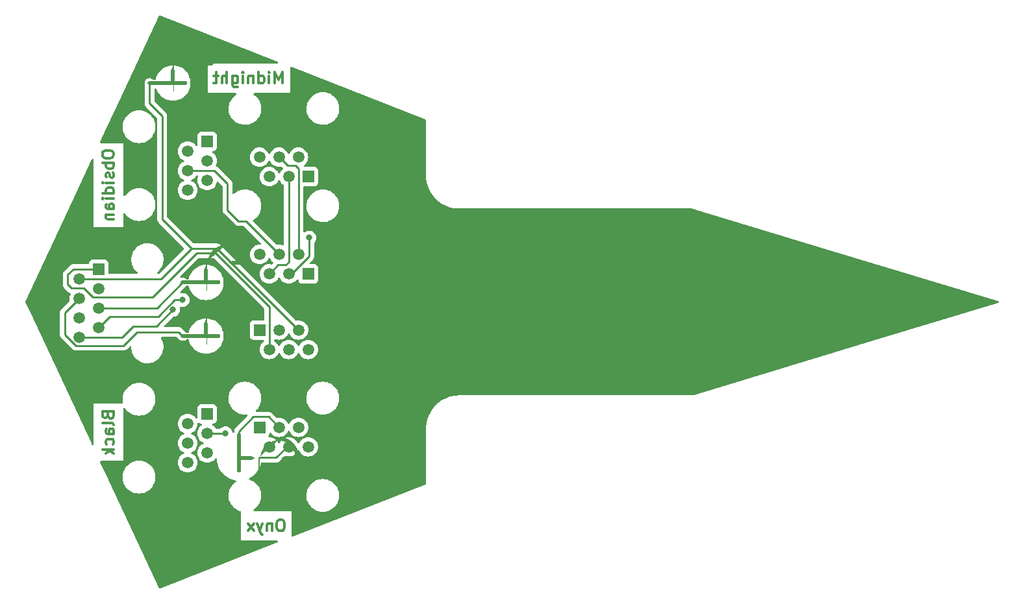
<source format=gbl>
%TF.GenerationSoftware,KiCad,Pcbnew,(6.0.5-22-g43b8adad1a)*%
%TF.CreationDate,2022-05-30T21:51:07-07:00*%
%TF.ProjectId,shadystake,73686164-7973-4746-916b-652e6b696361,rev?*%
%TF.SameCoordinates,Original*%
%TF.FileFunction,Copper,L2,Bot*%
%TF.FilePolarity,Positive*%
%FSLAX46Y46*%
G04 Gerber Fmt 4.6, Leading zero omitted, Abs format (unit mm)*
G04 Created by KiCad (PCBNEW (6.0.5-22-g43b8adad1a)) date 2022-05-30 21:51:07*
%MOMM*%
%LPD*%
G01*
G04 APERTURE LIST*
G04 Aperture macros list*
%AMFreePoly0*
4,1,70,3.024478,2.747614,3.340181,2.672791,3.645063,2.561823,3.935000,2.416211,4.206072,2.237924,4.454614,2.029372,4.677264,1.793377,4.871011,1.533130,5.033235,1.252150,5.161742,0.954236,5.254795,0.643418,5.311135,0.323899,5.330000,0.000000,5.310970,-0.095671,5.256777,-0.176777,5.175671,-0.230970,5.080000,-0.250000,3.429000,-0.250000,2.921000,0.000000,3.429000,0.250000,
4.818799,0.250000,4.816435,0.287581,4.762441,0.570626,4.673398,0.844672,4.550710,1.105397,4.396312,1.348690,4.212639,1.570713,4.002587,1.767964,3.769470,1.937334,3.516963,2.076151,3.249048,2.182226,2.969952,2.253886,2.684075,2.290000,2.395925,2.290000,2.110048,2.253886,1.830952,2.182226,1.563037,2.076151,1.310530,1.937334,1.077413,1.767964,0.867361,1.570713,
0.683688,1.348690,0.529290,1.105397,0.406602,0.844672,0.317559,0.570626,0.263565,0.287581,0.246560,0.017294,0.250000,0.000000,0.230970,-0.095671,0.176777,-0.176777,0.095671,-0.230970,0.000000,-0.250000,-0.095671,-0.230970,-0.176777,-0.176777,-0.230970,-0.095671,-0.250000,0.000000,-0.231135,0.323899,-0.174795,0.643418,-0.081742,0.954236,0.046765,1.252150,0.208989,1.533130,
0.402736,1.793377,0.625386,2.029372,0.873928,2.237924,1.145000,2.416211,1.434937,2.561823,1.739819,2.672791,2.055522,2.747614,2.377776,2.785280,2.702224,2.785280,3.024478,2.747614,3.024478,2.747614,$1*%
%AMFreePoly1*
4,1,24,0.095671,4.929970,0.176777,4.875777,0.230970,4.794671,0.250000,4.699000,0.250000,0.000000,0.230970,-0.095671,0.176777,-0.176777,0.095671,-0.230970,0.000000,-0.250000,-0.095671,-0.230970,-0.176777,-0.176777,-0.230970,-0.095671,-0.250000,0.000000,-0.250000,2.798000,-1.651000,2.798000,-2.159000,3.048000,-1.651000,3.298000,-0.250000,3.298000,-0.250000,4.699000,-0.230970,4.794671,
-0.176777,4.875777,-0.095671,4.929970,0.000000,4.949000,0.095671,4.929970,0.095671,4.929970,$1*%
G04 Aperture macros list end*
%ADD10C,0.300000*%
%TA.AperFunction,NonConductor*%
%ADD11C,0.300000*%
%TD*%
%TA.AperFunction,ComponentPad*%
%ADD12R,1.500000X1.500000*%
%TD*%
%TA.AperFunction,ComponentPad*%
%ADD13C,1.500000*%
%TD*%
%TA.AperFunction,ComponentPad*%
%ADD14R,1.520000X1.520000*%
%TD*%
%TA.AperFunction,ComponentPad*%
%ADD15C,1.520000*%
%TD*%
%TA.AperFunction,SMDPad,CuDef*%
%ADD16FreePoly0,270.000000*%
%TD*%
%TA.AperFunction,SMDPad,CuDef*%
%ADD17FreePoly1,270.000000*%
%TD*%
%TA.AperFunction,SMDPad,CuDef*%
%ADD18FreePoly0,180.000000*%
%TD*%
%TA.AperFunction,SMDPad,CuDef*%
%ADD19FreePoly1,180.000000*%
%TD*%
%TA.AperFunction,ViaPad*%
%ADD20C,0.800000*%
%TD*%
%TA.AperFunction,Conductor*%
%ADD21C,0.250000*%
%TD*%
G04 APERTURE END LIST*
D10*
D11*
X58868571Y-94881428D02*
X58868571Y-95167142D01*
X58940000Y-95310000D01*
X59082857Y-95452857D01*
X59368571Y-95524285D01*
X59868571Y-95524285D01*
X60154285Y-95452857D01*
X60297142Y-95310000D01*
X60368571Y-95167142D01*
X60368571Y-94881428D01*
X60297142Y-94738571D01*
X60154285Y-94595714D01*
X59868571Y-94524285D01*
X59368571Y-94524285D01*
X59082857Y-94595714D01*
X58940000Y-94738571D01*
X58868571Y-94881428D01*
X60368571Y-96167142D02*
X58868571Y-96167142D01*
X59440000Y-96167142D02*
X59368571Y-96310000D01*
X59368571Y-96595714D01*
X59440000Y-96738571D01*
X59511428Y-96810000D01*
X59654285Y-96881428D01*
X60082857Y-96881428D01*
X60225714Y-96810000D01*
X60297142Y-96738571D01*
X60368571Y-96595714D01*
X60368571Y-96310000D01*
X60297142Y-96167142D01*
X60297142Y-97452857D02*
X60368571Y-97595714D01*
X60368571Y-97881428D01*
X60297142Y-98024285D01*
X60154285Y-98095714D01*
X60082857Y-98095714D01*
X59940000Y-98024285D01*
X59868571Y-97881428D01*
X59868571Y-97667142D01*
X59797142Y-97524285D01*
X59654285Y-97452857D01*
X59582857Y-97452857D01*
X59440000Y-97524285D01*
X59368571Y-97667142D01*
X59368571Y-97881428D01*
X59440000Y-98024285D01*
X60368571Y-98738571D02*
X59368571Y-98738571D01*
X58868571Y-98738571D02*
X58940000Y-98667142D01*
X59011428Y-98738571D01*
X58940000Y-98810000D01*
X58868571Y-98738571D01*
X59011428Y-98738571D01*
X60368571Y-100095714D02*
X58868571Y-100095714D01*
X60297142Y-100095714D02*
X60368571Y-99952857D01*
X60368571Y-99667142D01*
X60297142Y-99524285D01*
X60225714Y-99452857D01*
X60082857Y-99381428D01*
X59654285Y-99381428D01*
X59511428Y-99452857D01*
X59440000Y-99524285D01*
X59368571Y-99667142D01*
X59368571Y-99952857D01*
X59440000Y-100095714D01*
X60368571Y-100810000D02*
X59368571Y-100810000D01*
X58868571Y-100810000D02*
X58940000Y-100738571D01*
X59011428Y-100810000D01*
X58940000Y-100881428D01*
X58868571Y-100810000D01*
X59011428Y-100810000D01*
X60368571Y-102167142D02*
X59582857Y-102167142D01*
X59440000Y-102095714D01*
X59368571Y-101952857D01*
X59368571Y-101667142D01*
X59440000Y-101524285D01*
X60297142Y-102167142D02*
X60368571Y-102024285D01*
X60368571Y-101667142D01*
X60297142Y-101524285D01*
X60154285Y-101452857D01*
X60011428Y-101452857D01*
X59868571Y-101524285D01*
X59797142Y-101667142D01*
X59797142Y-102024285D01*
X59725714Y-102167142D01*
X59368571Y-102881428D02*
X60368571Y-102881428D01*
X59511428Y-102881428D02*
X59440000Y-102952857D01*
X59368571Y-103095714D01*
X59368571Y-103310000D01*
X59440000Y-103452857D01*
X59582857Y-103524285D01*
X60368571Y-103524285D01*
D10*
D11*
X59582857Y-129103714D02*
X59654285Y-129318000D01*
X59725714Y-129389428D01*
X59868571Y-129460857D01*
X60082857Y-129460857D01*
X60225714Y-129389428D01*
X60297142Y-129318000D01*
X60368571Y-129175142D01*
X60368571Y-128603714D01*
X58868571Y-128603714D01*
X58868571Y-129103714D01*
X58940000Y-129246571D01*
X59011428Y-129318000D01*
X59154285Y-129389428D01*
X59297142Y-129389428D01*
X59440000Y-129318000D01*
X59511428Y-129246571D01*
X59582857Y-129103714D01*
X59582857Y-128603714D01*
X60368571Y-130318000D02*
X60297142Y-130175142D01*
X60154285Y-130103714D01*
X58868571Y-130103714D01*
X60368571Y-131532285D02*
X59582857Y-131532285D01*
X59440000Y-131460857D01*
X59368571Y-131318000D01*
X59368571Y-131032285D01*
X59440000Y-130889428D01*
X60297142Y-131532285D02*
X60368571Y-131389428D01*
X60368571Y-131032285D01*
X60297142Y-130889428D01*
X60154285Y-130818000D01*
X60011428Y-130818000D01*
X59868571Y-130889428D01*
X59797142Y-131032285D01*
X59797142Y-131389428D01*
X59725714Y-131532285D01*
X60297142Y-132889428D02*
X60368571Y-132746571D01*
X60368571Y-132460857D01*
X60297142Y-132318000D01*
X60225714Y-132246571D01*
X60082857Y-132175142D01*
X59654285Y-132175142D01*
X59511428Y-132246571D01*
X59440000Y-132318000D01*
X59368571Y-132460857D01*
X59368571Y-132746571D01*
X59440000Y-132889428D01*
X60368571Y-133532285D02*
X58868571Y-133532285D01*
X59797142Y-133675142D02*
X60368571Y-134103714D01*
X59368571Y-134103714D02*
X59940000Y-133532285D01*
D10*
D11*
X82335142Y-85768571D02*
X82335142Y-84268571D01*
X81835142Y-85340000D01*
X81335142Y-84268571D01*
X81335142Y-85768571D01*
X80620857Y-85768571D02*
X80620857Y-84768571D01*
X80620857Y-84268571D02*
X80692285Y-84340000D01*
X80620857Y-84411428D01*
X80549428Y-84340000D01*
X80620857Y-84268571D01*
X80620857Y-84411428D01*
X79263714Y-85768571D02*
X79263714Y-84268571D01*
X79263714Y-85697142D02*
X79406571Y-85768571D01*
X79692285Y-85768571D01*
X79835142Y-85697142D01*
X79906571Y-85625714D01*
X79978000Y-85482857D01*
X79978000Y-85054285D01*
X79906571Y-84911428D01*
X79835142Y-84840000D01*
X79692285Y-84768571D01*
X79406571Y-84768571D01*
X79263714Y-84840000D01*
X78549428Y-84768571D02*
X78549428Y-85768571D01*
X78549428Y-84911428D02*
X78478000Y-84840000D01*
X78335142Y-84768571D01*
X78120857Y-84768571D01*
X77978000Y-84840000D01*
X77906571Y-84982857D01*
X77906571Y-85768571D01*
X77192285Y-85768571D02*
X77192285Y-84768571D01*
X77192285Y-84268571D02*
X77263714Y-84340000D01*
X77192285Y-84411428D01*
X77120857Y-84340000D01*
X77192285Y-84268571D01*
X77192285Y-84411428D01*
X75835142Y-84768571D02*
X75835142Y-85982857D01*
X75906571Y-86125714D01*
X75978000Y-86197142D01*
X76120857Y-86268571D01*
X76335142Y-86268571D01*
X76478000Y-86197142D01*
X75835142Y-85697142D02*
X75978000Y-85768571D01*
X76263714Y-85768571D01*
X76406571Y-85697142D01*
X76478000Y-85625714D01*
X76549428Y-85482857D01*
X76549428Y-85054285D01*
X76478000Y-84911428D01*
X76406571Y-84840000D01*
X76263714Y-84768571D01*
X75978000Y-84768571D01*
X75835142Y-84840000D01*
X75120857Y-85768571D02*
X75120857Y-84268571D01*
X74478000Y-85768571D02*
X74478000Y-84982857D01*
X74549428Y-84840000D01*
X74692285Y-84768571D01*
X74906571Y-84768571D01*
X75049428Y-84840000D01*
X75120857Y-84911428D01*
X73978000Y-84768571D02*
X73406571Y-84768571D01*
X73763714Y-84268571D02*
X73763714Y-85554285D01*
X73692285Y-85697142D01*
X73549428Y-85768571D01*
X73406571Y-85768571D01*
D10*
D11*
X82264000Y-142688571D02*
X81978285Y-142688571D01*
X81835428Y-142760000D01*
X81692571Y-142902857D01*
X81621142Y-143188571D01*
X81621142Y-143688571D01*
X81692571Y-143974285D01*
X81835428Y-144117142D01*
X81978285Y-144188571D01*
X82264000Y-144188571D01*
X82406857Y-144117142D01*
X82549714Y-143974285D01*
X82621142Y-143688571D01*
X82621142Y-143188571D01*
X82549714Y-142902857D01*
X82406857Y-142760000D01*
X82264000Y-142688571D01*
X80978285Y-143188571D02*
X80978285Y-144188571D01*
X80978285Y-143331428D02*
X80906857Y-143260000D01*
X80764000Y-143188571D01*
X80549714Y-143188571D01*
X80406857Y-143260000D01*
X80335428Y-143402857D01*
X80335428Y-144188571D01*
X79764000Y-143188571D02*
X79406857Y-144188571D01*
X79049714Y-143188571D02*
X79406857Y-144188571D01*
X79549714Y-144545714D01*
X79621142Y-144617142D01*
X79764000Y-144688571D01*
X78621142Y-144188571D02*
X77835428Y-143188571D01*
X78621142Y-143188571D02*
X77835428Y-144188571D01*
D12*
X58400000Y-110017500D03*
D13*
X55860000Y-111287500D03*
X58400000Y-112557500D03*
X55860000Y-113827500D03*
X58400000Y-115097500D03*
X55860000Y-116367500D03*
X58400000Y-117637500D03*
X55860000Y-118907500D03*
D14*
X85720000Y-110640000D03*
D15*
X84450000Y-108100000D03*
X83180000Y-110640000D03*
X81910000Y-108100000D03*
X80640000Y-110640000D03*
X79370000Y-108100000D03*
D14*
X79380000Y-117960000D03*
D15*
X80650000Y-120500000D03*
X81920000Y-117960000D03*
X83190000Y-120500000D03*
X84460000Y-117960000D03*
X85730000Y-120500000D03*
D14*
X85720000Y-97940000D03*
D15*
X84450000Y-95400000D03*
X83180000Y-97940000D03*
X81910000Y-95400000D03*
X80640000Y-97940000D03*
X79370000Y-95400000D03*
D14*
X72540000Y-93350000D03*
D15*
X70000000Y-94620000D03*
X72540000Y-95890000D03*
X70000000Y-97160000D03*
X72540000Y-98430000D03*
X70000000Y-99700000D03*
D14*
X79380000Y-130660000D03*
D15*
X80650000Y-133200000D03*
X81920000Y-130660000D03*
X83190000Y-133200000D03*
X84460000Y-130660000D03*
X85730000Y-133200000D03*
X70000000Y-135260000D03*
X72540000Y-133990000D03*
X70000000Y-132720000D03*
X72540000Y-131450000D03*
X70000000Y-130180000D03*
D14*
X72540000Y-128910000D03*
D16*
X68072000Y-83185000D03*
D17*
X65024000Y-85725000D03*
D16*
X72390000Y-109220000D03*
D17*
X69342000Y-111760000D03*
D18*
X79248000Y-134681500D03*
D19*
X76708000Y-131633500D03*
D16*
X72390000Y-116205000D03*
D17*
X69342000Y-118745000D03*
D20*
X74930000Y-131450000D03*
X85852000Y-105918000D03*
X68076299Y-115320299D03*
X69342000Y-114046000D03*
X97790000Y-109220000D03*
X97790000Y-111760000D03*
X97790000Y-119380000D03*
X97790000Y-106680000D03*
X97790000Y-116840000D03*
X97790000Y-124460000D03*
X97790000Y-104140000D03*
X97790000Y-114300000D03*
X75946000Y-115062000D03*
X77724000Y-115062000D03*
X97790000Y-121920000D03*
D21*
X55860000Y-113827500D02*
X53975000Y-115712500D01*
X72540000Y-131450000D02*
X74808000Y-131450000D01*
X53975000Y-118542089D02*
X55414922Y-119982011D01*
X74808000Y-131450000D02*
X74930000Y-131572000D01*
X61627989Y-119982011D02*
X63407021Y-118202979D01*
X68799979Y-118202979D02*
X69342000Y-118745000D01*
X55414922Y-119982011D02*
X61627989Y-119982011D01*
X63407021Y-118202979D02*
X68799979Y-118202979D01*
X53975000Y-115712500D02*
X53975000Y-118542089D01*
X69342000Y-111760000D02*
X66004500Y-115097500D01*
X66004500Y-115097500D02*
X58400000Y-115097500D01*
X81920000Y-130660000D02*
X80546000Y-129286000D01*
X65024000Y-88392000D02*
X66675000Y-90043000D01*
X66512500Y-111287500D02*
X70485000Y-107315000D01*
X76708000Y-131162978D02*
X76708000Y-131633500D01*
X65024000Y-85725000D02*
X65024000Y-88392000D01*
X73815000Y-107315000D02*
X84460000Y-117960000D01*
X80546000Y-129286000D02*
X78584978Y-129286000D01*
X66675000Y-90043000D02*
X66675000Y-103505000D01*
X55860000Y-111287500D02*
X66512500Y-111287500D01*
X70485000Y-107315000D02*
X73815000Y-107315000D01*
X66675000Y-103505000D02*
X70485000Y-107315000D01*
X78584978Y-129286000D02*
X76708000Y-131162978D01*
X80650000Y-120500000D02*
X80650000Y-114940000D01*
X79309500Y-134620000D02*
X81534000Y-134620000D01*
X57608067Y-113665000D02*
X56465067Y-112522000D01*
X73660000Y-107950000D02*
X71146372Y-107950000D01*
X65431372Y-113665000D02*
X57608067Y-113665000D01*
X55082500Y-110017500D02*
X58400000Y-110017500D01*
X71146372Y-107950000D02*
X65431372Y-113665000D01*
X54356000Y-112014000D02*
X54356000Y-110744000D01*
X82954000Y-133200000D02*
X81534000Y-134620000D01*
X54356000Y-110744000D02*
X55082500Y-110017500D01*
X54864000Y-112522000D02*
X54356000Y-112014000D01*
X80650000Y-114940000D02*
X73660000Y-107950000D01*
X56465067Y-112522000D02*
X54864000Y-112522000D01*
X85852000Y-105918000D02*
X85852000Y-108331000D01*
X85852000Y-108331000D02*
X83543000Y-110640000D01*
X70000000Y-97160000D02*
X73457022Y-97160000D01*
X77587521Y-103749521D02*
X81910000Y-108072000D01*
X76641770Y-103749521D02*
X77587521Y-103749521D01*
X75184000Y-102291751D02*
X76641770Y-103749521D01*
X75184000Y-98886978D02*
X75184000Y-102291751D01*
X73457022Y-97160000D02*
X75184000Y-98886978D01*
X68076299Y-115320299D02*
X65921598Y-117475000D01*
X82804000Y-109474000D02*
X81806000Y-109474000D01*
X83180000Y-109098000D02*
X82804000Y-109474000D01*
X62865000Y-117475000D02*
X61432500Y-118907500D01*
X65921598Y-117475000D02*
X62865000Y-117475000D01*
X81806000Y-109474000D02*
X80640000Y-110640000D01*
X83180000Y-97940000D02*
X83180000Y-109098000D01*
X61432500Y-118907500D02*
X55860000Y-118907500D01*
X84074000Y-96520000D02*
X83030000Y-96520000D01*
X59832500Y-116205000D02*
X58400000Y-117637500D01*
X66167000Y-116205000D02*
X59832500Y-116205000D01*
X69342000Y-114046000D02*
X68326000Y-114046000D01*
X84450000Y-96896000D02*
X84074000Y-96520000D01*
X84450000Y-108100000D02*
X84450000Y-96896000D01*
X83030000Y-96520000D02*
X81910000Y-95400000D01*
X68326000Y-114046000D02*
X66167000Y-116205000D01*
%TA.AperFunction,Conductor*%
G36*
X66408939Y-76891273D02*
G01*
X81718454Y-82905725D01*
X81774544Y-82949251D01*
X81798198Y-83016191D01*
X81781906Y-83085293D01*
X81730841Y-83134618D01*
X81672382Y-83149000D01*
X72605215Y-83149000D01*
X72605215Y-87031000D01*
X76233879Y-87031000D01*
X76302000Y-87051002D01*
X76348493Y-87104658D01*
X76358597Y-87174932D01*
X76329103Y-87239512D01*
X76306330Y-87260087D01*
X76127713Y-87385621D01*
X76127712Y-87385622D01*
X76124208Y-87388085D01*
X76121067Y-87391004D01*
X75944707Y-87554888D01*
X75911112Y-87586106D01*
X75908398Y-87589422D01*
X75908395Y-87589425D01*
X75894936Y-87605869D01*
X75726861Y-87811216D01*
X75574867Y-88059248D01*
X75573148Y-88063165D01*
X75573146Y-88063168D01*
X75564397Y-88083100D01*
X75457941Y-88325614D01*
X75456765Y-88329742D01*
X75456764Y-88329745D01*
X75436755Y-88399986D01*
X75378246Y-88605384D01*
X75377642Y-88609626D01*
X75377641Y-88609632D01*
X75341256Y-88865288D01*
X75337258Y-88893381D01*
X75335735Y-89184277D01*
X75373705Y-89472687D01*
X75450465Y-89753276D01*
X75452149Y-89757224D01*
X75562062Y-90014910D01*
X75564596Y-90020852D01*
X75713985Y-90270462D01*
X75716669Y-90273813D01*
X75716671Y-90273815D01*
X75803907Y-90382703D01*
X75895867Y-90497489D01*
X76106878Y-90697731D01*
X76343113Y-90867483D01*
X76600200Y-91003603D01*
X76604223Y-91005075D01*
X76604227Y-91005077D01*
X76869351Y-91102099D01*
X76873382Y-91103574D01*
X77157604Y-91165544D01*
X77186650Y-91167830D01*
X77383297Y-91183307D01*
X77383304Y-91183307D01*
X77385753Y-91183500D01*
X77543121Y-91183500D01*
X77545257Y-91183354D01*
X77545268Y-91183354D01*
X77755949Y-91168991D01*
X77755955Y-91168990D01*
X77760226Y-91168699D01*
X77764421Y-91167830D01*
X77764423Y-91167830D01*
X77902654Y-91139204D01*
X78045081Y-91109709D01*
X78319295Y-91012605D01*
X78577793Y-90879184D01*
X78581294Y-90876723D01*
X78581298Y-90876721D01*
X78780492Y-90736724D01*
X78815792Y-90711915D01*
X79028888Y-90513894D01*
X79039895Y-90500447D01*
X79178740Y-90330811D01*
X79213139Y-90288784D01*
X79365133Y-90040752D01*
X79369395Y-90031044D01*
X79458027Y-89829133D01*
X79482059Y-89774386D01*
X79485180Y-89763432D01*
X79530056Y-89605893D01*
X79561754Y-89494616D01*
X79562639Y-89488402D01*
X79602137Y-89210870D01*
X79602742Y-89206619D01*
X79602859Y-89184277D01*
X85495735Y-89184277D01*
X85533705Y-89472687D01*
X85610465Y-89753276D01*
X85612149Y-89757224D01*
X85722062Y-90014910D01*
X85724596Y-90020852D01*
X85873985Y-90270462D01*
X85876669Y-90273813D01*
X85876671Y-90273815D01*
X85963907Y-90382703D01*
X86055867Y-90497489D01*
X86266878Y-90697731D01*
X86503113Y-90867483D01*
X86760200Y-91003603D01*
X86764223Y-91005075D01*
X86764227Y-91005077D01*
X87029351Y-91102099D01*
X87033382Y-91103574D01*
X87317604Y-91165544D01*
X87346650Y-91167830D01*
X87543297Y-91183307D01*
X87543304Y-91183307D01*
X87545753Y-91183500D01*
X87703121Y-91183500D01*
X87705257Y-91183354D01*
X87705268Y-91183354D01*
X87915949Y-91168991D01*
X87915955Y-91168990D01*
X87920226Y-91168699D01*
X87924421Y-91167830D01*
X87924423Y-91167830D01*
X88062654Y-91139204D01*
X88205081Y-91109709D01*
X88479295Y-91012605D01*
X88737793Y-90879184D01*
X88741294Y-90876723D01*
X88741298Y-90876721D01*
X88940492Y-90736724D01*
X88975792Y-90711915D01*
X89188888Y-90513894D01*
X89199895Y-90500447D01*
X89338740Y-90330811D01*
X89373139Y-90288784D01*
X89525133Y-90040752D01*
X89529395Y-90031044D01*
X89618027Y-89829133D01*
X89642059Y-89774386D01*
X89645180Y-89763432D01*
X89690056Y-89605893D01*
X89721754Y-89494616D01*
X89722639Y-89488402D01*
X89762137Y-89210870D01*
X89762742Y-89206619D01*
X89764265Y-88915723D01*
X89752018Y-88822694D01*
X89746839Y-88783362D01*
X89726295Y-88627313D01*
X89716611Y-88591912D01*
X89675534Y-88441760D01*
X89649535Y-88346724D01*
X89572663Y-88166500D01*
X89537090Y-88083100D01*
X89537088Y-88083096D01*
X89535404Y-88079148D01*
X89386015Y-87829538D01*
X89371337Y-87811216D01*
X89206823Y-87605869D01*
X89204133Y-87602511D01*
X88993122Y-87402269D01*
X88756887Y-87232517D01*
X88551797Y-87123928D01*
X88503587Y-87098402D01*
X88503586Y-87098401D01*
X88499800Y-87096397D01*
X88495777Y-87094925D01*
X88495773Y-87094923D01*
X88230649Y-86997901D01*
X88230647Y-86997900D01*
X88226618Y-86996426D01*
X87942396Y-86934456D01*
X87898598Y-86931009D01*
X87716703Y-86916693D01*
X87716696Y-86916693D01*
X87714247Y-86916500D01*
X87556879Y-86916500D01*
X87554743Y-86916646D01*
X87554732Y-86916646D01*
X87344051Y-86931009D01*
X87344045Y-86931010D01*
X87339774Y-86931301D01*
X87335579Y-86932170D01*
X87335577Y-86932170D01*
X87320130Y-86935369D01*
X87054919Y-86990291D01*
X86780705Y-87087395D01*
X86522207Y-87220816D01*
X86518706Y-87223277D01*
X86518702Y-87223279D01*
X86466330Y-87260087D01*
X86284208Y-87388085D01*
X86281067Y-87391004D01*
X86104707Y-87554888D01*
X86071112Y-87586106D01*
X86068398Y-87589422D01*
X86068395Y-87589425D01*
X86054936Y-87605869D01*
X85886861Y-87811216D01*
X85734867Y-88059248D01*
X85733148Y-88063165D01*
X85733146Y-88063168D01*
X85724397Y-88083100D01*
X85617941Y-88325614D01*
X85616765Y-88329742D01*
X85616764Y-88329745D01*
X85596755Y-88399986D01*
X85538246Y-88605384D01*
X85537642Y-88609626D01*
X85537641Y-88609632D01*
X85501256Y-88865288D01*
X85497258Y-88893381D01*
X85495735Y-89184277D01*
X79602859Y-89184277D01*
X79604265Y-88915723D01*
X79592018Y-88822694D01*
X79586839Y-88783362D01*
X79566295Y-88627313D01*
X79556611Y-88591912D01*
X79515534Y-88441760D01*
X79489535Y-88346724D01*
X79412663Y-88166500D01*
X79377090Y-88083100D01*
X79377088Y-88083096D01*
X79375404Y-88079148D01*
X79226015Y-87829538D01*
X79211337Y-87811216D01*
X79046823Y-87605869D01*
X79044133Y-87602511D01*
X78833122Y-87402269D01*
X78829641Y-87399768D01*
X78829633Y-87399761D01*
X78634192Y-87259322D01*
X78590544Y-87203328D01*
X78584098Y-87132624D01*
X78616901Y-87069660D01*
X78678537Y-87034426D01*
X78707718Y-87031000D01*
X83350786Y-87031000D01*
X83350786Y-83731873D01*
X83370788Y-83663752D01*
X83424444Y-83617259D01*
X83494718Y-83607155D01*
X83522858Y-83614598D01*
X101011572Y-90485164D01*
X101067662Y-90528690D01*
X101091500Y-90602439D01*
X101091500Y-97740633D01*
X101090000Y-97760018D01*
X101087690Y-97774851D01*
X101087690Y-97774855D01*
X101086309Y-97783724D01*
X101087130Y-97790000D01*
X101086887Y-97790000D01*
X101093569Y-97934525D01*
X101104291Y-98166429D01*
X101105329Y-98188887D01*
X101105729Y-98191754D01*
X101158727Y-98571685D01*
X101160496Y-98584370D01*
X101174905Y-98645634D01*
X101247407Y-98953891D01*
X101251919Y-98973076D01*
X101378817Y-99351689D01*
X101379996Y-99354359D01*
X101534089Y-99703345D01*
X101540108Y-99716977D01*
X101541515Y-99719504D01*
X101541520Y-99719513D01*
X101697268Y-99999135D01*
X101734415Y-100065826D01*
X101960081Y-100395258D01*
X101961929Y-100397484D01*
X101961937Y-100397494D01*
X102213324Y-100700226D01*
X102215181Y-100702462D01*
X102497538Y-100984819D01*
X102499771Y-100986673D01*
X102499774Y-100986676D01*
X102802506Y-101238063D01*
X102802516Y-101238071D01*
X102804742Y-101239919D01*
X103134174Y-101465585D01*
X103136710Y-101466998D01*
X103136714Y-101467000D01*
X103480487Y-101658480D01*
X103480496Y-101658485D01*
X103483023Y-101659892D01*
X103485674Y-101661063D01*
X103485683Y-101661067D01*
X103797660Y-101798818D01*
X103848311Y-101821183D01*
X104226924Y-101948081D01*
X104229757Y-101948747D01*
X104229763Y-101948749D01*
X104402475Y-101989370D01*
X104615630Y-102039504D01*
X104618515Y-102039906D01*
X104618518Y-102039907D01*
X104681884Y-102048746D01*
X105011113Y-102094671D01*
X105013997Y-102094804D01*
X105014004Y-102094805D01*
X105381305Y-102111786D01*
X105387783Y-102112478D01*
X105387796Y-102112333D01*
X105392647Y-102112768D01*
X105397448Y-102113576D01*
X105403886Y-102113654D01*
X105405140Y-102113670D01*
X105405143Y-102113670D01*
X105410000Y-102113729D01*
X105437624Y-102109773D01*
X105455486Y-102108500D01*
X135795974Y-102108500D01*
X135832514Y-102113915D01*
X153743015Y-107541339D01*
X175648666Y-114179415D01*
X175708058Y-114218313D01*
X175736993Y-114283146D01*
X175726282Y-114353330D01*
X175679328Y-114406582D01*
X175648666Y-114420585D01*
X159901383Y-119192489D01*
X136012419Y-126431569D01*
X135832516Y-126486085D01*
X135795975Y-126491500D01*
X105463250Y-126491500D01*
X105442345Y-126489754D01*
X105427344Y-126487230D01*
X105427341Y-126487230D01*
X105422552Y-126486424D01*
X105416579Y-126486351D01*
X105414869Y-126486330D01*
X105414864Y-126486330D01*
X105410000Y-126486271D01*
X105405182Y-126486961D01*
X105400321Y-126487278D01*
X105400316Y-126487203D01*
X105397598Y-126487461D01*
X105310230Y-126491500D01*
X105014004Y-126505195D01*
X105013997Y-126505196D01*
X105011113Y-126505329D01*
X104876137Y-126524157D01*
X104618518Y-126560093D01*
X104618515Y-126560094D01*
X104615630Y-126560496D01*
X104402475Y-126610630D01*
X104229763Y-126651251D01*
X104229757Y-126651253D01*
X104226924Y-126651919D01*
X103848311Y-126778817D01*
X103845641Y-126779996D01*
X103485683Y-126938933D01*
X103485674Y-126938937D01*
X103483023Y-126940108D01*
X103480496Y-126941515D01*
X103480487Y-126941520D01*
X103136714Y-127133000D01*
X103134174Y-127134415D01*
X102804742Y-127360081D01*
X102802516Y-127361929D01*
X102802506Y-127361937D01*
X102530185Y-127588071D01*
X102497538Y-127615181D01*
X102215181Y-127897538D01*
X102213327Y-127899771D01*
X102213324Y-127899774D01*
X101961937Y-128202506D01*
X101961929Y-128202516D01*
X101960081Y-128204742D01*
X101734415Y-128534174D01*
X101733002Y-128536710D01*
X101733000Y-128536714D01*
X101541520Y-128880487D01*
X101541515Y-128880496D01*
X101540108Y-128883023D01*
X101538937Y-128885674D01*
X101538933Y-128885683D01*
X101429596Y-129133307D01*
X101378817Y-129248311D01*
X101251919Y-129626924D01*
X101251253Y-129629757D01*
X101251251Y-129629763D01*
X101225439Y-129739508D01*
X101160496Y-130015630D01*
X101160094Y-130018515D01*
X101160093Y-130018518D01*
X101131362Y-130224490D01*
X101105329Y-130411113D01*
X101105196Y-130413997D01*
X101105195Y-130414004D01*
X101087859Y-130788978D01*
X101087739Y-130790170D01*
X101087704Y-130791385D01*
X101087731Y-130791532D01*
X101087727Y-130791829D01*
X101087544Y-130795794D01*
X101086309Y-130803724D01*
X101086950Y-130808629D01*
X101086887Y-130810000D01*
X101087130Y-130810000D01*
X101090391Y-130834936D01*
X101090436Y-130835283D01*
X101091500Y-130851620D01*
X101091500Y-137997560D01*
X101071498Y-138065681D01*
X101011572Y-138114835D01*
X83737429Y-144901106D01*
X83666712Y-144907397D01*
X83603819Y-144874457D01*
X83568719Y-144812744D01*
X83565357Y-144783831D01*
X83565357Y-141569000D01*
X78706121Y-141569000D01*
X78638000Y-141548998D01*
X78591507Y-141495342D01*
X78581403Y-141425068D01*
X78610897Y-141360488D01*
X78633670Y-141339913D01*
X78812287Y-141214379D01*
X78812293Y-141214374D01*
X78815792Y-141211915D01*
X79028888Y-141013894D01*
X79039895Y-141000447D01*
X79210423Y-140792102D01*
X79213139Y-140788784D01*
X79365133Y-140540752D01*
X79373869Y-140520852D01*
X79480334Y-140278315D01*
X79482059Y-140274386D01*
X79488073Y-140253276D01*
X79507782Y-140184087D01*
X79561754Y-139994616D01*
X79564286Y-139976829D01*
X79602137Y-139710870D01*
X79602742Y-139706619D01*
X79602859Y-139684277D01*
X85495735Y-139684277D01*
X85533705Y-139972687D01*
X85610465Y-140253276D01*
X85724596Y-140520852D01*
X85873985Y-140770462D01*
X85876669Y-140773813D01*
X85876671Y-140773815D01*
X85891322Y-140792102D01*
X86055867Y-140997489D01*
X86266878Y-141197731D01*
X86503113Y-141367483D01*
X86528924Y-141381149D01*
X86744598Y-141495342D01*
X86760200Y-141503603D01*
X86764223Y-141505075D01*
X86764227Y-141505077D01*
X87029351Y-141602099D01*
X87033382Y-141603574D01*
X87317604Y-141665544D01*
X87346650Y-141667830D01*
X87543297Y-141683307D01*
X87543304Y-141683307D01*
X87545753Y-141683500D01*
X87703121Y-141683500D01*
X87705257Y-141683354D01*
X87705268Y-141683354D01*
X87915949Y-141668991D01*
X87915955Y-141668990D01*
X87920226Y-141668699D01*
X87924421Y-141667830D01*
X87924423Y-141667830D01*
X88062653Y-141639204D01*
X88205081Y-141609709D01*
X88479295Y-141512605D01*
X88737793Y-141379184D01*
X88741294Y-141376723D01*
X88741298Y-141376721D01*
X88972286Y-141214379D01*
X88975792Y-141211915D01*
X89188888Y-141013894D01*
X89199895Y-141000447D01*
X89370423Y-140792102D01*
X89373139Y-140788784D01*
X89525133Y-140540752D01*
X89533869Y-140520852D01*
X89640334Y-140278315D01*
X89642059Y-140274386D01*
X89648073Y-140253276D01*
X89667782Y-140184087D01*
X89721754Y-139994616D01*
X89724286Y-139976829D01*
X89762137Y-139710870D01*
X89762742Y-139706619D01*
X89764265Y-139415723D01*
X89726295Y-139127313D01*
X89649535Y-138846724D01*
X89592091Y-138712049D01*
X89537090Y-138583100D01*
X89537088Y-138583096D01*
X89535404Y-138579148D01*
X89386015Y-138329538D01*
X89371337Y-138311216D01*
X89242781Y-138150752D01*
X89204133Y-138102511D01*
X88993122Y-137902269D01*
X88756887Y-137732517D01*
X88499800Y-137596397D01*
X88495777Y-137594925D01*
X88495773Y-137594923D01*
X88230649Y-137497901D01*
X88230647Y-137497900D01*
X88226618Y-137496426D01*
X87942396Y-137434456D01*
X87859693Y-137427947D01*
X87716703Y-137416693D01*
X87716696Y-137416693D01*
X87714247Y-137416500D01*
X87556879Y-137416500D01*
X87554743Y-137416646D01*
X87554732Y-137416646D01*
X87344051Y-137431009D01*
X87344045Y-137431010D01*
X87339774Y-137431301D01*
X87335579Y-137432170D01*
X87335577Y-137432170D01*
X87320130Y-137435369D01*
X87054919Y-137490291D01*
X86780705Y-137587395D01*
X86522207Y-137720816D01*
X86518706Y-137723277D01*
X86518702Y-137723279D01*
X86403208Y-137804450D01*
X86284208Y-137888085D01*
X86071112Y-138086106D01*
X86068398Y-138089422D01*
X86068395Y-138089425D01*
X86015212Y-138154402D01*
X85886861Y-138311216D01*
X85734867Y-138559248D01*
X85733148Y-138563165D01*
X85733146Y-138563168D01*
X85705207Y-138626815D01*
X85617941Y-138825614D01*
X85616765Y-138829742D01*
X85616764Y-138829745D01*
X85597051Y-138898949D01*
X85538246Y-139105384D01*
X85537642Y-139109626D01*
X85537641Y-139109632D01*
X85511494Y-139293354D01*
X85497258Y-139393381D01*
X85495735Y-139684277D01*
X79602859Y-139684277D01*
X79604265Y-139415723D01*
X79566295Y-139127313D01*
X79489535Y-138846724D01*
X79432091Y-138712049D01*
X79377090Y-138583100D01*
X79377088Y-138583096D01*
X79375404Y-138579148D01*
X79226015Y-138329538D01*
X79211337Y-138311216D01*
X79082781Y-138150752D01*
X79044133Y-138102511D01*
X78833122Y-137902269D01*
X78596887Y-137732517D01*
X78339800Y-137596397D01*
X78335777Y-137594925D01*
X78335773Y-137594923D01*
X78075702Y-137499750D01*
X78018604Y-137457555D01*
X77993382Y-137391190D01*
X78008044Y-137321724D01*
X78062454Y-137268826D01*
X78163707Y-137217975D01*
X78176799Y-137210417D01*
X78448331Y-137031828D01*
X78460457Y-137022800D01*
X78462037Y-137021475D01*
X78708023Y-136815067D01*
X78709420Y-136813895D01*
X78720416Y-136803521D01*
X78943443Y-136567127D01*
X78953161Y-136555546D01*
X79147236Y-136294857D01*
X79155543Y-136282227D01*
X79318042Y-136000771D01*
X79324826Y-135987261D01*
X79453551Y-135688842D01*
X79458722Y-135674637D01*
X79551933Y-135363293D01*
X79554978Y-135350442D01*
X79590151Y-135288771D01*
X79653082Y-135255905D01*
X79677582Y-135253500D01*
X81455233Y-135253500D01*
X81466416Y-135254027D01*
X81473909Y-135255702D01*
X81481835Y-135255453D01*
X81481836Y-135255453D01*
X81541986Y-135253562D01*
X81545945Y-135253500D01*
X81573856Y-135253500D01*
X81577791Y-135253003D01*
X81577856Y-135252995D01*
X81589693Y-135252062D01*
X81621951Y-135251048D01*
X81625970Y-135250922D01*
X81633889Y-135250673D01*
X81653343Y-135245021D01*
X81672700Y-135241013D01*
X81684930Y-135239468D01*
X81684931Y-135239468D01*
X81692797Y-135238474D01*
X81700168Y-135235555D01*
X81700170Y-135235555D01*
X81733912Y-135222196D01*
X81745142Y-135218351D01*
X81779983Y-135208229D01*
X81779984Y-135208229D01*
X81787593Y-135206018D01*
X81794412Y-135201985D01*
X81794417Y-135201983D01*
X81805028Y-135195707D01*
X81822776Y-135187012D01*
X81841617Y-135179552D01*
X81877387Y-135153564D01*
X81887307Y-135147048D01*
X81918535Y-135128580D01*
X81918538Y-135128578D01*
X81925362Y-135124542D01*
X81939683Y-135110221D01*
X81954717Y-135097380D01*
X81971107Y-135085472D01*
X81999298Y-135051395D01*
X82007288Y-135042616D01*
X82623953Y-134425951D01*
X82686265Y-134391925D01*
X82754439Y-134396529D01*
X82754490Y-134396553D01*
X82881153Y-134430492D01*
X82963571Y-134452576D01*
X82963573Y-134452576D01*
X82968886Y-134454000D01*
X83190000Y-134473345D01*
X83411114Y-134454000D01*
X83416427Y-134452576D01*
X83416429Y-134452576D01*
X83620200Y-134397976D01*
X83620202Y-134397975D01*
X83625510Y-134396553D01*
X83635435Y-134391925D01*
X83821686Y-134305075D01*
X83821691Y-134305072D01*
X83826673Y-134302749D01*
X83945789Y-134219343D01*
X84003979Y-134178598D01*
X84003982Y-134178596D01*
X84008490Y-134175439D01*
X84165439Y-134018490D01*
X84169746Y-134012340D01*
X84289592Y-133841181D01*
X84289593Y-133841179D01*
X84292749Y-133836672D01*
X84295072Y-133831690D01*
X84295075Y-133831685D01*
X84345805Y-133722894D01*
X84392723Y-133669609D01*
X84461000Y-133650148D01*
X84528960Y-133670690D01*
X84574195Y-133722894D01*
X84624925Y-133831685D01*
X84624928Y-133831690D01*
X84627251Y-133836672D01*
X84630407Y-133841179D01*
X84630408Y-133841181D01*
X84750255Y-134012340D01*
X84754561Y-134018490D01*
X84911510Y-134175439D01*
X84916018Y-134178596D01*
X84916021Y-134178598D01*
X84974211Y-134219343D01*
X85093327Y-134302749D01*
X85098309Y-134305072D01*
X85098314Y-134305075D01*
X85284565Y-134391925D01*
X85294490Y-134396553D01*
X85299798Y-134397975D01*
X85299800Y-134397976D01*
X85503571Y-134452576D01*
X85503573Y-134452576D01*
X85508886Y-134454000D01*
X85730000Y-134473345D01*
X85951114Y-134454000D01*
X85956427Y-134452576D01*
X85956429Y-134452576D01*
X86160200Y-134397976D01*
X86160202Y-134397975D01*
X86165510Y-134396553D01*
X86175435Y-134391925D01*
X86361686Y-134305075D01*
X86361691Y-134305072D01*
X86366673Y-134302749D01*
X86485789Y-134219343D01*
X86543979Y-134178598D01*
X86543982Y-134178596D01*
X86548490Y-134175439D01*
X86705439Y-134018490D01*
X86709746Y-134012340D01*
X86829592Y-133841181D01*
X86829593Y-133841179D01*
X86832749Y-133836672D01*
X86835072Y-133831690D01*
X86835075Y-133831685D01*
X86924230Y-133640492D01*
X86924231Y-133640490D01*
X86926553Y-133635510D01*
X86946840Y-133559800D01*
X86982576Y-133426429D01*
X86982576Y-133426427D01*
X86984000Y-133421114D01*
X87003345Y-133200000D01*
X86984000Y-132978886D01*
X86971246Y-132931287D01*
X86927976Y-132769800D01*
X86927975Y-132769798D01*
X86926553Y-132764490D01*
X86898346Y-132704000D01*
X86835075Y-132568315D01*
X86835072Y-132568310D01*
X86832749Y-132563328D01*
X86826970Y-132555075D01*
X86708598Y-132386021D01*
X86708596Y-132386018D01*
X86705439Y-132381510D01*
X86548490Y-132224561D01*
X86543982Y-132221404D01*
X86543979Y-132221402D01*
X86431505Y-132142647D01*
X86366673Y-132097251D01*
X86361691Y-132094928D01*
X86361686Y-132094925D01*
X86170492Y-132005770D01*
X86170491Y-132005769D01*
X86165510Y-132003447D01*
X86160202Y-132002025D01*
X86160200Y-132002024D01*
X85956429Y-131947424D01*
X85956427Y-131947424D01*
X85951114Y-131946000D01*
X85730000Y-131926655D01*
X85508886Y-131946000D01*
X85503573Y-131947424D01*
X85503571Y-131947424D01*
X85299800Y-132002024D01*
X85299798Y-132002025D01*
X85294490Y-132003447D01*
X85289510Y-132005769D01*
X85289508Y-132005770D01*
X85098315Y-132094925D01*
X85098310Y-132094928D01*
X85093328Y-132097251D01*
X85088821Y-132100407D01*
X85088819Y-132100408D01*
X84916021Y-132221402D01*
X84916018Y-132221404D01*
X84911510Y-132224561D01*
X84754561Y-132381510D01*
X84751404Y-132386018D01*
X84751402Y-132386021D01*
X84633030Y-132555075D01*
X84627251Y-132563328D01*
X84624928Y-132568310D01*
X84624925Y-132568315D01*
X84574195Y-132677106D01*
X84527277Y-132730391D01*
X84459000Y-132749852D01*
X84391040Y-132729310D01*
X84345805Y-132677106D01*
X84295075Y-132568315D01*
X84295072Y-132568310D01*
X84292749Y-132563328D01*
X84286970Y-132555075D01*
X84168598Y-132386021D01*
X84168596Y-132386018D01*
X84165439Y-132381510D01*
X84008490Y-132224561D01*
X84003982Y-132221404D01*
X84003979Y-132221402D01*
X83891505Y-132142647D01*
X83826673Y-132097251D01*
X83821691Y-132094928D01*
X83821686Y-132094925D01*
X83630492Y-132005770D01*
X83630491Y-132005769D01*
X83625510Y-132003447D01*
X83620202Y-132002025D01*
X83620200Y-132002024D01*
X83416429Y-131947424D01*
X83416427Y-131947424D01*
X83411114Y-131946000D01*
X83190000Y-131926655D01*
X82968886Y-131946000D01*
X82963573Y-131947424D01*
X82963571Y-131947424D01*
X82759800Y-132002024D01*
X82759798Y-132002025D01*
X82754490Y-132003447D01*
X82749510Y-132005769D01*
X82749508Y-132005770D01*
X82558315Y-132094925D01*
X82558310Y-132094928D01*
X82553328Y-132097251D01*
X82548821Y-132100407D01*
X82548819Y-132100408D01*
X82376021Y-132221402D01*
X82376018Y-132221404D01*
X82371510Y-132224561D01*
X82214561Y-132381510D01*
X82211404Y-132386018D01*
X82211402Y-132386021D01*
X82093030Y-132555075D01*
X82087251Y-132563328D01*
X82084928Y-132568310D01*
X82084925Y-132568315D01*
X82034195Y-132677106D01*
X81987277Y-132730391D01*
X81919000Y-132749852D01*
X81851040Y-132729310D01*
X81805805Y-132677106D01*
X81755075Y-132568315D01*
X81755072Y-132568310D01*
X81752749Y-132563328D01*
X81746970Y-132555075D01*
X81628598Y-132386021D01*
X81628596Y-132386018D01*
X81625439Y-132381510D01*
X81468490Y-132224561D01*
X81463982Y-132221404D01*
X81463979Y-132221402D01*
X81351505Y-132142647D01*
X81286673Y-132097251D01*
X81281691Y-132094928D01*
X81281686Y-132094925D01*
X81090492Y-132005770D01*
X81090491Y-132005769D01*
X81085510Y-132003447D01*
X81080202Y-132002025D01*
X81080200Y-132002024D01*
X80876429Y-131947424D01*
X80876427Y-131947424D01*
X80871114Y-131946000D01*
X80650000Y-131926655D01*
X80646682Y-131926945D01*
X80579204Y-131907132D01*
X80532711Y-131853476D01*
X80522607Y-131783202D01*
X80546499Y-131725569D01*
X80585229Y-131673892D01*
X80585230Y-131673890D01*
X80590615Y-131666705D01*
X80641745Y-131530316D01*
X80648500Y-131468134D01*
X80648500Y-131455292D01*
X80668502Y-131387171D01*
X80722158Y-131340678D01*
X80792432Y-131330574D01*
X80857012Y-131360068D01*
X80877713Y-131383021D01*
X80937310Y-131468134D01*
X80944561Y-131478490D01*
X81101510Y-131635439D01*
X81106018Y-131638596D01*
X81106021Y-131638598D01*
X81161275Y-131677287D01*
X81283327Y-131762749D01*
X81288309Y-131765072D01*
X81288314Y-131765075D01*
X81477891Y-131853476D01*
X81484490Y-131856553D01*
X81489798Y-131857975D01*
X81489800Y-131857976D01*
X81693571Y-131912576D01*
X81693573Y-131912576D01*
X81698886Y-131914000D01*
X81920000Y-131933345D01*
X82141114Y-131914000D01*
X82146427Y-131912576D01*
X82146429Y-131912576D01*
X82350200Y-131857976D01*
X82350202Y-131857975D01*
X82355510Y-131856553D01*
X82362109Y-131853476D01*
X82551686Y-131765075D01*
X82551691Y-131765072D01*
X82556673Y-131762749D01*
X82678725Y-131677287D01*
X82733979Y-131638598D01*
X82733982Y-131638596D01*
X82738490Y-131635439D01*
X82895439Y-131478490D01*
X82902691Y-131468134D01*
X83019592Y-131301181D01*
X83019593Y-131301179D01*
X83022749Y-131296672D01*
X83025072Y-131291690D01*
X83025075Y-131291685D01*
X83075805Y-131182894D01*
X83122723Y-131129609D01*
X83191000Y-131110148D01*
X83258960Y-131130690D01*
X83304195Y-131182894D01*
X83354925Y-131291685D01*
X83354928Y-131291690D01*
X83357251Y-131296672D01*
X83360407Y-131301179D01*
X83360408Y-131301181D01*
X83477310Y-131468134D01*
X83484561Y-131478490D01*
X83641510Y-131635439D01*
X83646018Y-131638596D01*
X83646021Y-131638598D01*
X83701275Y-131677287D01*
X83823327Y-131762749D01*
X83828309Y-131765072D01*
X83828314Y-131765075D01*
X84017891Y-131853476D01*
X84024490Y-131856553D01*
X84029798Y-131857975D01*
X84029800Y-131857976D01*
X84233571Y-131912576D01*
X84233573Y-131912576D01*
X84238886Y-131914000D01*
X84460000Y-131933345D01*
X84681114Y-131914000D01*
X84686427Y-131912576D01*
X84686429Y-131912576D01*
X84890200Y-131857976D01*
X84890202Y-131857975D01*
X84895510Y-131856553D01*
X84902109Y-131853476D01*
X85091686Y-131765075D01*
X85091691Y-131765072D01*
X85096673Y-131762749D01*
X85218725Y-131677287D01*
X85273979Y-131638598D01*
X85273982Y-131638596D01*
X85278490Y-131635439D01*
X85435439Y-131478490D01*
X85442691Y-131468134D01*
X85559592Y-131301181D01*
X85559593Y-131301179D01*
X85562749Y-131296672D01*
X85565072Y-131291690D01*
X85565075Y-131291685D01*
X85654230Y-131100492D01*
X85654231Y-131100490D01*
X85656553Y-131095510D01*
X85676840Y-131019800D01*
X85712576Y-130886429D01*
X85712576Y-130886427D01*
X85714000Y-130881114D01*
X85733345Y-130660000D01*
X85714000Y-130438886D01*
X85702411Y-130395634D01*
X85657976Y-130229800D01*
X85657975Y-130229798D01*
X85656553Y-130224490D01*
X85654230Y-130219508D01*
X85565075Y-130028315D01*
X85565072Y-130028310D01*
X85562749Y-130023328D01*
X85555368Y-130012787D01*
X85438598Y-129846021D01*
X85438596Y-129846018D01*
X85435439Y-129841510D01*
X85278490Y-129684561D01*
X85273982Y-129681404D01*
X85273979Y-129681402D01*
X85192227Y-129624159D01*
X85096673Y-129557251D01*
X85091691Y-129554928D01*
X85091686Y-129554925D01*
X84900492Y-129465770D01*
X84900491Y-129465769D01*
X84895510Y-129463447D01*
X84890202Y-129462025D01*
X84890200Y-129462024D01*
X84686429Y-129407424D01*
X84686427Y-129407424D01*
X84681114Y-129406000D01*
X84460000Y-129386655D01*
X84238886Y-129406000D01*
X84233573Y-129407424D01*
X84233571Y-129407424D01*
X84029800Y-129462024D01*
X84029798Y-129462025D01*
X84024490Y-129463447D01*
X84019510Y-129465769D01*
X84019508Y-129465770D01*
X83828315Y-129554925D01*
X83828310Y-129554928D01*
X83823328Y-129557251D01*
X83818821Y-129560407D01*
X83818819Y-129560408D01*
X83646021Y-129681402D01*
X83646018Y-129681404D01*
X83641510Y-129684561D01*
X83484561Y-129841510D01*
X83481404Y-129846018D01*
X83481402Y-129846021D01*
X83364632Y-130012787D01*
X83357251Y-130023328D01*
X83354928Y-130028310D01*
X83354925Y-130028315D01*
X83304195Y-130137106D01*
X83257277Y-130190391D01*
X83189000Y-130209852D01*
X83121040Y-130189310D01*
X83075805Y-130137106D01*
X83025075Y-130028315D01*
X83025072Y-130028310D01*
X83022749Y-130023328D01*
X83015368Y-130012787D01*
X82898598Y-129846021D01*
X82898596Y-129846018D01*
X82895439Y-129841510D01*
X82738490Y-129684561D01*
X82733982Y-129681404D01*
X82733979Y-129681402D01*
X82652227Y-129624159D01*
X82556673Y-129557251D01*
X82551691Y-129554928D01*
X82551686Y-129554925D01*
X82360492Y-129465770D01*
X82360491Y-129465769D01*
X82355510Y-129463447D01*
X82350202Y-129462025D01*
X82350200Y-129462024D01*
X82146429Y-129407424D01*
X82146427Y-129407424D01*
X82141114Y-129406000D01*
X81920000Y-129386655D01*
X81698886Y-129406000D01*
X81693575Y-129407423D01*
X81693564Y-129407425D01*
X81661120Y-129416119D01*
X81590144Y-129414430D01*
X81539413Y-129383508D01*
X81049652Y-128893747D01*
X81042112Y-128885461D01*
X81038000Y-128878982D01*
X80988348Y-128832356D01*
X80985507Y-128829602D01*
X80965770Y-128809865D01*
X80962573Y-128807385D01*
X80953551Y-128799680D01*
X80927100Y-128774841D01*
X80921321Y-128769414D01*
X80914375Y-128765595D01*
X80914372Y-128765593D01*
X80903566Y-128759652D01*
X80887047Y-128748801D01*
X80886583Y-128748441D01*
X80871041Y-128736386D01*
X80863772Y-128733241D01*
X80863768Y-128733238D01*
X80830463Y-128718826D01*
X80819813Y-128713609D01*
X80781060Y-128692305D01*
X80761437Y-128687267D01*
X80742734Y-128680863D01*
X80731420Y-128675967D01*
X80731419Y-128675967D01*
X80724145Y-128672819D01*
X80716322Y-128671580D01*
X80716312Y-128671577D01*
X80680476Y-128665901D01*
X80668856Y-128663495D01*
X80633711Y-128654472D01*
X80633710Y-128654472D01*
X80626030Y-128652500D01*
X80605776Y-128652500D01*
X80586065Y-128650949D01*
X80573886Y-128649020D01*
X80566057Y-128647780D01*
X80558165Y-128648526D01*
X80522039Y-128651941D01*
X80510181Y-128652500D01*
X78985194Y-128652500D01*
X78917073Y-128632498D01*
X78870580Y-128578842D01*
X78860476Y-128508568D01*
X78889970Y-128443988D01*
X78899411Y-128434212D01*
X79028888Y-128313894D01*
X79039895Y-128300447D01*
X79193962Y-128112214D01*
X79213139Y-128088784D01*
X79365133Y-127840752D01*
X79373869Y-127820852D01*
X79424930Y-127704530D01*
X79482059Y-127574386D01*
X79488073Y-127553276D01*
X79520235Y-127440368D01*
X79561754Y-127294616D01*
X79564286Y-127276829D01*
X79602137Y-127010870D01*
X79602742Y-127006619D01*
X79602859Y-126984277D01*
X85495735Y-126984277D01*
X85533705Y-127272687D01*
X85610465Y-127553276D01*
X85612149Y-127557224D01*
X85713113Y-127793930D01*
X85724596Y-127820852D01*
X85873985Y-128070462D01*
X85876669Y-128073813D01*
X85876671Y-128073815D01*
X85952777Y-128168811D01*
X86055867Y-128297489D01*
X86266878Y-128497731D01*
X86503113Y-128667483D01*
X86760200Y-128803603D01*
X86764223Y-128805075D01*
X86764227Y-128805077D01*
X87019757Y-128898588D01*
X87033382Y-128903574D01*
X87317604Y-128965544D01*
X87346650Y-128967830D01*
X87543297Y-128983307D01*
X87543304Y-128983307D01*
X87545753Y-128983500D01*
X87703121Y-128983500D01*
X87705257Y-128983354D01*
X87705268Y-128983354D01*
X87915949Y-128968991D01*
X87915955Y-128968990D01*
X87920226Y-128968699D01*
X87924421Y-128967830D01*
X87924423Y-128967830D01*
X88062653Y-128939204D01*
X88205081Y-128909709D01*
X88479295Y-128812605D01*
X88626966Y-128736386D01*
X88733986Y-128681149D01*
X88733987Y-128681149D01*
X88737793Y-128679184D01*
X88741294Y-128676723D01*
X88741298Y-128676721D01*
X88880565Y-128578842D01*
X88975792Y-128511915D01*
X89188888Y-128313894D01*
X89199895Y-128300447D01*
X89353962Y-128112214D01*
X89373139Y-128088784D01*
X89525133Y-127840752D01*
X89533869Y-127820852D01*
X89584930Y-127704530D01*
X89642059Y-127574386D01*
X89648073Y-127553276D01*
X89680235Y-127440368D01*
X89721754Y-127294616D01*
X89724286Y-127276829D01*
X89762137Y-127010870D01*
X89762742Y-127006619D01*
X89763619Y-126839130D01*
X89764243Y-126720009D01*
X89764243Y-126720003D01*
X89764265Y-126715723D01*
X89726295Y-126427313D01*
X89649535Y-126146724D01*
X89597812Y-126025461D01*
X89537090Y-125883100D01*
X89537088Y-125883096D01*
X89535404Y-125879148D01*
X89386015Y-125629538D01*
X89371337Y-125611216D01*
X89206823Y-125405869D01*
X89204133Y-125402511D01*
X88993122Y-125202269D01*
X88756887Y-125032517D01*
X88594289Y-124946426D01*
X88503587Y-124898402D01*
X88503586Y-124898401D01*
X88499800Y-124896397D01*
X88495777Y-124894925D01*
X88495773Y-124894923D01*
X88230649Y-124797901D01*
X88230647Y-124797900D01*
X88226618Y-124796426D01*
X87942396Y-124734456D01*
X87898598Y-124731009D01*
X87716703Y-124716693D01*
X87716696Y-124716693D01*
X87714247Y-124716500D01*
X87556879Y-124716500D01*
X87554743Y-124716646D01*
X87554732Y-124716646D01*
X87344051Y-124731009D01*
X87344045Y-124731010D01*
X87339774Y-124731301D01*
X87335579Y-124732170D01*
X87335577Y-124732170D01*
X87320130Y-124735369D01*
X87054919Y-124790291D01*
X87037594Y-124796426D01*
X86789005Y-124884456D01*
X86780705Y-124887395D01*
X86522207Y-125020816D01*
X86518706Y-125023277D01*
X86518702Y-125023279D01*
X86495820Y-125039361D01*
X86284208Y-125188085D01*
X86281067Y-125191004D01*
X86119648Y-125341004D01*
X86071112Y-125386106D01*
X86068398Y-125389422D01*
X86068395Y-125389425D01*
X86054936Y-125405869D01*
X85886861Y-125611216D01*
X85734867Y-125859248D01*
X85733148Y-125863165D01*
X85733146Y-125863168D01*
X85724397Y-125883100D01*
X85617941Y-126125614D01*
X85616765Y-126129742D01*
X85616764Y-126129745D01*
X85592218Y-126215913D01*
X85538246Y-126405384D01*
X85537642Y-126409626D01*
X85537641Y-126409632D01*
X85516170Y-126560496D01*
X85497258Y-126693381D01*
X85495735Y-126984277D01*
X79602859Y-126984277D01*
X79603619Y-126839130D01*
X79604243Y-126720009D01*
X79604243Y-126720003D01*
X79604265Y-126715723D01*
X79566295Y-126427313D01*
X79489535Y-126146724D01*
X79437812Y-126025461D01*
X79377090Y-125883100D01*
X79377088Y-125883096D01*
X79375404Y-125879148D01*
X79226015Y-125629538D01*
X79211337Y-125611216D01*
X79046823Y-125405869D01*
X79044133Y-125402511D01*
X78833122Y-125202269D01*
X78596887Y-125032517D01*
X78434289Y-124946426D01*
X78343587Y-124898402D01*
X78343586Y-124898401D01*
X78339800Y-124896397D01*
X78335777Y-124894925D01*
X78335773Y-124894923D01*
X78070649Y-124797901D01*
X78070647Y-124797900D01*
X78066618Y-124796426D01*
X77782396Y-124734456D01*
X77738598Y-124731009D01*
X77556703Y-124716693D01*
X77556696Y-124716693D01*
X77554247Y-124716500D01*
X77396879Y-124716500D01*
X77394743Y-124716646D01*
X77394732Y-124716646D01*
X77184051Y-124731009D01*
X77184045Y-124731010D01*
X77179774Y-124731301D01*
X77175579Y-124732170D01*
X77175577Y-124732170D01*
X77160130Y-124735369D01*
X76894919Y-124790291D01*
X76877594Y-124796426D01*
X76629005Y-124884456D01*
X76620705Y-124887395D01*
X76362207Y-125020816D01*
X76358706Y-125023277D01*
X76358702Y-125023279D01*
X76335820Y-125039361D01*
X76124208Y-125188085D01*
X76121067Y-125191004D01*
X75959648Y-125341004D01*
X75911112Y-125386106D01*
X75908398Y-125389422D01*
X75908395Y-125389425D01*
X75894936Y-125405869D01*
X75726861Y-125611216D01*
X75574867Y-125859248D01*
X75573148Y-125863165D01*
X75573146Y-125863168D01*
X75564397Y-125883100D01*
X75457941Y-126125614D01*
X75456765Y-126129742D01*
X75456764Y-126129745D01*
X75432218Y-126215913D01*
X75378246Y-126405384D01*
X75377642Y-126409626D01*
X75377641Y-126409632D01*
X75356170Y-126560496D01*
X75337258Y-126693381D01*
X75335735Y-126984277D01*
X75373705Y-127272687D01*
X75450465Y-127553276D01*
X75452149Y-127557224D01*
X75553113Y-127793930D01*
X75564596Y-127820852D01*
X75713985Y-128070462D01*
X75716669Y-128073813D01*
X75716671Y-128073815D01*
X75792777Y-128168811D01*
X75895867Y-128297489D01*
X76106878Y-128497731D01*
X76343113Y-128667483D01*
X76600200Y-128803603D01*
X76604223Y-128805075D01*
X76604227Y-128805077D01*
X76859757Y-128898588D01*
X76873382Y-128903574D01*
X77157604Y-128965544D01*
X77186650Y-128967830D01*
X77383297Y-128983307D01*
X77383304Y-128983307D01*
X77385753Y-128983500D01*
X77543121Y-128983500D01*
X77545257Y-128983354D01*
X77545268Y-128983354D01*
X77675294Y-128974489D01*
X77689055Y-128973551D01*
X77758378Y-128988873D01*
X77808413Y-129039242D01*
X77823273Y-129108666D01*
X77798241Y-129175104D01*
X77786721Y-129188353D01*
X77051182Y-129923891D01*
X76315747Y-130659326D01*
X76307461Y-130666866D01*
X76300982Y-130670978D01*
X76295557Y-130676755D01*
X76254357Y-130720629D01*
X76251602Y-130723471D01*
X76231865Y-130743208D01*
X76229385Y-130746405D01*
X76221682Y-130755425D01*
X76191414Y-130787657D01*
X76187595Y-130794603D01*
X76187593Y-130794606D01*
X76181652Y-130805412D01*
X76170801Y-130821931D01*
X76158386Y-130837937D01*
X76155241Y-130845206D01*
X76155238Y-130845210D01*
X76140826Y-130878515D01*
X76135609Y-130889165D01*
X76114305Y-130927918D01*
X76112334Y-130935593D01*
X76112334Y-130935594D01*
X76109267Y-130947540D01*
X76102863Y-130966244D01*
X76094819Y-130984833D01*
X76093580Y-130992656D01*
X76093577Y-130992666D01*
X76087901Y-131028502D01*
X76085495Y-131040122D01*
X76074500Y-131082948D01*
X76074500Y-131103202D01*
X76072949Y-131122912D01*
X76069780Y-131142921D01*
X76070526Y-131150813D01*
X76073941Y-131186939D01*
X76074500Y-131198797D01*
X76074500Y-131245246D01*
X76054498Y-131313367D01*
X76000842Y-131359860D01*
X75930568Y-131369964D01*
X75865988Y-131340470D01*
X75827604Y-131280744D01*
X75825254Y-131271444D01*
X75824232Y-131266636D01*
X75823542Y-131260072D01*
X75764527Y-131078444D01*
X75669040Y-130913056D01*
X75647539Y-130889176D01*
X75545675Y-130776045D01*
X75545674Y-130776044D01*
X75541253Y-130771134D01*
X75395959Y-130665571D01*
X75392094Y-130662763D01*
X75392093Y-130662762D01*
X75386752Y-130658882D01*
X75380724Y-130656198D01*
X75380722Y-130656197D01*
X75218319Y-130583891D01*
X75218318Y-130583891D01*
X75212288Y-130581206D01*
X75118887Y-130561353D01*
X75031944Y-130542872D01*
X75031939Y-130542872D01*
X75025487Y-130541500D01*
X74834513Y-130541500D01*
X74828061Y-130542872D01*
X74828056Y-130542872D01*
X74741113Y-130561353D01*
X74647712Y-130581206D01*
X74641682Y-130583891D01*
X74641681Y-130583891D01*
X74479278Y-130656197D01*
X74479276Y-130656198D01*
X74473248Y-130658882D01*
X74467907Y-130662762D01*
X74467906Y-130662763D01*
X74464041Y-130665571D01*
X74318747Y-130771134D01*
X74314332Y-130776037D01*
X74309420Y-130780460D01*
X74308295Y-130779211D01*
X74254986Y-130812051D01*
X74221800Y-130816500D01*
X73710562Y-130816500D01*
X73642441Y-130796498D01*
X73607349Y-130762771D01*
X73518598Y-130636021D01*
X73518596Y-130636018D01*
X73515439Y-130631510D01*
X73358490Y-130474561D01*
X73353982Y-130471404D01*
X73353979Y-130471402D01*
X73267877Y-130411113D01*
X73263020Y-130407712D01*
X73218693Y-130352256D01*
X73211384Y-130281637D01*
X73243415Y-130218276D01*
X73304616Y-130182291D01*
X73335292Y-130178500D01*
X73348134Y-130178500D01*
X73410316Y-130171745D01*
X73546705Y-130120615D01*
X73663261Y-130033261D01*
X73750615Y-129916705D01*
X73801745Y-129780316D01*
X73808500Y-129718134D01*
X73808500Y-128101866D01*
X73801745Y-128039684D01*
X73750615Y-127903295D01*
X73663261Y-127786739D01*
X73546705Y-127699385D01*
X73410316Y-127648255D01*
X73348134Y-127641500D01*
X71731866Y-127641500D01*
X71669684Y-127648255D01*
X71533295Y-127699385D01*
X71416739Y-127786739D01*
X71329385Y-127903295D01*
X71278255Y-128039684D01*
X71271500Y-128101866D01*
X71271500Y-129384708D01*
X71251498Y-129452829D01*
X71197842Y-129499322D01*
X71127568Y-129509426D01*
X71062988Y-129479932D01*
X71042287Y-129456979D01*
X70978598Y-129366021D01*
X70978596Y-129366018D01*
X70975439Y-129361510D01*
X70818490Y-129204561D01*
X70813982Y-129201404D01*
X70813979Y-129201402D01*
X70716729Y-129133307D01*
X70636673Y-129077251D01*
X70631691Y-129074928D01*
X70631686Y-129074925D01*
X70440492Y-128985770D01*
X70440491Y-128985769D01*
X70435510Y-128983447D01*
X70430202Y-128982025D01*
X70430200Y-128982024D01*
X70226429Y-128927424D01*
X70226427Y-128927424D01*
X70221114Y-128926000D01*
X70000000Y-128906655D01*
X69778886Y-128926000D01*
X69773573Y-128927424D01*
X69773571Y-128927424D01*
X69569800Y-128982024D01*
X69569798Y-128982025D01*
X69564490Y-128983447D01*
X69559510Y-128985769D01*
X69559508Y-128985770D01*
X69368315Y-129074925D01*
X69368310Y-129074928D01*
X69363328Y-129077251D01*
X69358821Y-129080407D01*
X69358819Y-129080408D01*
X69186021Y-129201402D01*
X69186018Y-129201404D01*
X69181510Y-129204561D01*
X69024561Y-129361510D01*
X69021404Y-129366018D01*
X69021402Y-129366021D01*
X68950585Y-129467159D01*
X68897251Y-129543328D01*
X68894928Y-129548310D01*
X68894925Y-129548315D01*
X68829575Y-129688458D01*
X68803447Y-129744490D01*
X68802025Y-129749798D01*
X68802024Y-129749800D01*
X68778495Y-129837613D01*
X68746000Y-129958886D01*
X68726655Y-130180000D01*
X68746000Y-130401114D01*
X68747424Y-130406427D01*
X68747424Y-130406429D01*
X68793888Y-130579834D01*
X68803447Y-130615510D01*
X68805769Y-130620490D01*
X68805770Y-130620492D01*
X68894925Y-130811685D01*
X68894928Y-130811690D01*
X68897251Y-130816672D01*
X68900407Y-130821179D01*
X68900408Y-130821181D01*
X68997312Y-130959574D01*
X69024561Y-130998490D01*
X69181510Y-131155439D01*
X69186018Y-131158596D01*
X69186021Y-131158598D01*
X69243431Y-131198797D01*
X69363327Y-131282749D01*
X69368309Y-131285072D01*
X69368314Y-131285075D01*
X69477106Y-131335805D01*
X69530391Y-131382722D01*
X69549852Y-131451000D01*
X69529310Y-131518959D01*
X69477106Y-131564195D01*
X69368315Y-131614925D01*
X69368310Y-131614928D01*
X69363328Y-131617251D01*
X69358821Y-131620407D01*
X69358819Y-131620408D01*
X69186021Y-131741402D01*
X69186018Y-131741404D01*
X69181510Y-131744561D01*
X69024561Y-131901510D01*
X69021404Y-131906018D01*
X69021402Y-131906021D01*
X68949421Y-132008821D01*
X68897251Y-132083328D01*
X68894928Y-132088310D01*
X68894925Y-132088315D01*
X68823672Y-132241118D01*
X68803447Y-132284490D01*
X68802025Y-132289798D01*
X68802024Y-132289800D01*
X68763513Y-132433525D01*
X68746000Y-132498886D01*
X68726655Y-132720000D01*
X68746000Y-132941114D01*
X68747424Y-132946427D01*
X68747424Y-132946429D01*
X68776699Y-133055683D01*
X68803447Y-133155510D01*
X68805769Y-133160490D01*
X68805770Y-133160492D01*
X68894925Y-133351685D01*
X68894928Y-133351690D01*
X68897251Y-133356672D01*
X68900407Y-133361179D01*
X68900408Y-133361181D01*
X69020989Y-133533388D01*
X69024561Y-133538490D01*
X69181510Y-133695439D01*
X69186018Y-133698596D01*
X69186021Y-133698598D01*
X69261687Y-133751580D01*
X69363327Y-133822749D01*
X69368309Y-133825072D01*
X69368314Y-133825075D01*
X69477106Y-133875805D01*
X69530391Y-133922722D01*
X69549852Y-133991000D01*
X69529310Y-134058959D01*
X69477106Y-134104195D01*
X69368315Y-134154925D01*
X69368310Y-134154928D01*
X69363328Y-134157251D01*
X69358821Y-134160407D01*
X69358819Y-134160408D01*
X69186021Y-134281402D01*
X69186018Y-134281404D01*
X69181510Y-134284561D01*
X69024561Y-134441510D01*
X69021404Y-134446018D01*
X69021402Y-134446021D01*
X69015815Y-134454000D01*
X68897251Y-134623328D01*
X68894928Y-134628310D01*
X68894925Y-134628315D01*
X68810908Y-134808490D01*
X68803447Y-134824490D01*
X68802025Y-134829798D01*
X68802024Y-134829800D01*
X68752800Y-135013507D01*
X68746000Y-135038886D01*
X68726655Y-135260000D01*
X68746000Y-135481114D01*
X68747424Y-135486427D01*
X68747424Y-135486429D01*
X68797383Y-135672877D01*
X68803447Y-135695510D01*
X68805769Y-135700490D01*
X68805770Y-135700492D01*
X68894925Y-135891685D01*
X68894928Y-135891690D01*
X68897251Y-135896672D01*
X68900407Y-135901179D01*
X68900408Y-135901181D01*
X68970142Y-136000771D01*
X69024561Y-136078490D01*
X69181510Y-136235439D01*
X69186018Y-136238596D01*
X69186021Y-136238598D01*
X69248330Y-136282227D01*
X69363327Y-136362749D01*
X69368309Y-136365072D01*
X69368314Y-136365075D01*
X69511160Y-136431685D01*
X69564490Y-136456553D01*
X69569798Y-136457975D01*
X69569800Y-136457976D01*
X69773571Y-136512576D01*
X69773573Y-136512576D01*
X69778886Y-136514000D01*
X70000000Y-136533345D01*
X70221114Y-136514000D01*
X70226427Y-136512576D01*
X70226429Y-136512576D01*
X70430200Y-136457976D01*
X70430202Y-136457975D01*
X70435510Y-136456553D01*
X70488840Y-136431685D01*
X70631686Y-136365075D01*
X70631691Y-136365072D01*
X70636673Y-136362749D01*
X70751670Y-136282227D01*
X70813979Y-136238598D01*
X70813982Y-136238596D01*
X70818490Y-136235439D01*
X70975439Y-136078490D01*
X71029859Y-136000771D01*
X71099592Y-135901181D01*
X71099593Y-135901179D01*
X71102749Y-135896672D01*
X71105072Y-135891690D01*
X71105075Y-135891685D01*
X71194230Y-135700492D01*
X71194231Y-135700490D01*
X71196553Y-135695510D01*
X71202618Y-135672877D01*
X71252576Y-135486429D01*
X71252576Y-135486427D01*
X71254000Y-135481114D01*
X71273345Y-135260000D01*
X71254000Y-135038886D01*
X71247200Y-135013507D01*
X71197976Y-134829800D01*
X71197975Y-134829798D01*
X71196553Y-134824490D01*
X71189092Y-134808490D01*
X71105075Y-134628315D01*
X71105072Y-134628310D01*
X71102749Y-134623328D01*
X70984185Y-134454000D01*
X70978598Y-134446021D01*
X70978596Y-134446018D01*
X70975439Y-134441510D01*
X70818490Y-134284561D01*
X70813982Y-134281404D01*
X70813979Y-134281402D01*
X70705771Y-134205634D01*
X70636673Y-134157251D01*
X70631691Y-134154928D01*
X70631686Y-134154925D01*
X70522894Y-134104195D01*
X70469609Y-134057278D01*
X70450148Y-133989000D01*
X70470690Y-133921041D01*
X70522894Y-133875805D01*
X70631686Y-133825075D01*
X70631691Y-133825072D01*
X70636673Y-133822749D01*
X70738313Y-133751580D01*
X70813979Y-133698598D01*
X70813982Y-133698596D01*
X70818490Y-133695439D01*
X70975439Y-133538490D01*
X70979012Y-133533388D01*
X71099592Y-133361181D01*
X71099593Y-133361179D01*
X71102749Y-133356672D01*
X71105072Y-133351690D01*
X71105075Y-133351685D01*
X71194230Y-133160492D01*
X71194231Y-133160490D01*
X71196553Y-133155510D01*
X71223302Y-133055683D01*
X71252576Y-132946429D01*
X71252576Y-132946427D01*
X71254000Y-132941114D01*
X71273345Y-132720000D01*
X71254000Y-132498886D01*
X71236487Y-132433525D01*
X71197976Y-132289800D01*
X71197975Y-132289798D01*
X71196553Y-132284490D01*
X71176328Y-132241118D01*
X71105075Y-132088315D01*
X71105072Y-132088310D01*
X71102749Y-132083328D01*
X71050579Y-132008821D01*
X70978598Y-131906021D01*
X70978596Y-131906018D01*
X70975439Y-131901510D01*
X70818490Y-131744561D01*
X70813982Y-131741404D01*
X70813979Y-131741402D01*
X70705771Y-131665634D01*
X70636673Y-131617251D01*
X70631691Y-131614928D01*
X70631686Y-131614925D01*
X70522894Y-131564195D01*
X70469609Y-131517278D01*
X70450148Y-131449000D01*
X70470690Y-131381041D01*
X70522894Y-131335805D01*
X70631686Y-131285075D01*
X70631691Y-131285072D01*
X70636673Y-131282749D01*
X70756569Y-131198797D01*
X70813979Y-131158598D01*
X70813982Y-131158596D01*
X70818490Y-131155439D01*
X70975439Y-130998490D01*
X71002689Y-130959574D01*
X71099592Y-130821181D01*
X71099593Y-130821179D01*
X71102749Y-130816672D01*
X71105072Y-130811690D01*
X71105075Y-130811685D01*
X71194230Y-130620492D01*
X71194231Y-130620490D01*
X71196553Y-130615510D01*
X71206113Y-130579834D01*
X71252576Y-130406429D01*
X71252576Y-130406427D01*
X71254000Y-130401114D01*
X71273345Y-130180000D01*
X71273055Y-130176682D01*
X71292868Y-130109204D01*
X71346524Y-130062711D01*
X71416798Y-130052607D01*
X71474432Y-130076499D01*
X71533295Y-130120615D01*
X71669684Y-130171745D01*
X71731866Y-130178500D01*
X71744708Y-130178500D01*
X71812829Y-130198502D01*
X71859322Y-130252158D01*
X71869426Y-130322432D01*
X71839932Y-130387012D01*
X71816979Y-130407713D01*
X71726021Y-130471402D01*
X71726018Y-130471404D01*
X71721510Y-130474561D01*
X71564561Y-130631510D01*
X71561404Y-130636018D01*
X71561402Y-130636021D01*
X71451499Y-130792980D01*
X71437251Y-130813328D01*
X71434928Y-130818310D01*
X71434925Y-130818315D01*
X71360669Y-130977558D01*
X71343447Y-131014490D01*
X71342025Y-131019798D01*
X71342024Y-131019800D01*
X71295655Y-131192853D01*
X71286000Y-131228886D01*
X71266655Y-131450000D01*
X71286000Y-131671114D01*
X71287424Y-131676427D01*
X71287424Y-131676429D01*
X71335066Y-131854230D01*
X71343447Y-131885510D01*
X71345769Y-131890490D01*
X71345770Y-131890492D01*
X71434925Y-132081685D01*
X71434928Y-132081690D01*
X71437251Y-132086672D01*
X71440407Y-132091179D01*
X71440408Y-132091181D01*
X71533802Y-132224561D01*
X71564561Y-132268490D01*
X71721510Y-132425439D01*
X71726018Y-132428596D01*
X71726021Y-132428598D01*
X71801687Y-132481580D01*
X71903327Y-132552749D01*
X71908309Y-132555072D01*
X71908314Y-132555075D01*
X72017106Y-132605805D01*
X72070391Y-132652722D01*
X72089852Y-132721000D01*
X72069310Y-132788959D01*
X72017106Y-132834195D01*
X71908315Y-132884925D01*
X71908310Y-132884928D01*
X71903328Y-132887251D01*
X71898821Y-132890407D01*
X71898819Y-132890408D01*
X71726021Y-133011402D01*
X71726018Y-133011404D01*
X71721510Y-133014561D01*
X71564561Y-133171510D01*
X71561404Y-133176018D01*
X71561402Y-133176021D01*
X71441213Y-133347669D01*
X71437251Y-133353328D01*
X71434928Y-133358310D01*
X71434925Y-133358315D01*
X71403163Y-133426429D01*
X71343447Y-133554490D01*
X71342025Y-133559798D01*
X71342024Y-133559800D01*
X71298323Y-133722894D01*
X71286000Y-133768886D01*
X71266655Y-133990000D01*
X71286000Y-134211114D01*
X71287424Y-134216427D01*
X71287424Y-134216429D01*
X71335066Y-134394230D01*
X71343447Y-134425510D01*
X71345769Y-134430490D01*
X71345770Y-134430492D01*
X71434925Y-134621685D01*
X71434928Y-134621690D01*
X71437251Y-134626672D01*
X71440407Y-134631179D01*
X71440408Y-134631181D01*
X71482435Y-134691201D01*
X71564561Y-134808490D01*
X71721510Y-134965439D01*
X71726018Y-134968596D01*
X71726021Y-134968598D01*
X71787566Y-135011692D01*
X71903327Y-135092749D01*
X71908309Y-135095072D01*
X71908314Y-135095075D01*
X72089476Y-135179552D01*
X72104490Y-135186553D01*
X72109798Y-135187975D01*
X72109800Y-135187976D01*
X72313571Y-135242576D01*
X72313573Y-135242576D01*
X72318886Y-135244000D01*
X72540000Y-135263345D01*
X72761114Y-135244000D01*
X72766427Y-135242576D01*
X72766429Y-135242576D01*
X72970200Y-135187976D01*
X72970202Y-135187975D01*
X72975510Y-135186553D01*
X72990524Y-135179552D01*
X73171686Y-135095075D01*
X73171691Y-135095072D01*
X73176673Y-135092749D01*
X73292434Y-135011692D01*
X73353979Y-134968598D01*
X73353982Y-134968596D01*
X73358490Y-134965439D01*
X73515439Y-134808490D01*
X73561409Y-134742838D01*
X73616866Y-134698510D01*
X73687485Y-134691201D01*
X73750846Y-134723232D01*
X73786831Y-134784433D01*
X73790408Y-134807779D01*
X73802391Y-135013507D01*
X73804146Y-135028522D01*
X73804460Y-135030301D01*
X73804461Y-135030310D01*
X73818552Y-135110221D01*
X73860581Y-135348583D01*
X73864067Y-135363293D01*
X73957278Y-135674637D01*
X73962449Y-135688842D01*
X74091174Y-135987261D01*
X74097958Y-136000771D01*
X74260457Y-136282227D01*
X74268764Y-136294857D01*
X74462839Y-136555546D01*
X74472557Y-136567127D01*
X74695584Y-136803521D01*
X74706580Y-136813895D01*
X74707977Y-136815067D01*
X74953964Y-137021475D01*
X74955543Y-137022800D01*
X74967669Y-137031828D01*
X75239201Y-137210417D01*
X75252293Y-137217975D01*
X75542722Y-137363834D01*
X75556603Y-137369822D01*
X75558337Y-137370453D01*
X75860272Y-137480349D01*
X75860281Y-137480352D01*
X75862001Y-137480978D01*
X75863749Y-137481501D01*
X75863760Y-137481505D01*
X75870265Y-137483452D01*
X75876483Y-137485314D01*
X76002931Y-137515283D01*
X76190943Y-137559843D01*
X76190956Y-137559846D01*
X76192721Y-137560264D01*
X76194522Y-137560581D01*
X76194529Y-137560583D01*
X76198939Y-137561360D01*
X76207609Y-137562889D01*
X76208611Y-137563006D01*
X76273035Y-137592627D01*
X76311267Y-137652450D01*
X76311086Y-137723446D01*
X76272551Y-137783075D01*
X76262732Y-137790728D01*
X76127713Y-137885621D01*
X76127712Y-137885622D01*
X76124208Y-137888085D01*
X75911112Y-138086106D01*
X75908398Y-138089422D01*
X75908395Y-138089425D01*
X75855212Y-138154402D01*
X75726861Y-138311216D01*
X75574867Y-138559248D01*
X75573148Y-138563165D01*
X75573146Y-138563168D01*
X75545207Y-138626815D01*
X75457941Y-138825614D01*
X75456765Y-138829742D01*
X75456764Y-138829745D01*
X75437051Y-138898949D01*
X75378246Y-139105384D01*
X75377642Y-139109626D01*
X75377641Y-139109632D01*
X75351494Y-139293354D01*
X75337258Y-139393381D01*
X75335735Y-139684277D01*
X75373705Y-139972687D01*
X75450465Y-140253276D01*
X75564596Y-140520852D01*
X75713985Y-140770462D01*
X75716669Y-140773813D01*
X75716671Y-140773815D01*
X75731322Y-140792102D01*
X75895867Y-140997489D01*
X76106878Y-141197731D01*
X76343113Y-141367483D01*
X76368924Y-141381149D01*
X76584598Y-141495342D01*
X76600200Y-141503603D01*
X76604223Y-141505075D01*
X76604227Y-141505077D01*
X76869364Y-141602104D01*
X76869369Y-141602105D01*
X76872477Y-141603243D01*
X76872479Y-141603244D01*
X76873382Y-141603574D01*
X76873309Y-141603774D01*
X76931638Y-141641030D01*
X76961310Y-141705529D01*
X76962643Y-141723807D01*
X76962643Y-145451000D01*
X81672382Y-145451000D01*
X81740503Y-145471002D01*
X81786996Y-145524658D01*
X81797100Y-145594932D01*
X81767606Y-145659512D01*
X81718454Y-145694275D01*
X66408939Y-151708727D01*
X66338222Y-151715018D01*
X66275329Y-151682078D01*
X66248688Y-151644736D01*
X63471807Y-145694275D01*
X59827768Y-137885621D01*
X59551807Y-137294277D01*
X61515735Y-137294277D01*
X61553705Y-137582687D01*
X61630465Y-137863276D01*
X61632149Y-137867224D01*
X61732508Y-138102511D01*
X61744596Y-138130852D01*
X61893985Y-138380462D01*
X61896669Y-138383813D01*
X61896671Y-138383815D01*
X61911322Y-138402102D01*
X62075867Y-138607489D01*
X62286878Y-138807731D01*
X62523113Y-138977483D01*
X62780200Y-139113603D01*
X62784223Y-139115075D01*
X62784227Y-139115077D01*
X63049351Y-139212099D01*
X63053382Y-139213574D01*
X63337604Y-139275544D01*
X63366650Y-139277830D01*
X63563297Y-139293307D01*
X63563304Y-139293307D01*
X63565753Y-139293500D01*
X63723121Y-139293500D01*
X63725257Y-139293354D01*
X63725268Y-139293354D01*
X63935949Y-139278991D01*
X63935955Y-139278990D01*
X63940226Y-139278699D01*
X63944421Y-139277830D01*
X63944423Y-139277830D01*
X64082654Y-139249204D01*
X64225081Y-139219709D01*
X64499295Y-139122605D01*
X64757793Y-138989184D01*
X64761294Y-138986723D01*
X64761298Y-138986721D01*
X64886184Y-138898949D01*
X64995792Y-138821915D01*
X65114022Y-138712049D01*
X65205745Y-138626815D01*
X65205748Y-138626812D01*
X65208888Y-138623894D01*
X65219895Y-138610447D01*
X65390423Y-138402102D01*
X65393139Y-138398784D01*
X65545133Y-138150752D01*
X65553869Y-138130852D01*
X65660334Y-137888315D01*
X65662059Y-137884386D01*
X65668073Y-137863276D01*
X65728128Y-137652450D01*
X65741754Y-137604616D01*
X65742639Y-137598402D01*
X65782137Y-137320870D01*
X65782742Y-137316619D01*
X65784265Y-137025723D01*
X65746295Y-136737313D01*
X65669535Y-136456724D01*
X65594423Y-136280626D01*
X65557090Y-136193100D01*
X65557088Y-136193096D01*
X65555404Y-136189148D01*
X65406015Y-135939538D01*
X65391337Y-135921216D01*
X65226823Y-135715869D01*
X65224133Y-135712511D01*
X65013122Y-135512269D01*
X64776887Y-135342517D01*
X64631379Y-135265475D01*
X64523587Y-135208402D01*
X64523586Y-135208401D01*
X64519800Y-135206397D01*
X64515777Y-135204925D01*
X64515773Y-135204923D01*
X64250649Y-135107901D01*
X64250647Y-135107900D01*
X64246618Y-135106426D01*
X63962396Y-135044456D01*
X63891624Y-135038886D01*
X63736703Y-135026693D01*
X63736696Y-135026693D01*
X63734247Y-135026500D01*
X63576879Y-135026500D01*
X63574743Y-135026646D01*
X63574732Y-135026646D01*
X63364051Y-135041009D01*
X63364045Y-135041010D01*
X63359774Y-135041301D01*
X63355579Y-135042170D01*
X63355577Y-135042170D01*
X63327773Y-135047928D01*
X63074919Y-135100291D01*
X63022281Y-135118931D01*
X62827304Y-135187976D01*
X62800705Y-135197395D01*
X62796896Y-135199361D01*
X62623668Y-135288771D01*
X62542207Y-135330816D01*
X62538706Y-135333277D01*
X62538702Y-135333279D01*
X62498524Y-135361517D01*
X62304208Y-135498085D01*
X62301067Y-135501004D01*
X62097468Y-135690200D01*
X62091112Y-135696106D01*
X62088398Y-135699422D01*
X62088395Y-135699425D01*
X62074936Y-135715869D01*
X61906861Y-135921216D01*
X61754867Y-136169248D01*
X61753148Y-136173165D01*
X61753146Y-136173168D01*
X61705976Y-136280626D01*
X61637941Y-136435614D01*
X61636765Y-136439742D01*
X61636764Y-136439745D01*
X61616018Y-136512576D01*
X61558246Y-136715384D01*
X61557642Y-136719626D01*
X61557641Y-136719632D01*
X61544226Y-136813895D01*
X61517258Y-137003381D01*
X61515735Y-137294277D01*
X59551807Y-137294277D01*
X58587177Y-135227212D01*
X58576495Y-135157023D01*
X58605456Y-135092202D01*
X58664864Y-135053328D01*
X58701356Y-135047928D01*
X61631000Y-135047928D01*
X61631000Y-128236932D01*
X61651002Y-128168811D01*
X61704658Y-128122318D01*
X61774932Y-128112214D01*
X61839512Y-128141708D01*
X61865115Y-128172224D01*
X61893985Y-128220462D01*
X61896669Y-128223813D01*
X61896671Y-128223815D01*
X61971178Y-128316815D01*
X62075867Y-128447489D01*
X62164684Y-128531773D01*
X62237492Y-128600865D01*
X62286878Y-128647731D01*
X62523113Y-128817483D01*
X62548924Y-128831149D01*
X62698940Y-128910578D01*
X62780200Y-128953603D01*
X62784223Y-128955075D01*
X62784227Y-128955077D01*
X62876579Y-128988873D01*
X63053382Y-129053574D01*
X63337604Y-129115544D01*
X63366650Y-129117830D01*
X63563297Y-129133307D01*
X63563304Y-129133307D01*
X63565753Y-129133500D01*
X63723121Y-129133500D01*
X63725257Y-129133354D01*
X63725268Y-129133354D01*
X63935949Y-129118991D01*
X63935955Y-129118990D01*
X63940226Y-129118699D01*
X63944421Y-129117830D01*
X63944423Y-129117830D01*
X64151605Y-129074925D01*
X64225081Y-129059709D01*
X64490047Y-128965880D01*
X64495254Y-128964036D01*
X64499295Y-128962605D01*
X64679824Y-128869427D01*
X64753986Y-128831149D01*
X64753987Y-128831149D01*
X64757793Y-128829184D01*
X64761294Y-128826723D01*
X64761298Y-128826721D01*
X64914816Y-128718826D01*
X64995792Y-128661915D01*
X65133258Y-128534174D01*
X65205745Y-128466815D01*
X65205748Y-128466812D01*
X65208888Y-128463894D01*
X65219895Y-128450447D01*
X65390423Y-128242102D01*
X65393139Y-128238784D01*
X65545133Y-127990752D01*
X65553869Y-127970852D01*
X65618095Y-127824539D01*
X65662059Y-127724386D01*
X65741754Y-127444616D01*
X65762515Y-127298746D01*
X65782137Y-127160870D01*
X65782742Y-127156619D01*
X65784265Y-126865723D01*
X65746295Y-126577313D01*
X65741878Y-126561165D01*
X65670667Y-126300863D01*
X65669535Y-126296724D01*
X65607320Y-126150863D01*
X65557090Y-126033100D01*
X65557088Y-126033096D01*
X65555404Y-126029148D01*
X65406015Y-125779538D01*
X65391337Y-125761216D01*
X65226823Y-125555869D01*
X65224133Y-125552511D01*
X65013122Y-125352269D01*
X64776887Y-125182517D01*
X64519800Y-125046397D01*
X64515777Y-125044925D01*
X64515773Y-125044923D01*
X64250649Y-124947901D01*
X64250647Y-124947900D01*
X64246618Y-124946426D01*
X63962396Y-124884456D01*
X63918598Y-124881009D01*
X63736703Y-124866693D01*
X63736696Y-124866693D01*
X63734247Y-124866500D01*
X63576879Y-124866500D01*
X63574743Y-124866646D01*
X63574732Y-124866646D01*
X63364051Y-124881009D01*
X63364045Y-124881010D01*
X63359774Y-124881301D01*
X63355579Y-124882170D01*
X63355577Y-124882170D01*
X63217347Y-124910796D01*
X63074919Y-124940291D01*
X62800705Y-125037395D01*
X62542207Y-125170816D01*
X62538706Y-125173277D01*
X62538702Y-125173279D01*
X62423207Y-125254451D01*
X62304208Y-125338085D01*
X62091112Y-125536106D01*
X62088398Y-125539422D01*
X62088395Y-125539425D01*
X62011622Y-125633223D01*
X61906861Y-125761216D01*
X61754867Y-126009248D01*
X61753148Y-126013165D01*
X61753146Y-126013168D01*
X61744397Y-126033100D01*
X61637941Y-126275614D01*
X61636765Y-126279742D01*
X61636764Y-126279745D01*
X61612218Y-126365913D01*
X61558246Y-126555384D01*
X61557642Y-126559626D01*
X61557641Y-126559632D01*
X61555125Y-126577313D01*
X61517258Y-126843381D01*
X61515735Y-127134277D01*
X61553705Y-127422687D01*
X61555382Y-127428816D01*
X61555370Y-127429467D01*
X61555685Y-127431029D01*
X61555340Y-127431099D01*
X61554069Y-127499800D01*
X61514586Y-127558806D01*
X61449471Y-127587099D01*
X61433850Y-127588071D01*
X57749000Y-127588071D01*
X57749000Y-132863166D01*
X57728998Y-132931287D01*
X57675342Y-132977780D01*
X57605068Y-132987884D01*
X57540488Y-132958390D01*
X57508821Y-132916450D01*
X57435582Y-132759508D01*
X52009889Y-121133024D01*
X49470952Y-115692443D01*
X53336780Y-115692443D01*
X53337526Y-115700335D01*
X53340941Y-115736461D01*
X53341500Y-115748319D01*
X53341500Y-118463322D01*
X53340973Y-118474505D01*
X53339298Y-118481998D01*
X53339547Y-118489924D01*
X53339547Y-118489925D01*
X53341438Y-118550075D01*
X53341500Y-118554034D01*
X53341500Y-118581945D01*
X53341997Y-118585879D01*
X53341997Y-118585880D01*
X53342005Y-118585945D01*
X53342938Y-118597782D01*
X53344327Y-118641978D01*
X53349978Y-118661428D01*
X53353987Y-118680789D01*
X53356526Y-118700886D01*
X53359445Y-118708257D01*
X53359445Y-118708259D01*
X53372804Y-118742001D01*
X53376649Y-118753231D01*
X53386771Y-118788072D01*
X53388982Y-118795682D01*
X53393015Y-118802501D01*
X53393017Y-118802506D01*
X53399293Y-118813117D01*
X53407988Y-118830865D01*
X53415448Y-118849706D01*
X53420110Y-118856122D01*
X53420110Y-118856123D01*
X53441436Y-118885476D01*
X53447952Y-118895396D01*
X53470458Y-118933451D01*
X53484779Y-118947772D01*
X53497619Y-118962805D01*
X53509528Y-118979196D01*
X53515634Y-118984247D01*
X53543605Y-119007387D01*
X53552384Y-119015377D01*
X54911265Y-120374258D01*
X54918809Y-120382548D01*
X54922922Y-120389029D01*
X54928699Y-120394454D01*
X54972589Y-120435669D01*
X54975431Y-120438424D01*
X54995152Y-120458145D01*
X54998347Y-120460623D01*
X55007369Y-120468329D01*
X55039601Y-120498597D01*
X55046550Y-120502417D01*
X55057354Y-120508357D01*
X55073878Y-120519210D01*
X55089881Y-120531624D01*
X55130465Y-120549187D01*
X55141095Y-120554394D01*
X55179862Y-120575706D01*
X55187539Y-120577677D01*
X55187544Y-120577679D01*
X55199480Y-120580743D01*
X55218188Y-120587148D01*
X55236777Y-120595192D01*
X55244605Y-120596432D01*
X55244612Y-120596434D01*
X55280446Y-120602110D01*
X55292066Y-120604516D01*
X55323881Y-120612684D01*
X55334892Y-120615511D01*
X55355146Y-120615511D01*
X55374856Y-120617062D01*
X55394865Y-120620231D01*
X55402757Y-120619485D01*
X55421502Y-120617713D01*
X55438884Y-120616070D01*
X55450741Y-120615511D01*
X61549222Y-120615511D01*
X61560405Y-120616038D01*
X61567898Y-120617713D01*
X61575824Y-120617464D01*
X61575825Y-120617464D01*
X61635975Y-120615573D01*
X61639934Y-120615511D01*
X61667845Y-120615511D01*
X61671780Y-120615014D01*
X61671845Y-120615006D01*
X61683682Y-120614073D01*
X61715940Y-120613059D01*
X61719959Y-120612933D01*
X61727878Y-120612684D01*
X61747332Y-120607032D01*
X61766689Y-120603024D01*
X61778919Y-120601479D01*
X61778920Y-120601479D01*
X61786786Y-120600485D01*
X61794157Y-120597566D01*
X61794159Y-120597566D01*
X61827901Y-120584207D01*
X61839131Y-120580362D01*
X61873972Y-120570240D01*
X61873973Y-120570240D01*
X61881582Y-120568029D01*
X61888401Y-120563996D01*
X61888406Y-120563994D01*
X61899017Y-120557718D01*
X61916765Y-120549023D01*
X61935606Y-120541563D01*
X61955976Y-120526764D01*
X61971376Y-120515575D01*
X61981296Y-120509059D01*
X62012524Y-120490591D01*
X62012527Y-120490589D01*
X62019351Y-120486553D01*
X62033672Y-120472232D01*
X62048706Y-120459391D01*
X62050421Y-120458145D01*
X62065096Y-120447483D01*
X62093287Y-120413406D01*
X62101277Y-120404627D01*
X62426388Y-120079516D01*
X62488700Y-120045490D01*
X62559515Y-120050555D01*
X62616351Y-120093102D01*
X62641162Y-120159622D01*
X62641481Y-120169271D01*
X62640935Y-120273571D01*
X62640743Y-120310203D01*
X62641302Y-120314447D01*
X62641302Y-120314451D01*
X62654330Y-120413406D01*
X62678268Y-120595234D01*
X62679401Y-120599374D01*
X62679401Y-120599376D01*
X62684767Y-120618991D01*
X62754129Y-120872536D01*
X62755813Y-120876484D01*
X62829126Y-121048362D01*
X62866923Y-121136976D01*
X63014561Y-121383661D01*
X63194313Y-121608028D01*
X63317711Y-121725128D01*
X63348136Y-121754000D01*
X63402851Y-121805923D01*
X63636317Y-121973686D01*
X63640112Y-121975695D01*
X63640113Y-121975696D01*
X63661869Y-121987215D01*
X63890392Y-122108212D01*
X64160373Y-122207011D01*
X64441264Y-122268255D01*
X64469841Y-122270504D01*
X64664282Y-122285807D01*
X64664291Y-122285807D01*
X64666739Y-122286000D01*
X64822271Y-122286000D01*
X64824407Y-122285854D01*
X64824418Y-122285854D01*
X65032548Y-122271665D01*
X65032554Y-122271664D01*
X65036825Y-122271373D01*
X65041020Y-122270504D01*
X65041022Y-122270504D01*
X65177584Y-122242223D01*
X65318342Y-122213074D01*
X65589343Y-122117107D01*
X65844812Y-121985250D01*
X65848313Y-121982789D01*
X65848317Y-121982787D01*
X65962417Y-121902596D01*
X66080023Y-121819941D01*
X66290622Y-121624240D01*
X66472713Y-121401768D01*
X66622927Y-121156642D01*
X66713572Y-120950148D01*
X66736757Y-120897330D01*
X66738483Y-120893398D01*
X66817244Y-120616906D01*
X66857751Y-120332284D01*
X66857845Y-120314451D01*
X66859235Y-120049083D01*
X66859235Y-120049076D01*
X66859257Y-120044797D01*
X66857361Y-120030391D01*
X66835366Y-119863328D01*
X66821732Y-119759766D01*
X66745871Y-119482464D01*
X66709524Y-119397251D01*
X66634763Y-119221976D01*
X66634761Y-119221972D01*
X66633077Y-119218024D01*
X66518862Y-119027185D01*
X66501042Y-118958461D01*
X66523206Y-118891013D01*
X66578317Y-118846255D01*
X66626978Y-118836479D01*
X68485385Y-118836479D01*
X68553506Y-118856481D01*
X68574480Y-118873384D01*
X68922230Y-119221134D01*
X68953670Y-119245521D01*
X69010694Y-119289754D01*
X69010697Y-119289756D01*
X69016959Y-119294613D01*
X69024236Y-119297762D01*
X69115316Y-119337176D01*
X69163855Y-119358181D01*
X69321943Y-119383219D01*
X69329835Y-119382473D01*
X69335062Y-119381979D01*
X69338324Y-119381671D01*
X69473405Y-119368903D01*
X69473409Y-119368902D01*
X69481292Y-119368157D01*
X69510611Y-119357601D01*
X69624429Y-119316625D01*
X69624431Y-119316624D01*
X69631889Y-119313939D01*
X69647328Y-119303447D01*
X69710359Y-119260610D01*
X69764270Y-119223972D01*
X69769510Y-119218028D01*
X69769515Y-119218024D01*
X69813907Y-119167672D01*
X69873960Y-119129802D01*
X69908420Y-119124998D01*
X70018446Y-119124998D01*
X70086567Y-119145000D01*
X70133060Y-119198656D01*
X70142025Y-119226416D01*
X70145921Y-119246000D01*
X70164862Y-119341224D01*
X70166188Y-119345130D01*
X70166189Y-119345134D01*
X70197378Y-119437012D01*
X70261722Y-119626562D01*
X70263543Y-119630255D01*
X70263544Y-119630257D01*
X70378482Y-119863328D01*
X70394996Y-119896816D01*
X70562406Y-120147362D01*
X70761086Y-120373914D01*
X70987638Y-120572594D01*
X71238184Y-120740004D01*
X71241883Y-120741828D01*
X71241888Y-120741831D01*
X71498540Y-120868397D01*
X71508438Y-120873278D01*
X71512336Y-120874601D01*
X71512338Y-120874602D01*
X71789866Y-120968811D01*
X71789870Y-120968812D01*
X71793776Y-120970138D01*
X71797820Y-120970942D01*
X71797826Y-120970944D01*
X72085273Y-121028120D01*
X72085276Y-121028120D01*
X72089316Y-121028924D01*
X72093427Y-121029193D01*
X72093431Y-121029194D01*
X72385881Y-121048362D01*
X72390000Y-121048632D01*
X72394119Y-121048362D01*
X72686569Y-121029194D01*
X72686573Y-121029193D01*
X72690684Y-121028924D01*
X72694724Y-121028120D01*
X72694727Y-121028120D01*
X72982174Y-120970944D01*
X72982180Y-120970942D01*
X72986224Y-120970138D01*
X72990130Y-120968812D01*
X72990134Y-120968811D01*
X73267662Y-120874602D01*
X73267664Y-120874601D01*
X73271562Y-120873278D01*
X73281460Y-120868397D01*
X73538112Y-120741831D01*
X73538117Y-120741828D01*
X73541816Y-120740004D01*
X73792362Y-120572594D01*
X74018914Y-120373914D01*
X74217594Y-120147362D01*
X74385004Y-119896816D01*
X74401519Y-119863328D01*
X74516456Y-119630257D01*
X74516457Y-119630255D01*
X74518278Y-119626562D01*
X74582622Y-119437012D01*
X74613811Y-119345134D01*
X74613812Y-119345130D01*
X74615138Y-119341224D01*
X74617483Y-119329438D01*
X74673120Y-119049727D01*
X74673120Y-119049724D01*
X74673924Y-119045684D01*
X74675137Y-119027185D01*
X74692340Y-118764717D01*
X74693632Y-118745000D01*
X74689423Y-118680789D01*
X74674194Y-118448431D01*
X74674193Y-118448427D01*
X74673924Y-118444316D01*
X74640414Y-118275847D01*
X74615944Y-118152826D01*
X74615942Y-118152820D01*
X74615138Y-118148776D01*
X74608788Y-118130068D01*
X74519602Y-117867338D01*
X74519601Y-117867336D01*
X74518278Y-117863438D01*
X74492477Y-117811118D01*
X74386831Y-117596888D01*
X74386828Y-117596883D01*
X74385004Y-117593184D01*
X74217594Y-117342638D01*
X74018914Y-117116086D01*
X73792362Y-116917406D01*
X73541816Y-116749996D01*
X73538117Y-116748172D01*
X73538112Y-116748169D01*
X73275257Y-116618544D01*
X73275255Y-116618543D01*
X73271562Y-116616722D01*
X73253354Y-116610541D01*
X72990134Y-116521189D01*
X72990130Y-116521188D01*
X72986224Y-116519862D01*
X72982180Y-116519058D01*
X72982174Y-116519056D01*
X72694727Y-116461880D01*
X72694724Y-116461880D01*
X72690684Y-116461076D01*
X72686573Y-116460807D01*
X72686569Y-116460806D01*
X72394119Y-116441638D01*
X72390000Y-116441368D01*
X72385881Y-116441638D01*
X72093431Y-116460806D01*
X72093427Y-116460807D01*
X72089316Y-116461076D01*
X72085276Y-116461880D01*
X72085273Y-116461880D01*
X71797826Y-116519056D01*
X71797820Y-116519058D01*
X71793776Y-116519862D01*
X71789870Y-116521188D01*
X71789866Y-116521189D01*
X71526646Y-116610541D01*
X71508438Y-116616722D01*
X71504745Y-116618543D01*
X71504743Y-116618544D01*
X71241888Y-116748169D01*
X71241883Y-116748172D01*
X71238184Y-116749996D01*
X70987638Y-116917406D01*
X70761086Y-117116086D01*
X70562406Y-117342638D01*
X70394996Y-117593184D01*
X70393172Y-117596883D01*
X70393169Y-117596888D01*
X70287523Y-117811118D01*
X70261722Y-117863438D01*
X70260399Y-117867336D01*
X70260398Y-117867338D01*
X70171213Y-118130068D01*
X70164862Y-118148776D01*
X70161647Y-118164941D01*
X70142025Y-118263584D01*
X70109117Y-118326493D01*
X70047422Y-118361625D01*
X70018446Y-118365002D01*
X69910097Y-118365002D01*
X69841976Y-118345000D01*
X69821002Y-118328097D01*
X69303631Y-117810726D01*
X69296091Y-117802440D01*
X69291979Y-117795961D01*
X69242327Y-117749335D01*
X69239486Y-117746581D01*
X69219749Y-117726844D01*
X69216552Y-117724364D01*
X69207530Y-117716659D01*
X69181079Y-117691820D01*
X69175300Y-117686393D01*
X69168354Y-117682574D01*
X69168351Y-117682572D01*
X69157545Y-117676631D01*
X69141026Y-117665780D01*
X69137938Y-117663385D01*
X69125020Y-117653365D01*
X69117751Y-117650220D01*
X69117747Y-117650217D01*
X69084442Y-117635805D01*
X69073792Y-117630588D01*
X69035039Y-117609284D01*
X69015416Y-117604246D01*
X68996713Y-117597842D01*
X68985399Y-117592946D01*
X68985398Y-117592946D01*
X68978124Y-117589798D01*
X68970301Y-117588559D01*
X68970291Y-117588556D01*
X68934455Y-117582880D01*
X68922835Y-117580474D01*
X68887690Y-117571451D01*
X68887689Y-117571451D01*
X68880009Y-117569479D01*
X68859755Y-117569479D01*
X68840044Y-117567928D01*
X68827865Y-117565999D01*
X68820036Y-117564759D01*
X68812144Y-117565505D01*
X68776018Y-117568920D01*
X68764160Y-117569479D01*
X67027213Y-117569479D01*
X66959092Y-117549477D01*
X66912599Y-117495821D01*
X66902495Y-117425547D01*
X66931989Y-117360967D01*
X66938118Y-117354384D01*
X68026798Y-116265704D01*
X68089110Y-116231678D01*
X68115893Y-116228799D01*
X68171786Y-116228799D01*
X68178238Y-116227427D01*
X68178243Y-116227427D01*
X68265187Y-116208946D01*
X68358587Y-116189093D01*
X68364618Y-116186408D01*
X68527021Y-116114102D01*
X68527023Y-116114101D01*
X68533051Y-116111417D01*
X68687552Y-115999165D01*
X68764744Y-115913435D01*
X68810920Y-115862151D01*
X68810921Y-115862150D01*
X68815339Y-115857243D01*
X68886689Y-115733662D01*
X68907522Y-115697578D01*
X68907523Y-115697577D01*
X68910826Y-115691855D01*
X68969841Y-115510227D01*
X68977907Y-115433489D01*
X68989113Y-115326864D01*
X68989803Y-115320299D01*
X68978746Y-115215093D01*
X68970531Y-115136934D01*
X68970531Y-115136932D01*
X68969841Y-115130371D01*
X68955371Y-115085837D01*
X68953343Y-115014871D01*
X68990005Y-114954073D01*
X69053717Y-114922748D01*
X69101399Y-114923655D01*
X69156490Y-114935365D01*
X69240056Y-114953128D01*
X69240061Y-114953128D01*
X69246513Y-114954500D01*
X69437487Y-114954500D01*
X69443939Y-114953128D01*
X69443944Y-114953128D01*
X69530888Y-114934647D01*
X69624288Y-114914794D01*
X69694338Y-114883606D01*
X69792722Y-114839803D01*
X69792724Y-114839802D01*
X69798752Y-114837118D01*
X69953253Y-114724866D01*
X70030083Y-114639538D01*
X70076621Y-114587852D01*
X70076622Y-114587851D01*
X70081040Y-114582944D01*
X70148646Y-114465847D01*
X70173223Y-114423279D01*
X70173224Y-114423278D01*
X70176527Y-114417556D01*
X70235542Y-114235928D01*
X70237394Y-114218313D01*
X70254814Y-114052565D01*
X70255504Y-114046000D01*
X70247608Y-113970871D01*
X70236232Y-113862635D01*
X70236232Y-113862633D01*
X70235542Y-113856072D01*
X70176527Y-113674444D01*
X70081040Y-113509056D01*
X69983508Y-113400735D01*
X69957675Y-113372045D01*
X69957674Y-113372044D01*
X69953253Y-113367134D01*
X69798752Y-113254882D01*
X69792724Y-113252198D01*
X69792722Y-113252197D01*
X69630319Y-113179891D01*
X69630318Y-113179891D01*
X69624288Y-113177206D01*
X69516289Y-113154250D01*
X69443944Y-113138872D01*
X69443939Y-113138872D01*
X69437487Y-113137500D01*
X69246513Y-113137500D01*
X69240061Y-113138872D01*
X69240056Y-113138872D01*
X69172255Y-113153284D01*
X69101464Y-113147882D01*
X69044832Y-113105065D01*
X69020338Y-113038427D01*
X69035759Y-112969126D01*
X69056963Y-112940942D01*
X69818135Y-112179770D01*
X69818795Y-112180430D01*
X69875306Y-112144799D01*
X69909758Y-112139998D01*
X70018446Y-112139998D01*
X70086567Y-112160000D01*
X70133060Y-112213656D01*
X70142025Y-112241416D01*
X70150700Y-112285028D01*
X70164862Y-112356224D01*
X70166188Y-112360130D01*
X70166189Y-112360134D01*
X70235045Y-112562975D01*
X70261722Y-112641562D01*
X70263543Y-112645255D01*
X70263544Y-112645257D01*
X70328449Y-112776871D01*
X70394996Y-112911816D01*
X70562406Y-113162362D01*
X70761086Y-113388914D01*
X70987638Y-113587594D01*
X71238184Y-113755004D01*
X71241883Y-113756828D01*
X71241888Y-113756831D01*
X71443130Y-113856072D01*
X71508438Y-113888278D01*
X71512336Y-113889601D01*
X71512338Y-113889602D01*
X71789866Y-113983811D01*
X71789870Y-113983812D01*
X71793776Y-113985138D01*
X71797820Y-113985942D01*
X71797826Y-113985944D01*
X72085273Y-114043120D01*
X72085276Y-114043120D01*
X72089316Y-114043924D01*
X72093427Y-114044193D01*
X72093431Y-114044194D01*
X72385881Y-114063362D01*
X72390000Y-114063632D01*
X72394119Y-114063362D01*
X72686569Y-114044194D01*
X72686573Y-114044193D01*
X72690684Y-114043924D01*
X72694724Y-114043120D01*
X72694727Y-114043120D01*
X72982174Y-113985944D01*
X72982180Y-113985942D01*
X72986224Y-113985138D01*
X72990130Y-113983812D01*
X72990134Y-113983811D01*
X73267662Y-113889602D01*
X73267664Y-113889601D01*
X73271562Y-113888278D01*
X73336870Y-113856072D01*
X73538112Y-113756831D01*
X73538117Y-113756828D01*
X73541816Y-113755004D01*
X73792362Y-113587594D01*
X74018914Y-113388914D01*
X74217594Y-113162362D01*
X74385004Y-112911816D01*
X74451552Y-112776871D01*
X74516456Y-112645257D01*
X74516457Y-112645255D01*
X74518278Y-112641562D01*
X74544955Y-112562975D01*
X74613811Y-112360134D01*
X74613812Y-112360130D01*
X74615138Y-112356224D01*
X74618738Y-112338129D01*
X74673120Y-112064727D01*
X74673120Y-112064724D01*
X74673924Y-112060684D01*
X74674632Y-112049892D01*
X74693362Y-111764119D01*
X74693632Y-111760000D01*
X74684157Y-111615439D01*
X74674194Y-111463431D01*
X74674193Y-111463427D01*
X74673924Y-111459316D01*
X74673120Y-111455273D01*
X74615944Y-111167826D01*
X74615942Y-111167820D01*
X74615138Y-111163776D01*
X74613590Y-111159214D01*
X74519602Y-110882338D01*
X74519601Y-110882336D01*
X74518278Y-110878438D01*
X74509735Y-110861114D01*
X74386831Y-110611888D01*
X74386828Y-110611883D01*
X74385004Y-110608184D01*
X74217594Y-110357638D01*
X74018914Y-110131086D01*
X73792362Y-109932406D01*
X73541816Y-109764996D01*
X73538117Y-109763172D01*
X73538112Y-109763169D01*
X73275257Y-109633544D01*
X73275255Y-109633543D01*
X73271562Y-109631722D01*
X73255027Y-109626109D01*
X72990134Y-109536189D01*
X72990130Y-109536188D01*
X72986224Y-109534862D01*
X72982180Y-109534058D01*
X72982174Y-109534056D01*
X72694727Y-109476880D01*
X72694724Y-109476880D01*
X72690684Y-109476076D01*
X72686573Y-109475807D01*
X72686569Y-109475806D01*
X72394119Y-109456638D01*
X72390000Y-109456368D01*
X72385881Y-109456638D01*
X72093431Y-109475806D01*
X72093427Y-109475807D01*
X72089316Y-109476076D01*
X72085276Y-109476880D01*
X72085273Y-109476880D01*
X71797826Y-109534056D01*
X71797820Y-109534058D01*
X71793776Y-109534862D01*
X71789870Y-109536188D01*
X71789866Y-109536189D01*
X71524973Y-109626109D01*
X71508438Y-109631722D01*
X71504745Y-109633543D01*
X71504743Y-109633544D01*
X71241888Y-109763169D01*
X71241883Y-109763172D01*
X71238184Y-109764996D01*
X70987638Y-109932406D01*
X70761086Y-110131086D01*
X70562406Y-110357638D01*
X70394996Y-110608184D01*
X70393172Y-110611883D01*
X70393169Y-110611888D01*
X70270265Y-110861114D01*
X70261722Y-110878438D01*
X70260399Y-110882336D01*
X70260398Y-110882338D01*
X70166411Y-111159214D01*
X70164862Y-111163776D01*
X70162832Y-111173982D01*
X70142025Y-111278584D01*
X70109117Y-111341493D01*
X70047422Y-111376625D01*
X70018446Y-111380002D01*
X69913808Y-111380002D01*
X69845687Y-111360000D01*
X69822669Y-111340227D01*
X69820972Y-111337729D01*
X69700910Y-111231879D01*
X69558296Y-111159214D01*
X69550558Y-111157484D01*
X69550557Y-111157484D01*
X69505788Y-111147477D01*
X69402092Y-111124298D01*
X69394166Y-111124547D01*
X69394165Y-111124547D01*
X69283676Y-111128020D01*
X69242111Y-111129326D01*
X69234499Y-111131538D01*
X69234496Y-111131538D01*
X69178936Y-111147680D01*
X69107940Y-111147477D01*
X69048324Y-111108924D01*
X69019015Y-111044259D01*
X69029319Y-110974014D01*
X69054688Y-110937588D01*
X71371871Y-108620405D01*
X71434183Y-108586379D01*
X71460966Y-108583500D01*
X73345406Y-108583500D01*
X73413527Y-108603502D01*
X73434501Y-108620405D01*
X79979595Y-115165500D01*
X80013621Y-115227812D01*
X80016500Y-115254595D01*
X80016500Y-116565500D01*
X79996498Y-116633621D01*
X79942842Y-116680114D01*
X79890500Y-116691500D01*
X78571866Y-116691500D01*
X78509684Y-116698255D01*
X78373295Y-116749385D01*
X78256739Y-116836739D01*
X78169385Y-116953295D01*
X78118255Y-117089684D01*
X78111500Y-117151866D01*
X78111500Y-118768134D01*
X78118255Y-118830316D01*
X78169385Y-118966705D01*
X78256739Y-119083261D01*
X78373295Y-119170615D01*
X78509684Y-119221745D01*
X78571866Y-119228500D01*
X79854708Y-119228500D01*
X79922829Y-119248502D01*
X79969322Y-119302158D01*
X79979426Y-119372432D01*
X79949932Y-119437012D01*
X79926979Y-119457713D01*
X79836021Y-119521402D01*
X79836018Y-119521404D01*
X79831510Y-119524561D01*
X79674561Y-119681510D01*
X79671404Y-119686018D01*
X79671402Y-119686021D01*
X79565503Y-119837261D01*
X79547251Y-119863328D01*
X79544928Y-119868310D01*
X79544925Y-119868315D01*
X79469852Y-120029310D01*
X79453447Y-120064490D01*
X79452025Y-120069798D01*
X79452024Y-120069800D01*
X79425371Y-120169271D01*
X79396000Y-120278886D01*
X79376655Y-120500000D01*
X79396000Y-120721114D01*
X79397424Y-120726427D01*
X79397424Y-120726429D01*
X79401062Y-120740004D01*
X79453447Y-120935510D01*
X79455769Y-120940490D01*
X79455770Y-120940492D01*
X79544925Y-121131685D01*
X79544928Y-121131690D01*
X79547251Y-121136672D01*
X79674561Y-121318490D01*
X79831510Y-121475439D01*
X79836018Y-121478596D01*
X79836021Y-121478598D01*
X79911687Y-121531580D01*
X80013327Y-121602749D01*
X80018309Y-121605072D01*
X80018314Y-121605075D01*
X80209508Y-121694230D01*
X80214490Y-121696553D01*
X80219798Y-121697975D01*
X80219800Y-121697976D01*
X80423571Y-121752576D01*
X80423573Y-121752576D01*
X80428886Y-121754000D01*
X80650000Y-121773345D01*
X80871114Y-121754000D01*
X80876427Y-121752576D01*
X80876429Y-121752576D01*
X81080200Y-121697976D01*
X81080202Y-121697975D01*
X81085510Y-121696553D01*
X81090492Y-121694230D01*
X81281686Y-121605075D01*
X81281691Y-121605072D01*
X81286673Y-121602749D01*
X81388313Y-121531580D01*
X81463979Y-121478598D01*
X81463982Y-121478596D01*
X81468490Y-121475439D01*
X81625439Y-121318490D01*
X81752749Y-121136672D01*
X81755072Y-121131690D01*
X81755075Y-121131685D01*
X81805805Y-121022894D01*
X81852723Y-120969609D01*
X81921000Y-120950148D01*
X81988960Y-120970690D01*
X82034195Y-121022894D01*
X82084925Y-121131685D01*
X82084928Y-121131690D01*
X82087251Y-121136672D01*
X82214561Y-121318490D01*
X82371510Y-121475439D01*
X82376018Y-121478596D01*
X82376021Y-121478598D01*
X82451687Y-121531580D01*
X82553327Y-121602749D01*
X82558309Y-121605072D01*
X82558314Y-121605075D01*
X82749508Y-121694230D01*
X82754490Y-121696553D01*
X82759798Y-121697975D01*
X82759800Y-121697976D01*
X82963571Y-121752576D01*
X82963573Y-121752576D01*
X82968886Y-121754000D01*
X83190000Y-121773345D01*
X83411114Y-121754000D01*
X83416427Y-121752576D01*
X83416429Y-121752576D01*
X83620200Y-121697976D01*
X83620202Y-121697975D01*
X83625510Y-121696553D01*
X83630492Y-121694230D01*
X83821686Y-121605075D01*
X83821691Y-121605072D01*
X83826673Y-121602749D01*
X83928313Y-121531580D01*
X84003979Y-121478598D01*
X84003982Y-121478596D01*
X84008490Y-121475439D01*
X84165439Y-121318490D01*
X84292749Y-121136672D01*
X84295072Y-121131690D01*
X84295075Y-121131685D01*
X84345805Y-121022894D01*
X84392723Y-120969609D01*
X84461000Y-120950148D01*
X84528960Y-120970690D01*
X84574195Y-121022894D01*
X84624925Y-121131685D01*
X84624928Y-121131690D01*
X84627251Y-121136672D01*
X84754561Y-121318490D01*
X84911510Y-121475439D01*
X84916018Y-121478596D01*
X84916021Y-121478598D01*
X84991687Y-121531580D01*
X85093327Y-121602749D01*
X85098309Y-121605072D01*
X85098314Y-121605075D01*
X85289508Y-121694230D01*
X85294490Y-121696553D01*
X85299798Y-121697975D01*
X85299800Y-121697976D01*
X85503571Y-121752576D01*
X85503573Y-121752576D01*
X85508886Y-121754000D01*
X85730000Y-121773345D01*
X85951114Y-121754000D01*
X85956427Y-121752576D01*
X85956429Y-121752576D01*
X86160200Y-121697976D01*
X86160202Y-121697975D01*
X86165510Y-121696553D01*
X86170492Y-121694230D01*
X86361686Y-121605075D01*
X86361691Y-121605072D01*
X86366673Y-121602749D01*
X86468313Y-121531580D01*
X86543979Y-121478598D01*
X86543982Y-121478596D01*
X86548490Y-121475439D01*
X86705439Y-121318490D01*
X86832749Y-121136672D01*
X86835072Y-121131690D01*
X86835075Y-121131685D01*
X86924230Y-120940492D01*
X86924231Y-120940490D01*
X86926553Y-120935510D01*
X86978939Y-120740004D01*
X86982576Y-120726429D01*
X86982576Y-120726427D01*
X86984000Y-120721114D01*
X87003345Y-120500000D01*
X86984000Y-120278886D01*
X86954629Y-120169271D01*
X86927976Y-120069800D01*
X86927975Y-120069798D01*
X86926553Y-120064490D01*
X86910148Y-120029310D01*
X86835075Y-119868315D01*
X86835072Y-119868310D01*
X86832749Y-119863328D01*
X86814497Y-119837261D01*
X86708598Y-119686021D01*
X86708596Y-119686018D01*
X86705439Y-119681510D01*
X86548490Y-119524561D01*
X86543982Y-119521404D01*
X86543979Y-119521402D01*
X86417229Y-119432651D01*
X86366673Y-119397251D01*
X86361691Y-119394928D01*
X86361686Y-119394925D01*
X86170492Y-119305770D01*
X86170491Y-119305769D01*
X86165510Y-119303447D01*
X86160202Y-119302025D01*
X86160200Y-119302024D01*
X85956429Y-119247424D01*
X85956427Y-119247424D01*
X85951114Y-119246000D01*
X85730000Y-119226655D01*
X85508886Y-119246000D01*
X85503573Y-119247424D01*
X85503571Y-119247424D01*
X85299800Y-119302024D01*
X85299798Y-119302025D01*
X85294490Y-119303447D01*
X85289510Y-119305769D01*
X85289508Y-119305770D01*
X85098315Y-119394925D01*
X85098310Y-119394928D01*
X85093328Y-119397251D01*
X85088821Y-119400407D01*
X85088819Y-119400408D01*
X84916021Y-119521402D01*
X84916018Y-119521404D01*
X84911510Y-119524561D01*
X84754561Y-119681510D01*
X84751404Y-119686018D01*
X84751402Y-119686021D01*
X84645503Y-119837261D01*
X84627251Y-119863328D01*
X84624928Y-119868310D01*
X84624925Y-119868315D01*
X84574195Y-119977106D01*
X84527277Y-120030391D01*
X84459000Y-120049852D01*
X84391040Y-120029310D01*
X84345805Y-119977106D01*
X84295075Y-119868315D01*
X84295072Y-119868310D01*
X84292749Y-119863328D01*
X84274497Y-119837261D01*
X84168598Y-119686021D01*
X84168596Y-119686018D01*
X84165439Y-119681510D01*
X84008490Y-119524561D01*
X84003982Y-119521404D01*
X84003979Y-119521402D01*
X83877229Y-119432651D01*
X83826673Y-119397251D01*
X83821691Y-119394928D01*
X83821686Y-119394925D01*
X83630492Y-119305770D01*
X83630491Y-119305769D01*
X83625510Y-119303447D01*
X83620202Y-119302025D01*
X83620200Y-119302024D01*
X83416429Y-119247424D01*
X83416427Y-119247424D01*
X83411114Y-119246000D01*
X83190000Y-119226655D01*
X82968886Y-119246000D01*
X82963573Y-119247424D01*
X82963571Y-119247424D01*
X82759800Y-119302024D01*
X82759798Y-119302025D01*
X82754490Y-119303447D01*
X82749510Y-119305769D01*
X82749508Y-119305770D01*
X82558315Y-119394925D01*
X82558310Y-119394928D01*
X82553328Y-119397251D01*
X82548821Y-119400407D01*
X82548819Y-119400408D01*
X82376021Y-119521402D01*
X82376018Y-119521404D01*
X82371510Y-119524561D01*
X82214561Y-119681510D01*
X82211404Y-119686018D01*
X82211402Y-119686021D01*
X82105503Y-119837261D01*
X82087251Y-119863328D01*
X82084928Y-119868310D01*
X82084925Y-119868315D01*
X82034195Y-119977106D01*
X81987277Y-120030391D01*
X81919000Y-120049852D01*
X81851040Y-120029310D01*
X81805805Y-119977106D01*
X81755075Y-119868315D01*
X81755072Y-119868310D01*
X81752749Y-119863328D01*
X81734497Y-119837261D01*
X81628598Y-119686021D01*
X81628596Y-119686018D01*
X81625439Y-119681510D01*
X81468490Y-119524561D01*
X81463982Y-119521404D01*
X81463979Y-119521402D01*
X81337229Y-119432651D01*
X81292901Y-119377194D01*
X81283500Y-119329438D01*
X81283500Y-119260610D01*
X81303502Y-119192489D01*
X81357158Y-119145996D01*
X81427432Y-119135892D01*
X81462749Y-119146415D01*
X81484490Y-119156553D01*
X81489798Y-119157975D01*
X81489800Y-119157976D01*
X81693571Y-119212576D01*
X81693573Y-119212576D01*
X81698886Y-119214000D01*
X81920000Y-119233345D01*
X82141114Y-119214000D01*
X82146427Y-119212576D01*
X82146429Y-119212576D01*
X82350200Y-119157976D01*
X82350202Y-119157975D01*
X82355510Y-119156553D01*
X82378150Y-119145996D01*
X82551686Y-119065075D01*
X82551691Y-119065072D01*
X82556673Y-119062749D01*
X82683575Y-118973891D01*
X82733979Y-118938598D01*
X82733982Y-118938596D01*
X82738490Y-118935439D01*
X82895439Y-118778490D01*
X82902691Y-118768134D01*
X83019592Y-118601181D01*
X83019593Y-118601179D01*
X83022749Y-118596672D01*
X83025072Y-118591690D01*
X83025075Y-118591685D01*
X83075805Y-118482894D01*
X83122723Y-118429609D01*
X83191000Y-118410148D01*
X83258960Y-118430690D01*
X83304195Y-118482894D01*
X83354925Y-118591685D01*
X83354928Y-118591690D01*
X83357251Y-118596672D01*
X83360407Y-118601179D01*
X83360408Y-118601181D01*
X83477310Y-118768134D01*
X83484561Y-118778490D01*
X83641510Y-118935439D01*
X83646018Y-118938596D01*
X83646021Y-118938598D01*
X83696425Y-118973891D01*
X83823327Y-119062749D01*
X83828309Y-119065072D01*
X83828314Y-119065075D01*
X84001850Y-119145996D01*
X84024490Y-119156553D01*
X84029798Y-119157975D01*
X84029800Y-119157976D01*
X84233571Y-119212576D01*
X84233573Y-119212576D01*
X84238886Y-119214000D01*
X84460000Y-119233345D01*
X84681114Y-119214000D01*
X84686427Y-119212576D01*
X84686429Y-119212576D01*
X84890200Y-119157976D01*
X84890202Y-119157975D01*
X84895510Y-119156553D01*
X84918150Y-119145996D01*
X85091686Y-119065075D01*
X85091691Y-119065072D01*
X85096673Y-119062749D01*
X85223575Y-118973891D01*
X85273979Y-118938598D01*
X85273982Y-118938596D01*
X85278490Y-118935439D01*
X85435439Y-118778490D01*
X85442691Y-118768134D01*
X85559592Y-118601181D01*
X85559593Y-118601179D01*
X85562749Y-118596672D01*
X85565072Y-118591690D01*
X85565075Y-118591685D01*
X85654230Y-118400492D01*
X85654231Y-118400490D01*
X85656553Y-118395510D01*
X85665633Y-118361625D01*
X85712576Y-118186429D01*
X85712576Y-118186427D01*
X85714000Y-118181114D01*
X85733345Y-117960000D01*
X85714000Y-117738886D01*
X85711525Y-117729648D01*
X85657976Y-117529800D01*
X85657975Y-117529798D01*
X85656553Y-117524490D01*
X85646039Y-117501943D01*
X85565075Y-117328315D01*
X85565072Y-117328310D01*
X85562749Y-117323328D01*
X85557482Y-117315806D01*
X85438598Y-117146021D01*
X85438596Y-117146018D01*
X85435439Y-117141510D01*
X85278490Y-116984561D01*
X85273982Y-116981404D01*
X85273979Y-116981402D01*
X85141989Y-116888982D01*
X85096673Y-116857251D01*
X85091691Y-116854928D01*
X85091686Y-116854925D01*
X84900492Y-116765770D01*
X84900491Y-116765769D01*
X84895510Y-116763447D01*
X84890202Y-116762025D01*
X84890200Y-116762024D01*
X84686429Y-116707424D01*
X84686427Y-116707424D01*
X84681114Y-116706000D01*
X84460000Y-116686655D01*
X84238886Y-116706000D01*
X84233575Y-116707423D01*
X84233564Y-116707425D01*
X84201120Y-116716119D01*
X84130144Y-116714430D01*
X84079413Y-116683508D01*
X74318652Y-106922747D01*
X74311112Y-106914461D01*
X74307000Y-106907982D01*
X74257348Y-106861356D01*
X74254507Y-106858602D01*
X74234770Y-106838865D01*
X74231573Y-106836385D01*
X74222551Y-106828680D01*
X74212029Y-106818799D01*
X74190321Y-106798414D01*
X74183375Y-106794595D01*
X74183372Y-106794593D01*
X74172566Y-106788652D01*
X74156047Y-106777801D01*
X74155583Y-106777441D01*
X74140041Y-106765386D01*
X74132772Y-106762241D01*
X74132768Y-106762238D01*
X74099463Y-106747826D01*
X74088813Y-106742609D01*
X74050060Y-106721305D01*
X74030437Y-106716267D01*
X74011734Y-106709863D01*
X74000420Y-106704967D01*
X74000419Y-106704967D01*
X73993145Y-106701819D01*
X73985322Y-106700580D01*
X73985312Y-106700577D01*
X73949476Y-106694901D01*
X73937856Y-106692495D01*
X73902711Y-106683472D01*
X73902710Y-106683472D01*
X73895030Y-106681500D01*
X73874776Y-106681500D01*
X73855065Y-106679949D01*
X73842886Y-106678020D01*
X73835057Y-106676780D01*
X73827165Y-106677526D01*
X73791039Y-106680941D01*
X73779181Y-106681500D01*
X70799594Y-106681500D01*
X70731473Y-106661498D01*
X70710499Y-106644595D01*
X67345405Y-103279500D01*
X67311379Y-103217188D01*
X67308500Y-103190405D01*
X67308500Y-99700000D01*
X68726655Y-99700000D01*
X68746000Y-99921114D01*
X68747424Y-99926427D01*
X68747424Y-99926429D01*
X68795331Y-100105219D01*
X68803447Y-100135510D01*
X68805769Y-100140490D01*
X68805770Y-100140492D01*
X68894925Y-100331685D01*
X68894928Y-100331690D01*
X68897251Y-100336672D01*
X68900407Y-100341179D01*
X68900408Y-100341181D01*
X69019468Y-100511216D01*
X69024561Y-100518490D01*
X69181510Y-100675439D01*
X69186018Y-100678596D01*
X69186021Y-100678598D01*
X69223046Y-100704523D01*
X69363327Y-100802749D01*
X69368309Y-100805072D01*
X69368314Y-100805075D01*
X69519586Y-100875614D01*
X69564490Y-100896553D01*
X69569798Y-100897975D01*
X69569800Y-100897976D01*
X69773571Y-100952576D01*
X69773573Y-100952576D01*
X69778886Y-100954000D01*
X70000000Y-100973345D01*
X70221114Y-100954000D01*
X70226427Y-100952576D01*
X70226429Y-100952576D01*
X70430200Y-100897976D01*
X70430202Y-100897975D01*
X70435510Y-100896553D01*
X70480414Y-100875614D01*
X70631686Y-100805075D01*
X70631691Y-100805072D01*
X70636673Y-100802749D01*
X70776954Y-100704523D01*
X70813979Y-100678598D01*
X70813982Y-100678596D01*
X70818490Y-100675439D01*
X70975439Y-100518490D01*
X70980533Y-100511216D01*
X71099592Y-100341181D01*
X71099593Y-100341179D01*
X71102749Y-100336672D01*
X71105072Y-100331690D01*
X71105075Y-100331685D01*
X71194230Y-100140492D01*
X71194231Y-100140490D01*
X71196553Y-100135510D01*
X71204670Y-100105219D01*
X71252576Y-99926429D01*
X71252576Y-99926427D01*
X71254000Y-99921114D01*
X71273345Y-99700000D01*
X71254000Y-99478886D01*
X71243782Y-99440750D01*
X71197976Y-99269800D01*
X71197975Y-99269798D01*
X71196553Y-99264490D01*
X71172480Y-99212866D01*
X71105075Y-99068315D01*
X71105072Y-99068310D01*
X71102749Y-99063328D01*
X71088396Y-99042830D01*
X70978598Y-98886021D01*
X70978596Y-98886018D01*
X70975439Y-98881510D01*
X70818490Y-98724561D01*
X70813982Y-98721404D01*
X70813979Y-98721402D01*
X70699153Y-98641000D01*
X70636673Y-98597251D01*
X70631691Y-98594928D01*
X70631686Y-98594925D01*
X70522894Y-98544195D01*
X70469609Y-98497278D01*
X70450148Y-98429000D01*
X70470690Y-98361041D01*
X70522894Y-98315805D01*
X70631686Y-98265075D01*
X70631691Y-98265072D01*
X70636673Y-98262749D01*
X70774232Y-98166429D01*
X70813979Y-98138598D01*
X70813982Y-98138596D01*
X70818490Y-98135439D01*
X70975439Y-97978490D01*
X70998557Y-97945475D01*
X71067349Y-97847229D01*
X71122806Y-97802901D01*
X71170562Y-97793500D01*
X71239390Y-97793500D01*
X71307511Y-97813502D01*
X71354004Y-97867158D01*
X71364108Y-97937432D01*
X71353585Y-97972750D01*
X71343447Y-97994490D01*
X71342025Y-97999798D01*
X71342024Y-97999800D01*
X71300269Y-98155634D01*
X71286000Y-98208886D01*
X71266655Y-98430000D01*
X71286000Y-98651114D01*
X71287424Y-98656427D01*
X71287424Y-98656429D01*
X71339583Y-98851088D01*
X71343447Y-98865510D01*
X71345769Y-98870490D01*
X71345770Y-98870492D01*
X71434925Y-99061685D01*
X71434928Y-99061690D01*
X71437251Y-99066672D01*
X71440407Y-99071179D01*
X71440408Y-99071181D01*
X71536560Y-99208500D01*
X71564561Y-99248490D01*
X71721510Y-99405439D01*
X71726018Y-99408596D01*
X71726021Y-99408598D01*
X71771939Y-99440750D01*
X71903327Y-99532749D01*
X71908309Y-99535072D01*
X71908314Y-99535075D01*
X72082931Y-99616500D01*
X72104490Y-99626553D01*
X72109798Y-99627975D01*
X72109800Y-99627976D01*
X72313571Y-99682576D01*
X72313573Y-99682576D01*
X72318886Y-99684000D01*
X72540000Y-99703345D01*
X72761114Y-99684000D01*
X72766427Y-99682576D01*
X72766429Y-99682576D01*
X72970200Y-99627976D01*
X72970202Y-99627975D01*
X72975510Y-99626553D01*
X72997069Y-99616500D01*
X73171686Y-99535075D01*
X73171691Y-99535072D01*
X73176673Y-99532749D01*
X73308061Y-99440750D01*
X73353979Y-99408598D01*
X73353982Y-99408596D01*
X73358490Y-99405439D01*
X73515439Y-99248490D01*
X73543441Y-99208500D01*
X73639592Y-99071181D01*
X73639593Y-99071179D01*
X73642749Y-99066672D01*
X73645072Y-99061690D01*
X73645075Y-99061685D01*
X73734230Y-98870492D01*
X73734231Y-98870490D01*
X73736553Y-98865510D01*
X73737976Y-98860200D01*
X73792087Y-98658255D01*
X73829039Y-98597632D01*
X73892900Y-98566611D01*
X73963394Y-98575039D01*
X74002889Y-98601771D01*
X74513595Y-99112477D01*
X74547621Y-99174789D01*
X74550500Y-99201572D01*
X74550500Y-102212984D01*
X74549973Y-102224167D01*
X74548298Y-102231660D01*
X74548547Y-102239586D01*
X74548547Y-102239587D01*
X74550438Y-102299737D01*
X74550500Y-102303696D01*
X74550500Y-102331607D01*
X74550997Y-102335541D01*
X74550997Y-102335542D01*
X74551005Y-102335607D01*
X74551938Y-102347444D01*
X74553327Y-102391640D01*
X74558978Y-102411090D01*
X74562987Y-102430451D01*
X74565526Y-102450548D01*
X74568445Y-102457919D01*
X74568445Y-102457921D01*
X74581804Y-102491663D01*
X74585649Y-102502893D01*
X74597982Y-102545344D01*
X74602015Y-102552163D01*
X74602017Y-102552168D01*
X74608293Y-102562779D01*
X74616988Y-102580527D01*
X74624448Y-102599368D01*
X74629110Y-102605784D01*
X74629110Y-102605785D01*
X74650436Y-102635138D01*
X74656952Y-102645058D01*
X74679458Y-102683113D01*
X74693779Y-102697434D01*
X74706619Y-102712467D01*
X74718528Y-102728858D01*
X74752605Y-102757049D01*
X74761384Y-102765039D01*
X76138118Y-104141774D01*
X76145658Y-104150060D01*
X76149770Y-104156539D01*
X76155547Y-104161964D01*
X76199421Y-104203164D01*
X76202263Y-104205919D01*
X76222000Y-104225656D01*
X76225197Y-104228136D01*
X76234217Y-104235839D01*
X76266449Y-104266107D01*
X76273395Y-104269926D01*
X76273398Y-104269928D01*
X76284204Y-104275869D01*
X76300723Y-104286720D01*
X76316729Y-104299135D01*
X76323998Y-104302280D01*
X76324002Y-104302283D01*
X76357307Y-104316695D01*
X76367957Y-104321912D01*
X76406710Y-104343216D01*
X76414385Y-104345187D01*
X76414386Y-104345187D01*
X76426332Y-104348254D01*
X76445037Y-104354658D01*
X76463625Y-104362702D01*
X76471448Y-104363941D01*
X76471458Y-104363944D01*
X76507294Y-104369620D01*
X76518914Y-104372026D01*
X76554059Y-104381049D01*
X76561740Y-104383021D01*
X76581994Y-104383021D01*
X76601704Y-104384572D01*
X76621713Y-104387741D01*
X76629605Y-104386995D01*
X76665731Y-104383580D01*
X76677589Y-104383021D01*
X77272927Y-104383021D01*
X77341048Y-104403023D01*
X77362022Y-104419926D01*
X79562194Y-106620098D01*
X79596220Y-106682410D01*
X79591155Y-106753225D01*
X79548608Y-106810061D01*
X79482088Y-106834872D01*
X79462118Y-106834714D01*
X79375476Y-106827134D01*
X79375475Y-106827134D01*
X79370000Y-106826655D01*
X79148886Y-106846000D01*
X79143573Y-106847424D01*
X79143571Y-106847424D01*
X78939800Y-106902024D01*
X78939798Y-106902025D01*
X78934490Y-106903447D01*
X78929510Y-106905769D01*
X78929508Y-106905770D01*
X78738315Y-106994925D01*
X78738310Y-106994928D01*
X78733328Y-106997251D01*
X78728821Y-107000407D01*
X78728819Y-107000408D01*
X78556021Y-107121402D01*
X78556018Y-107121404D01*
X78551510Y-107124561D01*
X78394561Y-107281510D01*
X78391404Y-107286018D01*
X78391402Y-107286021D01*
X78308726Y-107404095D01*
X78267251Y-107463328D01*
X78264928Y-107468310D01*
X78264925Y-107468315D01*
X78208426Y-107589478D01*
X78173447Y-107664490D01*
X78172025Y-107669798D01*
X78172024Y-107669800D01*
X78141334Y-107784337D01*
X78116000Y-107878886D01*
X78096655Y-108100000D01*
X78116000Y-108321114D01*
X78117424Y-108326427D01*
X78117424Y-108326429D01*
X78166383Y-108509145D01*
X78173447Y-108535510D01*
X78175769Y-108540490D01*
X78175770Y-108540492D01*
X78264925Y-108731685D01*
X78264928Y-108731690D01*
X78267251Y-108736672D01*
X78270407Y-108741179D01*
X78270408Y-108741181D01*
X78389610Y-108911419D01*
X78394561Y-108918490D01*
X78551510Y-109075439D01*
X78556018Y-109078596D01*
X78556021Y-109078598D01*
X78631687Y-109131580D01*
X78733327Y-109202749D01*
X78738309Y-109205072D01*
X78738314Y-109205075D01*
X78918157Y-109288937D01*
X78934490Y-109296553D01*
X78939798Y-109297975D01*
X78939800Y-109297976D01*
X79143571Y-109352576D01*
X79143573Y-109352576D01*
X79148886Y-109354000D01*
X79370000Y-109373345D01*
X79591114Y-109354000D01*
X79596427Y-109352576D01*
X79596429Y-109352576D01*
X79800200Y-109297976D01*
X79800202Y-109297975D01*
X79805510Y-109296553D01*
X79821843Y-109288937D01*
X80001686Y-109205075D01*
X80001691Y-109205072D01*
X80006673Y-109202749D01*
X80108313Y-109131580D01*
X80183979Y-109078598D01*
X80183982Y-109078596D01*
X80188490Y-109075439D01*
X80345439Y-108918490D01*
X80350391Y-108911419D01*
X80469592Y-108741181D01*
X80469593Y-108741179D01*
X80472749Y-108736672D01*
X80475072Y-108731690D01*
X80475075Y-108731685D01*
X80525805Y-108622894D01*
X80572723Y-108569609D01*
X80641000Y-108550148D01*
X80708960Y-108570690D01*
X80754195Y-108622894D01*
X80804925Y-108731685D01*
X80804928Y-108731690D01*
X80807251Y-108736672D01*
X80810407Y-108741179D01*
X80810408Y-108741181D01*
X80929610Y-108911419D01*
X80934561Y-108918490D01*
X81091510Y-109075439D01*
X81096022Y-109078598D01*
X81096227Y-109078742D01*
X81096296Y-109078829D01*
X81100234Y-109082133D01*
X81099570Y-109082924D01*
X81140554Y-109134201D01*
X81147861Y-109204820D01*
X81113048Y-109271048D01*
X81020588Y-109363508D01*
X80958276Y-109397534D01*
X80898881Y-109396119D01*
X80866436Y-109387425D01*
X80866425Y-109387423D01*
X80861114Y-109386000D01*
X80640000Y-109366655D01*
X80418886Y-109386000D01*
X80413573Y-109387424D01*
X80413571Y-109387424D01*
X80209800Y-109442024D01*
X80209798Y-109442025D01*
X80204490Y-109443447D01*
X80199510Y-109445769D01*
X80199508Y-109445770D01*
X80008315Y-109534925D01*
X80008310Y-109534928D01*
X80003328Y-109537251D01*
X79998821Y-109540407D01*
X79998819Y-109540408D01*
X79826021Y-109661402D01*
X79826018Y-109661404D01*
X79821510Y-109664561D01*
X79664561Y-109821510D01*
X79661404Y-109826018D01*
X79661402Y-109826021D01*
X79561908Y-109968114D01*
X79537251Y-110003328D01*
X79534928Y-110008310D01*
X79534925Y-110008315D01*
X79445770Y-110199508D01*
X79443447Y-110204490D01*
X79442025Y-110209798D01*
X79442024Y-110209800D01*
X79402411Y-110357638D01*
X79386000Y-110418886D01*
X79366655Y-110640000D01*
X79386000Y-110861114D01*
X79443447Y-111075510D01*
X79445769Y-111080490D01*
X79445770Y-111080492D01*
X79534925Y-111271685D01*
X79534928Y-111271690D01*
X79537251Y-111276672D01*
X79540407Y-111281179D01*
X79540408Y-111281181D01*
X79657310Y-111448134D01*
X79664561Y-111458490D01*
X79821510Y-111615439D01*
X79826018Y-111618596D01*
X79826021Y-111618598D01*
X79866162Y-111646705D01*
X80003327Y-111742749D01*
X80008309Y-111745072D01*
X80008314Y-111745075D01*
X80199508Y-111834230D01*
X80204490Y-111836553D01*
X80209798Y-111837975D01*
X80209800Y-111837976D01*
X80413571Y-111892576D01*
X80413573Y-111892576D01*
X80418886Y-111894000D01*
X80640000Y-111913345D01*
X80861114Y-111894000D01*
X80866427Y-111892576D01*
X80866429Y-111892576D01*
X81070200Y-111837976D01*
X81070202Y-111837975D01*
X81075510Y-111836553D01*
X81080492Y-111834230D01*
X81271686Y-111745075D01*
X81271691Y-111745072D01*
X81276673Y-111742749D01*
X81413838Y-111646705D01*
X81453979Y-111618598D01*
X81453982Y-111618596D01*
X81458490Y-111615439D01*
X81615439Y-111458490D01*
X81622691Y-111448134D01*
X81739592Y-111281181D01*
X81739593Y-111281179D01*
X81742749Y-111276672D01*
X81745072Y-111271690D01*
X81745075Y-111271685D01*
X81795805Y-111162894D01*
X81842723Y-111109609D01*
X81911000Y-111090148D01*
X81978960Y-111110690D01*
X82024195Y-111162894D01*
X82074925Y-111271685D01*
X82074928Y-111271690D01*
X82077251Y-111276672D01*
X82080407Y-111281179D01*
X82080408Y-111281181D01*
X82197310Y-111448134D01*
X82204561Y-111458490D01*
X82361510Y-111615439D01*
X82366018Y-111618596D01*
X82366021Y-111618598D01*
X82406162Y-111646705D01*
X82543327Y-111742749D01*
X82548309Y-111745072D01*
X82548314Y-111745075D01*
X82739508Y-111834230D01*
X82744490Y-111836553D01*
X82749798Y-111837975D01*
X82749800Y-111837976D01*
X82953571Y-111892576D01*
X82953573Y-111892576D01*
X82958886Y-111894000D01*
X83180000Y-111913345D01*
X83401114Y-111894000D01*
X83406427Y-111892576D01*
X83406429Y-111892576D01*
X83610200Y-111837976D01*
X83610202Y-111837975D01*
X83615510Y-111836553D01*
X83620492Y-111834230D01*
X83811686Y-111745075D01*
X83811691Y-111745072D01*
X83816673Y-111742749D01*
X83953838Y-111646705D01*
X83993979Y-111618598D01*
X83993982Y-111618596D01*
X83998490Y-111615439D01*
X84155439Y-111458490D01*
X84162691Y-111448134D01*
X84222287Y-111363021D01*
X84277744Y-111318693D01*
X84348363Y-111311384D01*
X84411724Y-111343415D01*
X84447709Y-111404616D01*
X84451500Y-111435292D01*
X84451500Y-111448134D01*
X84458255Y-111510316D01*
X84509385Y-111646705D01*
X84596739Y-111763261D01*
X84713295Y-111850615D01*
X84849684Y-111901745D01*
X84911866Y-111908500D01*
X86528134Y-111908500D01*
X86590316Y-111901745D01*
X86726705Y-111850615D01*
X86843261Y-111763261D01*
X86930615Y-111646705D01*
X86981745Y-111510316D01*
X86988500Y-111448134D01*
X86988500Y-109831866D01*
X86981745Y-109769684D01*
X86930615Y-109633295D01*
X86843261Y-109516739D01*
X86726705Y-109429385D01*
X86590316Y-109378255D01*
X86528134Y-109371500D01*
X86011595Y-109371500D01*
X85943474Y-109351498D01*
X85896981Y-109297842D01*
X85886877Y-109227568D01*
X85916371Y-109162988D01*
X85922500Y-109156405D01*
X86244253Y-108834652D01*
X86252539Y-108827112D01*
X86259018Y-108823000D01*
X86305644Y-108773348D01*
X86308398Y-108770507D01*
X86328135Y-108750770D01*
X86330615Y-108747573D01*
X86338320Y-108738551D01*
X86368586Y-108706321D01*
X86372405Y-108699375D01*
X86372407Y-108699372D01*
X86378348Y-108688566D01*
X86389199Y-108672047D01*
X86396758Y-108662301D01*
X86401614Y-108656041D01*
X86404759Y-108648772D01*
X86404762Y-108648768D01*
X86419174Y-108615463D01*
X86424391Y-108604813D01*
X86445695Y-108566060D01*
X86450733Y-108546437D01*
X86457137Y-108527734D01*
X86462033Y-108516420D01*
X86462033Y-108516419D01*
X86465181Y-108509145D01*
X86466420Y-108501322D01*
X86466423Y-108501312D01*
X86472099Y-108465476D01*
X86474505Y-108453856D01*
X86483528Y-108418711D01*
X86483528Y-108418710D01*
X86485500Y-108411030D01*
X86485500Y-108390776D01*
X86487051Y-108371065D01*
X86488980Y-108358886D01*
X86490220Y-108351057D01*
X86486059Y-108307038D01*
X86485500Y-108295181D01*
X86485500Y-106620524D01*
X86505502Y-106552403D01*
X86517858Y-106536221D01*
X86591040Y-106454944D01*
X86686527Y-106289556D01*
X86745542Y-106107928D01*
X86765504Y-105918000D01*
X86745542Y-105728072D01*
X86686527Y-105546444D01*
X86591040Y-105381056D01*
X86463253Y-105239134D01*
X86308752Y-105126882D01*
X86302724Y-105124198D01*
X86302722Y-105124197D01*
X86140319Y-105051891D01*
X86140318Y-105051891D01*
X86134288Y-105049206D01*
X86040887Y-105029353D01*
X85953944Y-105010872D01*
X85953939Y-105010872D01*
X85947487Y-105009500D01*
X85756513Y-105009500D01*
X85750061Y-105010872D01*
X85750056Y-105010872D01*
X85663113Y-105029353D01*
X85569712Y-105049206D01*
X85563682Y-105051891D01*
X85563681Y-105051891D01*
X85401278Y-105124197D01*
X85401276Y-105124198D01*
X85395248Y-105126882D01*
X85389907Y-105130762D01*
X85389906Y-105130763D01*
X85283561Y-105208028D01*
X85216694Y-105231886D01*
X85147542Y-105215806D01*
X85098062Y-105164893D01*
X85083500Y-105106092D01*
X85083500Y-101884277D01*
X85495735Y-101884277D01*
X85533705Y-102172687D01*
X85610465Y-102453276D01*
X85612149Y-102457224D01*
X85720912Y-102712214D01*
X85724596Y-102720852D01*
X85873985Y-102970462D01*
X85876669Y-102973813D01*
X85876671Y-102973815D01*
X85891322Y-102992102D01*
X86055867Y-103197489D01*
X86266878Y-103397731D01*
X86503113Y-103567483D01*
X86566965Y-103601291D01*
X86678940Y-103660578D01*
X86760200Y-103703603D01*
X86764223Y-103705075D01*
X86764227Y-103705077D01*
X87029351Y-103802099D01*
X87033382Y-103803574D01*
X87317604Y-103865544D01*
X87346650Y-103867830D01*
X87543297Y-103883307D01*
X87543304Y-103883307D01*
X87545753Y-103883500D01*
X87703121Y-103883500D01*
X87705257Y-103883354D01*
X87705268Y-103883354D01*
X87915949Y-103868991D01*
X87915955Y-103868990D01*
X87920226Y-103868699D01*
X87924421Y-103867830D01*
X87924423Y-103867830D01*
X88062653Y-103839204D01*
X88205081Y-103809709D01*
X88470047Y-103715880D01*
X88475254Y-103714036D01*
X88479295Y-103712605D01*
X88737793Y-103579184D01*
X88741294Y-103576723D01*
X88741298Y-103576721D01*
X88928846Y-103444909D01*
X88975792Y-103411915D01*
X89137211Y-103261915D01*
X89185745Y-103216815D01*
X89185748Y-103216812D01*
X89188888Y-103213894D01*
X89199895Y-103200447D01*
X89370423Y-102992102D01*
X89373139Y-102988784D01*
X89525133Y-102740752D01*
X89533869Y-102720852D01*
X89599511Y-102571314D01*
X89642059Y-102474386D01*
X89648073Y-102453276D01*
X89682731Y-102331607D01*
X89721754Y-102194616D01*
X89724286Y-102176829D01*
X89762137Y-101910870D01*
X89762742Y-101906619D01*
X89764265Y-101615723D01*
X89726295Y-101327313D01*
X89649535Y-101046724D01*
X89609985Y-100954000D01*
X89537090Y-100783100D01*
X89537088Y-100783096D01*
X89535404Y-100779148D01*
X89386015Y-100529538D01*
X89371337Y-100511216D01*
X89231501Y-100336672D01*
X89204133Y-100302511D01*
X88993122Y-100102269D01*
X88756887Y-99932517D01*
X88499800Y-99796397D01*
X88495777Y-99794925D01*
X88495773Y-99794923D01*
X88230649Y-99697901D01*
X88230647Y-99697900D01*
X88226618Y-99696426D01*
X87942396Y-99634456D01*
X87898598Y-99631009D01*
X87716703Y-99616693D01*
X87716696Y-99616693D01*
X87714247Y-99616500D01*
X87556879Y-99616500D01*
X87554743Y-99616646D01*
X87554732Y-99616646D01*
X87344051Y-99631009D01*
X87344045Y-99631010D01*
X87339774Y-99631301D01*
X87335579Y-99632170D01*
X87335577Y-99632170D01*
X87197346Y-99660796D01*
X87054919Y-99690291D01*
X86780705Y-99787395D01*
X86522207Y-99920816D01*
X86518706Y-99923277D01*
X86518702Y-99923279D01*
X86410771Y-99999135D01*
X86284208Y-100088085D01*
X86071112Y-100286106D01*
X86068398Y-100289422D01*
X86068395Y-100289425D01*
X85991622Y-100383223D01*
X85886861Y-100511216D01*
X85734867Y-100759248D01*
X85733148Y-100763165D01*
X85733146Y-100763168D01*
X85724397Y-100783100D01*
X85617941Y-101025614D01*
X85616765Y-101029742D01*
X85616764Y-101029745D01*
X85604325Y-101073414D01*
X85538246Y-101305384D01*
X85537642Y-101309626D01*
X85537641Y-101309632D01*
X85514816Y-101470009D01*
X85497258Y-101593381D01*
X85497141Y-101615723D01*
X85496072Y-101820004D01*
X85495735Y-101884277D01*
X85083500Y-101884277D01*
X85083500Y-99334500D01*
X85103502Y-99266379D01*
X85157158Y-99219886D01*
X85209500Y-99208500D01*
X86528134Y-99208500D01*
X86590316Y-99201745D01*
X86726705Y-99150615D01*
X86843261Y-99063261D01*
X86930615Y-98946705D01*
X86981745Y-98810316D01*
X86988500Y-98748134D01*
X86988500Y-97131866D01*
X86981745Y-97069684D01*
X86930615Y-96933295D01*
X86843261Y-96816739D01*
X86726705Y-96729385D01*
X86590316Y-96678255D01*
X86528134Y-96671500D01*
X85245292Y-96671500D01*
X85177171Y-96651498D01*
X85130678Y-96597842D01*
X85120574Y-96527568D01*
X85150068Y-96462988D01*
X85173021Y-96442287D01*
X85263979Y-96378598D01*
X85263982Y-96378596D01*
X85268490Y-96375439D01*
X85425439Y-96218490D01*
X85449197Y-96184561D01*
X85549592Y-96041181D01*
X85549593Y-96041179D01*
X85552749Y-96036672D01*
X85555072Y-96031690D01*
X85555075Y-96031685D01*
X85644230Y-95840492D01*
X85644231Y-95840490D01*
X85646553Y-95835510D01*
X85651633Y-95816553D01*
X85702576Y-95626429D01*
X85702576Y-95626427D01*
X85704000Y-95621114D01*
X85723345Y-95400000D01*
X85704000Y-95178886D01*
X85702576Y-95173571D01*
X85647976Y-94969800D01*
X85647975Y-94969798D01*
X85646553Y-94964490D01*
X85623271Y-94914561D01*
X85555075Y-94768315D01*
X85555072Y-94768310D01*
X85552749Y-94763328D01*
X85503818Y-94693447D01*
X85428598Y-94586021D01*
X85428596Y-94586018D01*
X85425439Y-94581510D01*
X85268490Y-94424561D01*
X85263982Y-94421404D01*
X85263979Y-94421402D01*
X85188313Y-94368420D01*
X85086673Y-94297251D01*
X85081691Y-94294928D01*
X85081686Y-94294925D01*
X84890492Y-94205770D01*
X84890491Y-94205769D01*
X84885510Y-94203447D01*
X84880202Y-94202025D01*
X84880200Y-94202024D01*
X84676429Y-94147424D01*
X84676427Y-94147424D01*
X84671114Y-94146000D01*
X84450000Y-94126655D01*
X84228886Y-94146000D01*
X84223573Y-94147424D01*
X84223571Y-94147424D01*
X84019800Y-94202024D01*
X84019798Y-94202025D01*
X84014490Y-94203447D01*
X84009510Y-94205769D01*
X84009508Y-94205770D01*
X83818315Y-94294925D01*
X83818310Y-94294928D01*
X83813328Y-94297251D01*
X83808821Y-94300407D01*
X83808819Y-94300408D01*
X83636021Y-94421402D01*
X83636018Y-94421404D01*
X83631510Y-94424561D01*
X83474561Y-94581510D01*
X83471404Y-94586018D01*
X83471402Y-94586021D01*
X83396182Y-94693447D01*
X83347251Y-94763328D01*
X83344928Y-94768310D01*
X83344925Y-94768315D01*
X83294195Y-94877106D01*
X83247277Y-94930391D01*
X83179000Y-94949852D01*
X83111040Y-94929310D01*
X83065805Y-94877106D01*
X83015075Y-94768315D01*
X83015072Y-94768310D01*
X83012749Y-94763328D01*
X82963818Y-94693447D01*
X82888598Y-94586021D01*
X82888596Y-94586018D01*
X82885439Y-94581510D01*
X82728490Y-94424561D01*
X82723982Y-94421404D01*
X82723979Y-94421402D01*
X82648313Y-94368420D01*
X82546673Y-94297251D01*
X82541691Y-94294928D01*
X82541686Y-94294925D01*
X82350492Y-94205770D01*
X82350491Y-94205769D01*
X82345510Y-94203447D01*
X82340202Y-94202025D01*
X82340200Y-94202024D01*
X82136429Y-94147424D01*
X82136427Y-94147424D01*
X82131114Y-94146000D01*
X81910000Y-94126655D01*
X81688886Y-94146000D01*
X81683573Y-94147424D01*
X81683571Y-94147424D01*
X81479800Y-94202024D01*
X81479798Y-94202025D01*
X81474490Y-94203447D01*
X81469510Y-94205769D01*
X81469508Y-94205770D01*
X81278315Y-94294925D01*
X81278310Y-94294928D01*
X81273328Y-94297251D01*
X81268821Y-94300407D01*
X81268819Y-94300408D01*
X81096021Y-94421402D01*
X81096018Y-94421404D01*
X81091510Y-94424561D01*
X80934561Y-94581510D01*
X80931404Y-94586018D01*
X80931402Y-94586021D01*
X80856182Y-94693447D01*
X80807251Y-94763328D01*
X80804928Y-94768310D01*
X80804925Y-94768315D01*
X80754195Y-94877106D01*
X80707277Y-94930391D01*
X80639000Y-94949852D01*
X80571040Y-94929310D01*
X80525805Y-94877106D01*
X80475075Y-94768315D01*
X80475072Y-94768310D01*
X80472749Y-94763328D01*
X80423818Y-94693447D01*
X80348598Y-94586021D01*
X80348596Y-94586018D01*
X80345439Y-94581510D01*
X80188490Y-94424561D01*
X80183982Y-94421404D01*
X80183979Y-94421402D01*
X80108313Y-94368420D01*
X80006673Y-94297251D01*
X80001691Y-94294928D01*
X80001686Y-94294925D01*
X79810492Y-94205770D01*
X79810491Y-94205769D01*
X79805510Y-94203447D01*
X79800202Y-94202025D01*
X79800200Y-94202024D01*
X79596429Y-94147424D01*
X79596427Y-94147424D01*
X79591114Y-94146000D01*
X79370000Y-94126655D01*
X79148886Y-94146000D01*
X79143573Y-94147424D01*
X79143571Y-94147424D01*
X78939800Y-94202024D01*
X78939798Y-94202025D01*
X78934490Y-94203447D01*
X78929510Y-94205769D01*
X78929508Y-94205770D01*
X78738315Y-94294925D01*
X78738310Y-94294928D01*
X78733328Y-94297251D01*
X78728821Y-94300407D01*
X78728819Y-94300408D01*
X78556021Y-94421402D01*
X78556018Y-94421404D01*
X78551510Y-94424561D01*
X78394561Y-94581510D01*
X78391404Y-94586018D01*
X78391402Y-94586021D01*
X78316182Y-94693447D01*
X78267251Y-94763328D01*
X78264928Y-94768310D01*
X78264925Y-94768315D01*
X78196729Y-94914561D01*
X78173447Y-94964490D01*
X78172025Y-94969798D01*
X78172024Y-94969800D01*
X78117424Y-95173571D01*
X78116000Y-95178886D01*
X78096655Y-95400000D01*
X78116000Y-95621114D01*
X78117424Y-95626427D01*
X78117424Y-95626429D01*
X78168368Y-95816553D01*
X78173447Y-95835510D01*
X78175769Y-95840490D01*
X78175770Y-95840492D01*
X78264925Y-96031685D01*
X78264928Y-96031690D01*
X78267251Y-96036672D01*
X78270407Y-96041179D01*
X78270408Y-96041181D01*
X78370804Y-96184561D01*
X78394561Y-96218490D01*
X78551510Y-96375439D01*
X78556018Y-96378596D01*
X78556021Y-96378598D01*
X78611492Y-96417439D01*
X78733327Y-96502749D01*
X78738309Y-96505072D01*
X78738314Y-96505075D01*
X78929508Y-96594230D01*
X78934490Y-96596553D01*
X78939798Y-96597975D01*
X78939800Y-96597976D01*
X79143571Y-96652576D01*
X79143573Y-96652576D01*
X79148886Y-96654000D01*
X79370000Y-96673345D01*
X79591114Y-96654000D01*
X79596427Y-96652576D01*
X79596429Y-96652576D01*
X79800200Y-96597976D01*
X79800202Y-96597975D01*
X79805510Y-96596553D01*
X79810492Y-96594230D01*
X80001686Y-96505075D01*
X80001691Y-96505072D01*
X80006673Y-96502749D01*
X80128508Y-96417439D01*
X80183979Y-96378598D01*
X80183982Y-96378596D01*
X80188490Y-96375439D01*
X80345439Y-96218490D01*
X80369197Y-96184561D01*
X80469592Y-96041181D01*
X80469593Y-96041179D01*
X80472749Y-96036672D01*
X80475072Y-96031690D01*
X80475075Y-96031685D01*
X80525805Y-95922894D01*
X80572723Y-95869609D01*
X80641000Y-95850148D01*
X80708960Y-95870690D01*
X80754195Y-95922894D01*
X80804925Y-96031685D01*
X80804928Y-96031690D01*
X80807251Y-96036672D01*
X80810407Y-96041179D01*
X80810408Y-96041181D01*
X80910804Y-96184561D01*
X80934561Y-96218490D01*
X81091510Y-96375439D01*
X81096018Y-96378596D01*
X81096021Y-96378598D01*
X81151492Y-96417439D01*
X81273327Y-96502749D01*
X81278309Y-96505072D01*
X81278314Y-96505075D01*
X81469508Y-96594230D01*
X81474490Y-96596553D01*
X81479798Y-96597975D01*
X81479800Y-96597976D01*
X81683571Y-96652576D01*
X81683573Y-96652576D01*
X81688886Y-96654000D01*
X81910000Y-96673345D01*
X82131114Y-96654000D01*
X82136425Y-96652577D01*
X82136436Y-96652575D01*
X82168881Y-96643881D01*
X82239857Y-96645570D01*
X82290588Y-96676492D01*
X82383048Y-96768952D01*
X82417074Y-96831264D01*
X82412009Y-96902079D01*
X82369514Y-96957009D01*
X82370234Y-96957867D01*
X82366290Y-96961177D01*
X82366227Y-96961258D01*
X82361510Y-96964561D01*
X82204561Y-97121510D01*
X82201404Y-97126018D01*
X82201402Y-97126021D01*
X82177610Y-97160000D01*
X82077251Y-97303328D01*
X82074928Y-97308310D01*
X82074925Y-97308315D01*
X82024195Y-97417106D01*
X81977277Y-97470391D01*
X81909000Y-97489852D01*
X81841040Y-97469310D01*
X81795805Y-97417106D01*
X81745075Y-97308315D01*
X81745072Y-97308310D01*
X81742749Y-97303328D01*
X81642390Y-97160000D01*
X81618598Y-97126021D01*
X81618596Y-97126018D01*
X81615439Y-97121510D01*
X81458490Y-96964561D01*
X81453982Y-96961404D01*
X81453979Y-96961402D01*
X81369257Y-96902079D01*
X81276673Y-96837251D01*
X81271691Y-96834928D01*
X81271686Y-96834925D01*
X81080492Y-96745770D01*
X81080491Y-96745769D01*
X81075510Y-96743447D01*
X81070202Y-96742025D01*
X81070200Y-96742024D01*
X80866429Y-96687424D01*
X80866427Y-96687424D01*
X80861114Y-96686000D01*
X80640000Y-96666655D01*
X80418886Y-96686000D01*
X80413573Y-96687424D01*
X80413571Y-96687424D01*
X80209800Y-96742024D01*
X80209798Y-96742025D01*
X80204490Y-96743447D01*
X80199510Y-96745769D01*
X80199508Y-96745770D01*
X80008315Y-96834925D01*
X80008310Y-96834928D01*
X80003328Y-96837251D01*
X79998821Y-96840407D01*
X79998819Y-96840408D01*
X79826021Y-96961402D01*
X79826018Y-96961404D01*
X79821510Y-96964561D01*
X79664561Y-97121510D01*
X79661404Y-97126018D01*
X79661402Y-97126021D01*
X79637610Y-97160000D01*
X79537251Y-97303328D01*
X79534928Y-97308310D01*
X79534925Y-97308315D01*
X79498500Y-97386429D01*
X79443447Y-97504490D01*
X79386000Y-97718886D01*
X79366655Y-97940000D01*
X79386000Y-98161114D01*
X79387424Y-98166427D01*
X79387424Y-98166429D01*
X79438368Y-98356553D01*
X79443447Y-98375510D01*
X79445769Y-98380490D01*
X79445770Y-98380492D01*
X79534925Y-98571685D01*
X79534928Y-98571690D01*
X79537251Y-98576672D01*
X79540407Y-98581179D01*
X79540408Y-98581181D01*
X79657310Y-98748134D01*
X79664561Y-98758490D01*
X79821510Y-98915439D01*
X79826018Y-98918596D01*
X79826021Y-98918598D01*
X79876418Y-98953886D01*
X80003327Y-99042749D01*
X80008309Y-99045072D01*
X80008314Y-99045075D01*
X80199508Y-99134230D01*
X80204490Y-99136553D01*
X80209798Y-99137975D01*
X80209800Y-99137976D01*
X80413571Y-99192576D01*
X80413573Y-99192576D01*
X80418886Y-99194000D01*
X80640000Y-99213345D01*
X80861114Y-99194000D01*
X80866427Y-99192576D01*
X80866429Y-99192576D01*
X81070200Y-99137976D01*
X81070202Y-99137975D01*
X81075510Y-99136553D01*
X81080492Y-99134230D01*
X81271686Y-99045075D01*
X81271691Y-99045072D01*
X81276673Y-99042749D01*
X81403582Y-98953886D01*
X81453979Y-98918598D01*
X81453982Y-98918596D01*
X81458490Y-98915439D01*
X81615439Y-98758490D01*
X81622691Y-98748134D01*
X81739592Y-98581181D01*
X81739593Y-98581179D01*
X81742749Y-98576672D01*
X81745072Y-98571690D01*
X81745075Y-98571685D01*
X81795805Y-98462894D01*
X81842723Y-98409609D01*
X81911000Y-98390148D01*
X81978960Y-98410690D01*
X82024195Y-98462894D01*
X82074925Y-98571685D01*
X82074928Y-98571690D01*
X82077251Y-98576672D01*
X82080407Y-98581179D01*
X82080408Y-98581181D01*
X82197310Y-98748134D01*
X82204561Y-98758490D01*
X82361510Y-98915439D01*
X82366018Y-98918596D01*
X82366021Y-98918598D01*
X82492771Y-99007349D01*
X82537099Y-99062806D01*
X82546500Y-99110562D01*
X82546500Y-106799390D01*
X82526498Y-106867511D01*
X82472842Y-106914004D01*
X82402568Y-106924108D01*
X82367251Y-106913585D01*
X82345510Y-106903447D01*
X82340202Y-106902025D01*
X82340200Y-106902024D01*
X82136429Y-106847424D01*
X82136427Y-106847424D01*
X82131114Y-106846000D01*
X81910000Y-106826655D01*
X81688886Y-106846000D01*
X81673204Y-106850202D01*
X81602229Y-106848514D01*
X81551496Y-106817591D01*
X78525159Y-103791254D01*
X78491133Y-103728942D01*
X78496198Y-103658127D01*
X78538745Y-103601291D01*
X78556463Y-103590194D01*
X78573980Y-103581152D01*
X78577793Y-103579184D01*
X78581294Y-103576723D01*
X78581298Y-103576721D01*
X78768846Y-103444909D01*
X78815792Y-103411915D01*
X78977211Y-103261915D01*
X79025745Y-103216815D01*
X79025748Y-103216812D01*
X79028888Y-103213894D01*
X79039895Y-103200447D01*
X79210423Y-102992102D01*
X79213139Y-102988784D01*
X79365133Y-102740752D01*
X79373869Y-102720852D01*
X79439511Y-102571314D01*
X79482059Y-102474386D01*
X79488073Y-102453276D01*
X79522731Y-102331607D01*
X79561754Y-102194616D01*
X79564286Y-102176829D01*
X79602137Y-101910870D01*
X79602742Y-101906619D01*
X79604265Y-101615723D01*
X79566295Y-101327313D01*
X79489535Y-101046724D01*
X79449985Y-100954000D01*
X79377090Y-100783100D01*
X79377088Y-100783096D01*
X79375404Y-100779148D01*
X79226015Y-100529538D01*
X79211337Y-100511216D01*
X79071501Y-100336672D01*
X79044133Y-100302511D01*
X78833122Y-100102269D01*
X78596887Y-99932517D01*
X78339800Y-99796397D01*
X78335777Y-99794925D01*
X78335773Y-99794923D01*
X78070649Y-99697901D01*
X78070647Y-99697900D01*
X78066618Y-99696426D01*
X77782396Y-99634456D01*
X77738598Y-99631009D01*
X77556703Y-99616693D01*
X77556696Y-99616693D01*
X77554247Y-99616500D01*
X77396879Y-99616500D01*
X77394743Y-99616646D01*
X77394732Y-99616646D01*
X77184051Y-99631009D01*
X77184045Y-99631010D01*
X77179774Y-99631301D01*
X77175579Y-99632170D01*
X77175577Y-99632170D01*
X77037346Y-99660796D01*
X76894919Y-99690291D01*
X76620705Y-99787395D01*
X76362207Y-99920816D01*
X76358706Y-99923277D01*
X76358702Y-99923279D01*
X76250771Y-99999135D01*
X76124208Y-100088085D01*
X76051264Y-100155869D01*
X76029271Y-100176306D01*
X75965754Y-100208025D01*
X75895171Y-100200369D01*
X75839933Y-100155768D01*
X75817500Y-100084006D01*
X75817500Y-98965746D01*
X75818027Y-98954563D01*
X75819702Y-98947070D01*
X75817562Y-98878979D01*
X75817500Y-98875022D01*
X75817500Y-98847122D01*
X75816996Y-98843131D01*
X75816063Y-98831289D01*
X75815637Y-98817715D01*
X75814674Y-98787089D01*
X75812462Y-98779475D01*
X75812461Y-98779470D01*
X75809023Y-98767637D01*
X75805012Y-98748273D01*
X75804995Y-98748134D01*
X75802474Y-98728181D01*
X75799557Y-98720814D01*
X75799556Y-98720809D01*
X75786198Y-98687070D01*
X75782354Y-98675843D01*
X75775169Y-98651114D01*
X75770018Y-98633385D01*
X75759707Y-98615950D01*
X75751012Y-98598202D01*
X75743552Y-98579361D01*
X75717564Y-98543591D01*
X75711048Y-98533671D01*
X75692580Y-98502443D01*
X75692578Y-98502440D01*
X75688542Y-98495616D01*
X75674221Y-98481295D01*
X75661380Y-98466261D01*
X75654131Y-98456284D01*
X75649472Y-98449871D01*
X75615395Y-98421680D01*
X75606616Y-98413690D01*
X73960674Y-96767747D01*
X73953134Y-96759461D01*
X73949022Y-96752982D01*
X73924336Y-96729800D01*
X73899371Y-96706357D01*
X73896529Y-96703602D01*
X73876792Y-96683865D01*
X73873595Y-96681385D01*
X73864573Y-96673680D01*
X73863706Y-96672866D01*
X73832343Y-96643414D01*
X73825397Y-96639595D01*
X73825394Y-96639593D01*
X73814588Y-96633652D01*
X73798069Y-96622801D01*
X73797605Y-96622441D01*
X73782063Y-96610386D01*
X73752570Y-96597623D01*
X73697998Y-96552214D01*
X73676637Y-96484507D01*
X73688417Y-96428737D01*
X73693686Y-96417439D01*
X73709936Y-96382590D01*
X73734230Y-96330492D01*
X73734231Y-96330490D01*
X73736553Y-96325510D01*
X73775167Y-96181402D01*
X73792576Y-96116429D01*
X73792576Y-96116427D01*
X73794000Y-96111114D01*
X73813345Y-95890000D01*
X73794000Y-95668886D01*
X73779731Y-95615634D01*
X73737976Y-95459800D01*
X73737975Y-95459798D01*
X73736553Y-95454490D01*
X73708591Y-95394525D01*
X73645075Y-95258315D01*
X73645072Y-95258310D01*
X73642749Y-95253328D01*
X73639592Y-95248819D01*
X73518598Y-95076021D01*
X73518596Y-95076018D01*
X73515439Y-95071510D01*
X73358490Y-94914561D01*
X73353982Y-94911404D01*
X73353979Y-94911402D01*
X73263021Y-94847713D01*
X73218693Y-94792256D01*
X73211384Y-94721637D01*
X73243415Y-94658276D01*
X73304616Y-94622291D01*
X73335292Y-94618500D01*
X73348134Y-94618500D01*
X73410316Y-94611745D01*
X73546705Y-94560615D01*
X73663261Y-94473261D01*
X73750615Y-94356705D01*
X73801745Y-94220316D01*
X73808500Y-94158134D01*
X73808500Y-92541866D01*
X73801745Y-92479684D01*
X73750615Y-92343295D01*
X73663261Y-92226739D01*
X73546705Y-92139385D01*
X73410316Y-92088255D01*
X73348134Y-92081500D01*
X71731866Y-92081500D01*
X71669684Y-92088255D01*
X71533295Y-92139385D01*
X71416739Y-92226739D01*
X71329385Y-92343295D01*
X71278255Y-92479684D01*
X71271500Y-92541866D01*
X71271500Y-93824708D01*
X71251498Y-93892829D01*
X71197842Y-93939322D01*
X71127568Y-93949426D01*
X71062988Y-93919932D01*
X71042287Y-93896979D01*
X70978598Y-93806021D01*
X70978596Y-93806018D01*
X70975439Y-93801510D01*
X70818490Y-93644561D01*
X70813982Y-93641404D01*
X70813979Y-93641402D01*
X70697823Y-93560069D01*
X70636673Y-93517251D01*
X70631691Y-93514928D01*
X70631686Y-93514925D01*
X70440492Y-93425770D01*
X70440491Y-93425769D01*
X70435510Y-93423447D01*
X70430202Y-93422025D01*
X70430200Y-93422024D01*
X70226429Y-93367424D01*
X70226427Y-93367424D01*
X70221114Y-93366000D01*
X70000000Y-93346655D01*
X69778886Y-93366000D01*
X69773573Y-93367424D01*
X69773571Y-93367424D01*
X69569800Y-93422024D01*
X69569798Y-93422025D01*
X69564490Y-93423447D01*
X69559510Y-93425769D01*
X69559508Y-93425770D01*
X69368315Y-93514925D01*
X69368310Y-93514928D01*
X69363328Y-93517251D01*
X69358821Y-93520407D01*
X69358819Y-93520408D01*
X69186021Y-93641402D01*
X69186018Y-93641404D01*
X69181510Y-93644561D01*
X69024561Y-93801510D01*
X69021404Y-93806018D01*
X69021402Y-93806021D01*
X68960619Y-93892829D01*
X68897251Y-93983328D01*
X68894928Y-93988310D01*
X68894925Y-93988315D01*
X68821395Y-94146000D01*
X68803447Y-94184490D01*
X68802025Y-94189798D01*
X68802024Y-94189800D01*
X68797745Y-94205770D01*
X68746000Y-94398886D01*
X68726655Y-94620000D01*
X68746000Y-94841114D01*
X68747424Y-94846427D01*
X68747424Y-94846429D01*
X68769922Y-94930391D01*
X68803447Y-95055510D01*
X68805769Y-95060490D01*
X68805770Y-95060492D01*
X68894925Y-95251685D01*
X68894928Y-95251690D01*
X68897251Y-95256672D01*
X68900407Y-95261179D01*
X68900408Y-95261181D01*
X69001444Y-95405475D01*
X69024561Y-95438490D01*
X69181510Y-95595439D01*
X69186018Y-95598596D01*
X69186021Y-95598598D01*
X69225768Y-95626429D01*
X69363327Y-95722749D01*
X69368309Y-95725072D01*
X69368314Y-95725075D01*
X69477106Y-95775805D01*
X69530391Y-95822722D01*
X69549852Y-95891000D01*
X69529310Y-95958959D01*
X69477106Y-96004195D01*
X69368315Y-96054925D01*
X69368310Y-96054928D01*
X69363328Y-96057251D01*
X69358821Y-96060407D01*
X69358819Y-96060408D01*
X69186021Y-96181402D01*
X69186018Y-96181404D01*
X69181510Y-96184561D01*
X69024561Y-96341510D01*
X69021404Y-96346018D01*
X69021402Y-96346021D01*
X68910032Y-96505075D01*
X68897251Y-96523328D01*
X68894928Y-96528310D01*
X68894925Y-96528315D01*
X68805770Y-96719508D01*
X68803447Y-96724490D01*
X68802025Y-96729798D01*
X68802024Y-96729800D01*
X68747498Y-96933295D01*
X68746000Y-96938886D01*
X68726655Y-97160000D01*
X68746000Y-97381114D01*
X68747424Y-97386427D01*
X68747424Y-97386429D01*
X68769922Y-97470391D01*
X68803447Y-97595510D01*
X68805769Y-97600490D01*
X68805770Y-97600492D01*
X68894925Y-97791685D01*
X68894928Y-97791690D01*
X68897251Y-97796672D01*
X68900407Y-97801179D01*
X68900408Y-97801181D01*
X69001444Y-97945475D01*
X69024561Y-97978490D01*
X69181510Y-98135439D01*
X69186018Y-98138596D01*
X69186021Y-98138598D01*
X69225768Y-98166429D01*
X69363327Y-98262749D01*
X69368309Y-98265072D01*
X69368314Y-98265075D01*
X69477106Y-98315805D01*
X69530391Y-98362722D01*
X69549852Y-98431000D01*
X69529310Y-98498959D01*
X69477106Y-98544195D01*
X69368315Y-98594925D01*
X69368310Y-98594928D01*
X69363328Y-98597251D01*
X69358821Y-98600407D01*
X69358819Y-98600408D01*
X69186021Y-98721402D01*
X69186018Y-98721404D01*
X69181510Y-98724561D01*
X69024561Y-98881510D01*
X69021404Y-98886018D01*
X69021402Y-98886021D01*
X68911604Y-99042830D01*
X68897251Y-99063328D01*
X68894928Y-99068310D01*
X68894925Y-99068315D01*
X68827520Y-99212866D01*
X68803447Y-99264490D01*
X68802025Y-99269798D01*
X68802024Y-99269800D01*
X68756218Y-99440750D01*
X68746000Y-99478886D01*
X68726655Y-99700000D01*
X67308500Y-99700000D01*
X67308500Y-90121768D01*
X67309027Y-90110585D01*
X67310702Y-90103092D01*
X67308562Y-90035001D01*
X67308500Y-90031044D01*
X67308500Y-90003144D01*
X67307996Y-89999153D01*
X67307063Y-89987311D01*
X67306816Y-89979425D01*
X67305674Y-89943111D01*
X67300021Y-89923652D01*
X67296012Y-89904293D01*
X67295846Y-89902983D01*
X67293474Y-89884203D01*
X67290558Y-89876837D01*
X67290556Y-89876831D01*
X67277200Y-89843098D01*
X67273355Y-89831868D01*
X67263230Y-89797017D01*
X67263230Y-89797016D01*
X67261019Y-89789407D01*
X67255927Y-89780797D01*
X67250705Y-89771966D01*
X67242008Y-89754213D01*
X67237472Y-89742758D01*
X67234552Y-89735383D01*
X67208563Y-89699612D01*
X67202047Y-89689692D01*
X67183578Y-89658463D01*
X67179542Y-89651638D01*
X67165221Y-89637317D01*
X67152380Y-89622283D01*
X67145131Y-89612306D01*
X67140472Y-89605893D01*
X67106395Y-89577702D01*
X67097616Y-89569712D01*
X65694405Y-88166500D01*
X65660379Y-88104188D01*
X65657500Y-88077405D01*
X65657500Y-86526551D01*
X65677502Y-86458430D01*
X65731158Y-86411937D01*
X65801432Y-86401833D01*
X65866012Y-86431327D01*
X65902813Y-86486049D01*
X65943722Y-86606562D01*
X66076996Y-86876816D01*
X66244406Y-87127362D01*
X66443086Y-87353914D01*
X66669638Y-87552594D01*
X66920184Y-87720004D01*
X66923883Y-87721828D01*
X66923888Y-87721831D01*
X67149770Y-87833223D01*
X67190438Y-87853278D01*
X67194336Y-87854601D01*
X67194338Y-87854602D01*
X67471866Y-87948811D01*
X67471870Y-87948812D01*
X67475776Y-87950138D01*
X67479820Y-87950942D01*
X67479826Y-87950944D01*
X67767273Y-88008120D01*
X67767276Y-88008120D01*
X67771316Y-88008924D01*
X67775427Y-88009193D01*
X67775431Y-88009194D01*
X68067881Y-88028362D01*
X68072000Y-88028632D01*
X68076119Y-88028362D01*
X68368569Y-88009194D01*
X68368573Y-88009193D01*
X68372684Y-88008924D01*
X68376724Y-88008120D01*
X68376727Y-88008120D01*
X68664174Y-87950944D01*
X68664180Y-87950942D01*
X68668224Y-87950138D01*
X68672130Y-87948812D01*
X68672134Y-87948811D01*
X68949662Y-87854602D01*
X68949664Y-87854601D01*
X68953562Y-87853278D01*
X68994230Y-87833223D01*
X69220112Y-87721831D01*
X69220117Y-87721828D01*
X69223816Y-87720004D01*
X69474362Y-87552594D01*
X69700914Y-87353914D01*
X69899594Y-87127362D01*
X70067004Y-86876816D01*
X70200278Y-86606562D01*
X70241187Y-86486049D01*
X70295811Y-86325134D01*
X70295812Y-86325130D01*
X70297138Y-86321224D01*
X70355924Y-86025684D01*
X70375632Y-85725000D01*
X70355924Y-85424316D01*
X70328788Y-85287893D01*
X70297944Y-85132826D01*
X70297942Y-85132820D01*
X70297138Y-85128776D01*
X70286615Y-85097775D01*
X70201602Y-84847338D01*
X70201601Y-84847336D01*
X70200278Y-84843438D01*
X70067004Y-84573184D01*
X69899594Y-84322638D01*
X69700914Y-84096086D01*
X69474362Y-83897406D01*
X69223816Y-83729996D01*
X69220117Y-83728172D01*
X69220112Y-83728169D01*
X68957257Y-83598544D01*
X68957255Y-83598543D01*
X68953562Y-83596722D01*
X68949662Y-83595398D01*
X68672134Y-83501189D01*
X68672130Y-83501188D01*
X68668224Y-83499862D01*
X68664180Y-83499058D01*
X68664174Y-83499056D01*
X68376727Y-83441880D01*
X68376724Y-83441880D01*
X68372684Y-83441076D01*
X68368573Y-83440807D01*
X68368569Y-83440806D01*
X68076119Y-83421638D01*
X68072000Y-83421368D01*
X68067881Y-83421638D01*
X67775431Y-83440806D01*
X67775427Y-83440807D01*
X67771316Y-83441076D01*
X67767276Y-83441880D01*
X67767273Y-83441880D01*
X67479826Y-83499056D01*
X67479820Y-83499058D01*
X67475776Y-83499862D01*
X67471870Y-83501188D01*
X67471866Y-83501189D01*
X67194338Y-83595398D01*
X67190438Y-83596722D01*
X67186745Y-83598543D01*
X67186743Y-83598544D01*
X66923888Y-83728169D01*
X66923883Y-83728172D01*
X66920184Y-83729996D01*
X66669638Y-83897406D01*
X66443086Y-84096086D01*
X66244406Y-84322638D01*
X66076996Y-84573184D01*
X65943722Y-84843438D01*
X65942399Y-84847336D01*
X65942398Y-84847338D01*
X65857386Y-85097775D01*
X65846862Y-85128776D01*
X65843678Y-85144785D01*
X65824025Y-85243584D01*
X65791117Y-85306493D01*
X65729422Y-85341625D01*
X65700446Y-85345002D01*
X65595164Y-85345002D01*
X65527043Y-85325000D01*
X65500110Y-85299562D01*
X65499556Y-85300083D01*
X65494132Y-85294307D01*
X65489472Y-85287893D01*
X65366144Y-85185867D01*
X65358977Y-85182494D01*
X65358973Y-85182492D01*
X65278840Y-85144785D01*
X65221318Y-85117717D01*
X65064094Y-85087725D01*
X64975600Y-85093292D01*
X64912262Y-85097277D01*
X64912260Y-85097277D01*
X64904350Y-85097775D01*
X64896814Y-85100224D01*
X64896812Y-85100224D01*
X64759667Y-85144785D01*
X64759664Y-85144786D01*
X64752125Y-85147236D01*
X64616982Y-85233000D01*
X64507414Y-85349679D01*
X64430305Y-85489940D01*
X64390500Y-85644970D01*
X64390500Y-88313233D01*
X64389973Y-88324416D01*
X64388298Y-88331909D01*
X64388547Y-88339835D01*
X64388547Y-88339836D01*
X64390438Y-88399986D01*
X64390500Y-88403945D01*
X64390500Y-88431856D01*
X64390997Y-88435790D01*
X64390997Y-88435791D01*
X64391005Y-88435856D01*
X64391938Y-88447693D01*
X64393327Y-88491889D01*
X64398978Y-88511339D01*
X64402987Y-88530700D01*
X64405526Y-88550797D01*
X64408445Y-88558168D01*
X64408445Y-88558170D01*
X64421804Y-88591912D01*
X64425649Y-88603142D01*
X64431468Y-88623171D01*
X64437982Y-88645593D01*
X64442015Y-88652412D01*
X64442017Y-88652417D01*
X64448293Y-88663028D01*
X64456988Y-88680776D01*
X64464448Y-88699617D01*
X64469110Y-88706033D01*
X64469110Y-88706034D01*
X64490436Y-88735387D01*
X64496952Y-88745307D01*
X64519458Y-88783362D01*
X64533779Y-88797683D01*
X64546619Y-88812716D01*
X64558528Y-88829107D01*
X64564634Y-88834158D01*
X64592605Y-88857298D01*
X64601384Y-88865288D01*
X66004595Y-90268499D01*
X66038621Y-90330811D01*
X66041500Y-90357594D01*
X66041500Y-103426233D01*
X66040973Y-103437416D01*
X66039298Y-103444909D01*
X66039547Y-103452835D01*
X66039547Y-103452836D01*
X66041438Y-103512986D01*
X66041500Y-103516945D01*
X66041500Y-103544856D01*
X66041997Y-103548790D01*
X66041997Y-103548791D01*
X66042005Y-103548856D01*
X66042938Y-103560693D01*
X66044327Y-103604889D01*
X66049978Y-103624339D01*
X66053987Y-103643700D01*
X66056526Y-103663797D01*
X66059445Y-103671168D01*
X66059445Y-103671170D01*
X66072804Y-103704912D01*
X66076649Y-103716142D01*
X66081692Y-103733500D01*
X66088982Y-103758593D01*
X66093015Y-103765412D01*
X66093017Y-103765417D01*
X66099293Y-103776028D01*
X66107988Y-103793776D01*
X66115448Y-103812617D01*
X66120110Y-103819033D01*
X66120110Y-103819034D01*
X66141436Y-103848387D01*
X66147952Y-103858307D01*
X66154271Y-103868991D01*
X66170458Y-103896362D01*
X66184779Y-103910683D01*
X66197619Y-103925716D01*
X66209528Y-103942107D01*
X66215634Y-103947158D01*
X66243605Y-103970298D01*
X66252384Y-103978288D01*
X69500001Y-107225905D01*
X69534027Y-107288217D01*
X69528962Y-107359032D01*
X69500001Y-107404095D01*
X66287000Y-110617095D01*
X66224688Y-110651121D01*
X66197905Y-110654000D01*
X66102714Y-110654000D01*
X66034593Y-110633998D01*
X65988100Y-110580342D01*
X65977996Y-110510068D01*
X66007490Y-110445488D01*
X66030263Y-110424913D01*
X66047642Y-110412699D01*
X66080023Y-110389941D01*
X66171976Y-110304493D01*
X66287479Y-110197161D01*
X66287481Y-110197158D01*
X66290622Y-110194240D01*
X66472713Y-109971768D01*
X66622927Y-109726642D01*
X66663904Y-109633295D01*
X66736757Y-109467330D01*
X66738483Y-109463398D01*
X66740036Y-109457948D01*
X66807024Y-109222783D01*
X66817244Y-109186906D01*
X66857751Y-108902284D01*
X66857845Y-108884451D01*
X66859235Y-108619083D01*
X66859235Y-108619076D01*
X66859257Y-108614797D01*
X66853755Y-108573001D01*
X66842190Y-108485160D01*
X66821732Y-108329766D01*
X66745871Y-108052464D01*
X66633077Y-107788024D01*
X66485439Y-107541339D01*
X66305687Y-107316972D01*
X66097149Y-107119077D01*
X65863683Y-106951314D01*
X65841843Y-106939750D01*
X65793149Y-106913968D01*
X65609608Y-106816788D01*
X65435914Y-106753225D01*
X65343658Y-106719464D01*
X65343656Y-106719463D01*
X65339627Y-106717989D01*
X65058736Y-106656745D01*
X65027685Y-106654301D01*
X64835718Y-106639193D01*
X64835709Y-106639193D01*
X64833261Y-106639000D01*
X64677729Y-106639000D01*
X64675593Y-106639146D01*
X64675582Y-106639146D01*
X64467452Y-106653335D01*
X64467446Y-106653336D01*
X64463175Y-106653627D01*
X64458980Y-106654496D01*
X64458978Y-106654496D01*
X64324186Y-106682410D01*
X64181658Y-106711926D01*
X63910657Y-106807893D01*
X63906848Y-106809859D01*
X63716738Y-106907982D01*
X63655188Y-106939750D01*
X63651687Y-106942211D01*
X63651683Y-106942213D01*
X63573486Y-106997171D01*
X63419977Y-107105059D01*
X63209378Y-107300760D01*
X63027287Y-107523232D01*
X62877073Y-107768358D01*
X62761517Y-108031602D01*
X62682756Y-108308094D01*
X62654143Y-108509145D01*
X62643561Y-108583500D01*
X62642249Y-108592716D01*
X62642227Y-108597005D01*
X62642226Y-108597012D01*
X62640765Y-108875917D01*
X62640743Y-108880203D01*
X62641302Y-108884447D01*
X62641302Y-108884451D01*
X62657810Y-109009840D01*
X62678268Y-109165234D01*
X62679401Y-109169374D01*
X62679401Y-109169376D01*
X62687667Y-109199592D01*
X62754129Y-109442536D01*
X62755813Y-109446484D01*
X62850494Y-109668458D01*
X62866923Y-109706976D01*
X63014561Y-109953661D01*
X63194313Y-110178028D01*
X63268408Y-110248341D01*
X63389128Y-110362900D01*
X63402851Y-110375923D01*
X63440467Y-110402953D01*
X63472092Y-110425678D01*
X63515740Y-110481672D01*
X63522186Y-110552376D01*
X63489383Y-110615340D01*
X63427746Y-110650574D01*
X63398566Y-110654000D01*
X59784500Y-110654000D01*
X59716379Y-110633998D01*
X59669886Y-110580342D01*
X59658500Y-110528000D01*
X59658500Y-109219366D01*
X59651745Y-109157184D01*
X59600615Y-109020795D01*
X59513261Y-108904239D01*
X59396705Y-108816885D01*
X59260316Y-108765755D01*
X59198134Y-108759000D01*
X57601866Y-108759000D01*
X57539684Y-108765755D01*
X57403295Y-108816885D01*
X57286739Y-108904239D01*
X57199385Y-109020795D01*
X57148255Y-109157184D01*
X57141500Y-109219366D01*
X57141500Y-109258000D01*
X57121498Y-109326121D01*
X57067842Y-109372614D01*
X57015500Y-109384000D01*
X55161267Y-109384000D01*
X55150084Y-109383473D01*
X55142591Y-109381798D01*
X55134665Y-109382047D01*
X55134664Y-109382047D01*
X55074514Y-109383938D01*
X55070555Y-109384000D01*
X55042644Y-109384000D01*
X55038710Y-109384497D01*
X55038709Y-109384497D01*
X55038644Y-109384505D01*
X55026807Y-109385438D01*
X54994990Y-109386438D01*
X54990529Y-109386578D01*
X54982610Y-109386827D01*
X54964954Y-109391956D01*
X54963158Y-109392478D01*
X54943806Y-109396486D01*
X54936735Y-109397380D01*
X54923703Y-109399026D01*
X54916334Y-109401943D01*
X54916332Y-109401944D01*
X54882597Y-109415300D01*
X54871369Y-109419145D01*
X54828907Y-109431482D01*
X54822084Y-109435517D01*
X54822082Y-109435518D01*
X54811472Y-109441793D01*
X54793724Y-109450488D01*
X54774883Y-109457948D01*
X54768467Y-109462610D01*
X54768466Y-109462610D01*
X54739113Y-109483936D01*
X54729193Y-109490452D01*
X54697965Y-109508920D01*
X54697962Y-109508922D01*
X54691138Y-109512958D01*
X54676817Y-109527279D01*
X54661784Y-109540119D01*
X54645393Y-109552028D01*
X54619016Y-109583913D01*
X54617212Y-109586093D01*
X54609222Y-109594874D01*
X53963742Y-110240353D01*
X53955463Y-110247887D01*
X53948982Y-110252000D01*
X53902357Y-110301651D01*
X53899602Y-110304493D01*
X53879865Y-110324230D01*
X53877385Y-110327427D01*
X53869682Y-110336447D01*
X53839414Y-110368679D01*
X53835595Y-110375625D01*
X53835593Y-110375628D01*
X53829652Y-110386434D01*
X53818801Y-110402953D01*
X53806386Y-110418959D01*
X53803241Y-110426228D01*
X53803238Y-110426232D01*
X53788826Y-110459537D01*
X53783609Y-110470187D01*
X53762305Y-110508940D01*
X53760334Y-110516615D01*
X53760334Y-110516616D01*
X53757267Y-110528562D01*
X53750863Y-110547266D01*
X53742819Y-110565855D01*
X53741580Y-110573678D01*
X53741577Y-110573688D01*
X53735901Y-110609524D01*
X53733495Y-110621144D01*
X53725939Y-110650574D01*
X53722500Y-110663970D01*
X53722500Y-110684224D01*
X53720949Y-110703934D01*
X53717780Y-110723943D01*
X53718526Y-110731835D01*
X53721941Y-110767961D01*
X53722500Y-110779819D01*
X53722500Y-111935233D01*
X53721973Y-111946416D01*
X53720298Y-111953909D01*
X53720547Y-111961835D01*
X53720547Y-111961836D01*
X53722438Y-112021986D01*
X53722500Y-112025945D01*
X53722500Y-112053856D01*
X53722997Y-112057790D01*
X53722997Y-112057791D01*
X53723005Y-112057856D01*
X53723938Y-112069693D01*
X53725327Y-112113889D01*
X53730978Y-112133339D01*
X53734987Y-112152700D01*
X53737526Y-112172797D01*
X53740445Y-112180168D01*
X53740445Y-112180170D01*
X53753804Y-112213912D01*
X53757649Y-112225142D01*
X53769982Y-112267593D01*
X53774015Y-112274412D01*
X53774017Y-112274417D01*
X53780293Y-112285028D01*
X53788988Y-112302776D01*
X53796448Y-112321617D01*
X53801110Y-112328033D01*
X53801110Y-112328034D01*
X53822436Y-112357387D01*
X53828952Y-112367307D01*
X53851458Y-112405362D01*
X53865779Y-112419683D01*
X53878619Y-112434716D01*
X53890528Y-112451107D01*
X53896634Y-112456158D01*
X53924605Y-112479298D01*
X53933384Y-112487288D01*
X54360343Y-112914247D01*
X54367887Y-112922537D01*
X54372000Y-112929018D01*
X54377777Y-112934443D01*
X54421667Y-112975658D01*
X54424509Y-112978413D01*
X54444230Y-112998134D01*
X54447425Y-113000612D01*
X54456447Y-113008318D01*
X54488679Y-113038586D01*
X54495628Y-113042406D01*
X54506432Y-113048346D01*
X54522956Y-113059199D01*
X54538959Y-113071613D01*
X54579543Y-113089176D01*
X54590173Y-113094383D01*
X54628940Y-113115695D01*
X54636617Y-113117666D01*
X54636622Y-113117668D01*
X54637671Y-113117937D01*
X54638404Y-113118373D01*
X54643990Y-113120585D01*
X54643633Y-113121486D01*
X54698678Y-113154250D01*
X54730368Y-113217781D01*
X54720534Y-113293229D01*
X54672880Y-113395424D01*
X54615885Y-113608129D01*
X54596693Y-113827500D01*
X54615885Y-114046871D01*
X54619954Y-114062056D01*
X54624284Y-114078217D01*
X54622594Y-114149194D01*
X54591672Y-114199923D01*
X53582747Y-115208848D01*
X53574461Y-115216388D01*
X53567982Y-115220500D01*
X53562557Y-115226277D01*
X53521357Y-115270151D01*
X53518602Y-115272993D01*
X53498865Y-115292730D01*
X53496385Y-115295927D01*
X53488682Y-115304947D01*
X53458414Y-115337179D01*
X53454595Y-115344125D01*
X53454593Y-115344128D01*
X53448652Y-115354934D01*
X53437801Y-115371453D01*
X53425386Y-115387459D01*
X53422241Y-115394728D01*
X53422238Y-115394732D01*
X53407826Y-115428037D01*
X53402609Y-115438687D01*
X53381305Y-115477440D01*
X53379334Y-115485115D01*
X53379334Y-115485116D01*
X53376267Y-115497062D01*
X53369863Y-115515766D01*
X53361819Y-115534355D01*
X53360580Y-115542178D01*
X53360577Y-115542188D01*
X53354901Y-115578024D01*
X53352495Y-115589644D01*
X53341500Y-115632470D01*
X53341500Y-115652724D01*
X53339949Y-115672434D01*
X53336780Y-115692443D01*
X49470952Y-115692443D01*
X48846011Y-114353284D01*
X48835329Y-114283095D01*
X48846011Y-114246716D01*
X54915849Y-101239919D01*
X57508821Y-95683551D01*
X57555754Y-95630280D01*
X57624037Y-95610839D01*
X57691991Y-95631401D01*
X57738040Y-95685438D01*
X57749000Y-95736835D01*
X57749000Y-104539928D01*
X61631000Y-104539928D01*
X61631000Y-102836932D01*
X61651002Y-102768811D01*
X61704658Y-102722318D01*
X61774932Y-102712214D01*
X61839512Y-102741708D01*
X61865115Y-102772224D01*
X61893985Y-102820462D01*
X61896669Y-102823813D01*
X61896671Y-102823815D01*
X61911322Y-102842102D01*
X62075867Y-103047489D01*
X62226469Y-103190405D01*
X62281466Y-103242595D01*
X62286878Y-103247731D01*
X62523113Y-103417483D01*
X62548924Y-103431149D01*
X62771112Y-103548791D01*
X62780200Y-103553603D01*
X62784223Y-103555075D01*
X62784227Y-103555077D01*
X62941134Y-103612497D01*
X63053382Y-103653574D01*
X63337604Y-103715544D01*
X63366650Y-103717830D01*
X63563297Y-103733307D01*
X63563304Y-103733307D01*
X63565753Y-103733500D01*
X63723121Y-103733500D01*
X63725257Y-103733354D01*
X63725268Y-103733354D01*
X63935949Y-103718991D01*
X63935955Y-103718990D01*
X63940226Y-103718699D01*
X63944421Y-103717830D01*
X63944423Y-103717830D01*
X64169737Y-103671170D01*
X64225081Y-103659709D01*
X64499295Y-103562605D01*
X64711968Y-103452836D01*
X64753986Y-103431149D01*
X64753987Y-103431149D01*
X64757793Y-103429184D01*
X64761294Y-103426723D01*
X64761298Y-103426721D01*
X64970771Y-103279500D01*
X64995792Y-103261915D01*
X65208888Y-103063894D01*
X65219895Y-103050447D01*
X65390423Y-102842102D01*
X65393139Y-102838784D01*
X65545133Y-102590752D01*
X65553869Y-102570852D01*
X65636013Y-102383721D01*
X65662059Y-102324386D01*
X65669081Y-102299737D01*
X65706484Y-102168431D01*
X65741754Y-102044616D01*
X65742425Y-102039907D01*
X65782137Y-101760870D01*
X65782742Y-101756619D01*
X65784265Y-101465723D01*
X65746295Y-101177313D01*
X65669535Y-100896724D01*
X65617812Y-100775461D01*
X65557090Y-100633100D01*
X65557088Y-100633096D01*
X65555404Y-100629148D01*
X65406015Y-100379538D01*
X65391337Y-100361216D01*
X65226823Y-100155869D01*
X65224133Y-100152511D01*
X65072621Y-100008732D01*
X65016231Y-99955219D01*
X65016228Y-99955217D01*
X65013122Y-99952269D01*
X64776887Y-99782517D01*
X64631379Y-99705475D01*
X64523587Y-99648402D01*
X64523586Y-99648401D01*
X64519800Y-99646397D01*
X64515777Y-99644925D01*
X64515773Y-99644923D01*
X64250649Y-99547901D01*
X64250647Y-99547900D01*
X64246618Y-99546426D01*
X63962396Y-99484456D01*
X63891624Y-99478886D01*
X63736703Y-99466693D01*
X63736696Y-99466693D01*
X63734247Y-99466500D01*
X63576879Y-99466500D01*
X63574743Y-99466646D01*
X63574732Y-99466646D01*
X63364051Y-99481009D01*
X63364045Y-99481010D01*
X63359774Y-99481301D01*
X63355579Y-99482170D01*
X63355577Y-99482170D01*
X63340130Y-99485369D01*
X63074919Y-99540291D01*
X63057594Y-99546426D01*
X62809005Y-99634456D01*
X62800705Y-99637395D01*
X62542207Y-99770816D01*
X62538706Y-99773277D01*
X62538702Y-99773279D01*
X62515820Y-99789361D01*
X62304208Y-99938085D01*
X62301067Y-99941004D01*
X62097468Y-100130200D01*
X62091112Y-100136106D01*
X62088398Y-100139422D01*
X62088395Y-100139425D01*
X62038513Y-100200369D01*
X61906861Y-100361216D01*
X61904622Y-100364870D01*
X61864433Y-100430452D01*
X61811785Y-100478083D01*
X61741744Y-100489690D01*
X61676546Y-100461587D01*
X61636892Y-100402696D01*
X61631000Y-100364617D01*
X61631000Y-93580071D01*
X58688290Y-93580071D01*
X58620169Y-93560069D01*
X58573676Y-93506413D01*
X58563572Y-93436139D01*
X58574111Y-93400787D01*
X59426482Y-91574277D01*
X61515735Y-91574277D01*
X61553705Y-91862687D01*
X61630465Y-92143276D01*
X61632149Y-92147224D01*
X61669128Y-92233919D01*
X61744596Y-92410852D01*
X61893985Y-92660462D01*
X61896669Y-92663813D01*
X61896671Y-92663815D01*
X61911322Y-92682102D01*
X62075867Y-92887489D01*
X62286878Y-93087731D01*
X62523113Y-93257483D01*
X62780200Y-93393603D01*
X62784223Y-93395075D01*
X62784227Y-93395077D01*
X62896434Y-93436139D01*
X63053382Y-93493574D01*
X63337604Y-93555544D01*
X63366650Y-93557830D01*
X63563297Y-93573307D01*
X63563304Y-93573307D01*
X63565753Y-93573500D01*
X63723121Y-93573500D01*
X63725257Y-93573354D01*
X63725268Y-93573354D01*
X63935949Y-93558991D01*
X63935955Y-93558990D01*
X63940226Y-93558699D01*
X63944421Y-93557830D01*
X63944423Y-93557830D01*
X64192708Y-93506413D01*
X64225081Y-93499709D01*
X64499295Y-93402605D01*
X64757793Y-93269184D01*
X64761294Y-93266723D01*
X64761298Y-93266721D01*
X64876793Y-93185549D01*
X64995792Y-93101915D01*
X65208888Y-92903894D01*
X65219895Y-92890447D01*
X65390423Y-92682102D01*
X65393139Y-92678784D01*
X65545133Y-92430752D01*
X65553869Y-92410852D01*
X65660334Y-92168315D01*
X65662059Y-92164386D01*
X65668073Y-92143276D01*
X65687782Y-92074087D01*
X65741754Y-91884616D01*
X65744286Y-91866829D01*
X65782137Y-91600870D01*
X65782742Y-91596619D01*
X65784265Y-91305723D01*
X65746295Y-91017313D01*
X65669535Y-90736724D01*
X65568754Y-90500447D01*
X65557090Y-90473100D01*
X65557088Y-90473096D01*
X65555404Y-90469148D01*
X65406015Y-90219538D01*
X65391337Y-90201216D01*
X65262781Y-90040752D01*
X65224133Y-89992511D01*
X65051969Y-89829133D01*
X65016231Y-89795219D01*
X65016228Y-89795217D01*
X65013122Y-89792269D01*
X64776887Y-89622517D01*
X64519800Y-89486397D01*
X64515777Y-89484925D01*
X64515773Y-89484923D01*
X64250649Y-89387901D01*
X64250647Y-89387900D01*
X64246618Y-89386426D01*
X63962396Y-89324456D01*
X63918598Y-89321009D01*
X63736703Y-89306693D01*
X63736696Y-89306693D01*
X63734247Y-89306500D01*
X63576879Y-89306500D01*
X63574743Y-89306646D01*
X63574732Y-89306646D01*
X63364051Y-89321009D01*
X63364045Y-89321010D01*
X63359774Y-89321301D01*
X63355579Y-89322170D01*
X63355577Y-89322170D01*
X63340130Y-89325369D01*
X63074919Y-89380291D01*
X62800705Y-89477395D01*
X62542207Y-89610816D01*
X62538706Y-89613277D01*
X62538702Y-89613279D01*
X62504500Y-89637317D01*
X62304208Y-89778085D01*
X62292024Y-89789407D01*
X62118091Y-89951036D01*
X62091112Y-89976106D01*
X62088398Y-89979422D01*
X62088395Y-89979425D01*
X61993663Y-90095165D01*
X61906861Y-90201216D01*
X61754867Y-90449248D01*
X61753148Y-90453165D01*
X61753146Y-90453168D01*
X61701542Y-90570727D01*
X61637941Y-90715614D01*
X61636765Y-90719742D01*
X61636764Y-90719745D01*
X61612218Y-90805913D01*
X61558246Y-90995384D01*
X61557642Y-90999626D01*
X61557641Y-90999632D01*
X61531494Y-91183354D01*
X61517258Y-91283381D01*
X61515735Y-91574277D01*
X59426482Y-91574277D01*
X60484778Y-89306500D01*
X66248689Y-76955263D01*
X66295621Y-76901993D01*
X66363904Y-76882552D01*
X66408939Y-76891273D01*
G37*
%TD.AperFunction*%
M02*

</source>
